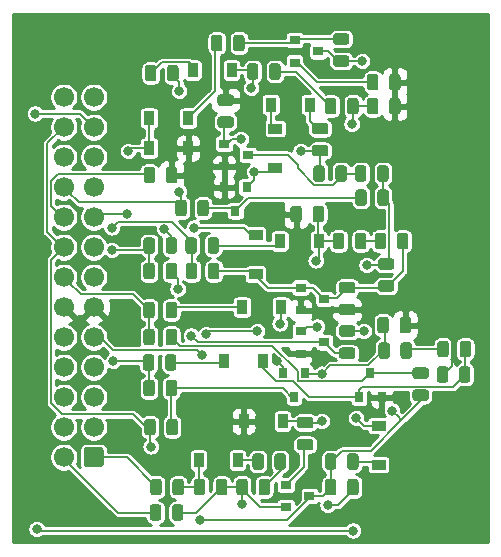
<source format=gbr>
%TF.GenerationSoftware,KiCad,Pcbnew,(5.1.6)-1*%
%TF.CreationDate,2021-03-15T21:03:39-07:00*%
%TF.ProjectId,ECUOutputs,4543554f-7574-4707-9574-732e6b696361,rev?*%
%TF.SameCoordinates,Original*%
%TF.FileFunction,Copper,L1,Top*%
%TF.FilePolarity,Positive*%
%FSLAX46Y46*%
G04 Gerber Fmt 4.6, Leading zero omitted, Abs format (unit mm)*
G04 Created by KiCad (PCBNEW (5.1.6)-1) date 2021-03-15 21:03:39*
%MOMM*%
%LPD*%
G01*
G04 APERTURE LIST*
%TA.AperFunction,ComponentPad*%
%ADD10C,1.700000*%
%TD*%
%TA.AperFunction,SMDPad,CuDef*%
%ADD11R,0.900000X0.800000*%
%TD*%
%TA.AperFunction,SMDPad,CuDef*%
%ADD12R,0.800000X0.900000*%
%TD*%
%TA.AperFunction,SMDPad,CuDef*%
%ADD13R,0.900000X1.200000*%
%TD*%
%TA.AperFunction,SMDPad,CuDef*%
%ADD14R,1.200000X0.900000*%
%TD*%
%TA.AperFunction,ViaPad*%
%ADD15C,0.800000*%
%TD*%
%TA.AperFunction,Conductor*%
%ADD16C,0.152400*%
%TD*%
%TA.AperFunction,Conductor*%
%ADD17C,0.254000*%
%TD*%
G04 APERTURE END LIST*
D10*
%TO.P,J4,26*%
%TO.N,Net-(J4-Pad26)*%
X105156000Y-73406000D03*
%TO.P,J4,24*%
%TO.N,+12V*%
X105156000Y-75946000D03*
%TO.P,J4,22*%
%TO.N,/ECU_TRIGGERGROUP3*%
X105156000Y-78486000D03*
%TO.P,J4,20*%
%TO.N,/ECU_TPSACCEL2*%
X105156000Y-81026000D03*
%TO.P,J4,18*%
%TO.N,/ECU_COLDSTARTRELAY*%
X105156000Y-83566000D03*
%TO.P,J4,16*%
%TO.N,+12V*%
X105156000Y-86106000D03*
%TO.P,J4,14*%
%TO.N,/ECU_TRIGGERGROUP4*%
X105156000Y-88646000D03*
%TO.P,J4,12*%
%TO.N,GND*%
X105156000Y-91186000D03*
%TO.P,J4,10*%
%TO.N,Net-(J4-Pad10)*%
X105156000Y-93726000D03*
%TO.P,J4,8*%
%TO.N,Net-(J4-Pad8)*%
X105156000Y-96266000D03*
%TO.P,J4,6*%
%TO.N,Net-(J4-Pad6)*%
X105156000Y-98806000D03*
%TO.P,J4,4*%
%TO.N,Net-(J4-Pad4)*%
X105156000Y-101346000D03*
%TO.P,J4,2*%
%TO.N,/ECU_TPSWOT*%
X105156000Y-103886000D03*
%TO.P,J4,25*%
%TO.N,Net-(J4-Pad25)*%
X107696000Y-73406000D03*
%TO.P,J4,23*%
%TO.N,/ECU_COOLANTTEMP*%
X107696000Y-75946000D03*
%TO.P,J4,21*%
%TO.N,/ECU_TRIGGERGROUP1*%
X107696000Y-78486000D03*
%TO.P,J4,19*%
%TO.N,Net-(J4-Pad19)*%
X107696000Y-81026000D03*
%TO.P,J4,17*%
%TO.N,/ECU_TPSIDLE*%
X107696000Y-83566000D03*
%TO.P,J4,15*%
%TO.N,Net-(J4-Pad15)*%
X107696000Y-86106000D03*
%TO.P,J4,13*%
%TO.N,/ECU_TRIGGERGROUP2*%
X107696000Y-88646000D03*
%TO.P,J4,11*%
%TO.N,GND*%
X107696000Y-91186000D03*
%TO.P,J4,9*%
%TO.N,/ECU_TPSACCEL1*%
X107696000Y-93726000D03*
%TO.P,J4,7*%
%TO.N,Net-(J4-Pad7)*%
X107696000Y-96266000D03*
%TO.P,J4,5*%
%TO.N,Net-(J4-Pad5)*%
X107696000Y-98806000D03*
%TO.P,J4,3*%
%TO.N,Net-(J4-Pad3)*%
X107696000Y-101346000D03*
%TO.P,J4,1*%
%TO.N,/ECU_AIRTEMP*%
%TA.AperFunction,ComponentPad*%
G36*
G01*
X108546000Y-103286000D02*
X108546000Y-104486000D01*
G75*
G02*
X108296000Y-104736000I-250000J0D01*
G01*
X107096000Y-104736000D01*
G75*
G02*
X106846000Y-104486000I0J250000D01*
G01*
X106846000Y-103286000D01*
G75*
G02*
X107096000Y-103036000I250000J0D01*
G01*
X108296000Y-103036000D01*
G75*
G02*
X108546000Y-103286000I0J-250000D01*
G01*
G37*
%TD.AperFunction*%
%TD*%
%TO.P,R39,2*%
%TO.N,GND*%
%TA.AperFunction,SMDPad,CuDef*%
G36*
G01*
X113812500Y-80466250D02*
X113812500Y-79553750D01*
G75*
G02*
X114056250Y-79310000I243750J0D01*
G01*
X114543750Y-79310000D01*
G75*
G02*
X114787500Y-79553750I0J-243750D01*
G01*
X114787500Y-80466250D01*
G75*
G02*
X114543750Y-80710000I-243750J0D01*
G01*
X114056250Y-80710000D01*
G75*
G02*
X113812500Y-80466250I0J243750D01*
G01*
G37*
%TD.AperFunction*%
%TO.P,R39,1*%
%TO.N,/ECU_COLDSTARTRELAY*%
%TA.AperFunction,SMDPad,CuDef*%
G36*
G01*
X111937500Y-80466250D02*
X111937500Y-79553750D01*
G75*
G02*
X112181250Y-79310000I243750J0D01*
G01*
X112668750Y-79310000D01*
G75*
G02*
X112912500Y-79553750I0J-243750D01*
G01*
X112912500Y-80466250D01*
G75*
G02*
X112668750Y-80710000I-243750J0D01*
G01*
X112181250Y-80710000D01*
G75*
G02*
X111937500Y-80466250I0J243750D01*
G01*
G37*
%TD.AperFunction*%
%TD*%
%TO.P,R38,2*%
%TO.N,GND*%
%TA.AperFunction,SMDPad,CuDef*%
G36*
G01*
X132705500Y-72592250D02*
X132705500Y-71679750D01*
G75*
G02*
X132949250Y-71436000I243750J0D01*
G01*
X133436750Y-71436000D01*
G75*
G02*
X133680500Y-71679750I0J-243750D01*
G01*
X133680500Y-72592250D01*
G75*
G02*
X133436750Y-72836000I-243750J0D01*
G01*
X132949250Y-72836000D01*
G75*
G02*
X132705500Y-72592250I0J243750D01*
G01*
G37*
%TD.AperFunction*%
%TO.P,R38,1*%
%TO.N,Net-(Q8-Pad2)*%
%TA.AperFunction,SMDPad,CuDef*%
G36*
G01*
X130830500Y-72592250D02*
X130830500Y-71679750D01*
G75*
G02*
X131074250Y-71436000I243750J0D01*
G01*
X131561750Y-71436000D01*
G75*
G02*
X131805500Y-71679750I0J-243750D01*
G01*
X131805500Y-72592250D01*
G75*
G02*
X131561750Y-72836000I-243750J0D01*
G01*
X131074250Y-72836000D01*
G75*
G02*
X130830500Y-72592250I0J243750D01*
G01*
G37*
%TD.AperFunction*%
%TD*%
%TO.P,R37,2*%
%TO.N,Net-(Q8-Pad1)*%
%TA.AperFunction,SMDPad,CuDef*%
G36*
G01*
X129107250Y-68970500D02*
X128194750Y-68970500D01*
G75*
G02*
X127951000Y-68726750I0J243750D01*
G01*
X127951000Y-68239250D01*
G75*
G02*
X128194750Y-67995500I243750J0D01*
G01*
X129107250Y-67995500D01*
G75*
G02*
X129351000Y-68239250I0J-243750D01*
G01*
X129351000Y-68726750D01*
G75*
G02*
X129107250Y-68970500I-243750J0D01*
G01*
G37*
%TD.AperFunction*%
%TO.P,R37,1*%
%TO.N,+10V*%
%TA.AperFunction,SMDPad,CuDef*%
G36*
G01*
X129107250Y-70845500D02*
X128194750Y-70845500D01*
G75*
G02*
X127951000Y-70601750I0J243750D01*
G01*
X127951000Y-70114250D01*
G75*
G02*
X128194750Y-69870500I243750J0D01*
G01*
X129107250Y-69870500D01*
G75*
G02*
X129351000Y-70114250I0J-243750D01*
G01*
X129351000Y-70601750D01*
G75*
G02*
X129107250Y-70845500I-243750J0D01*
G01*
G37*
%TD.AperFunction*%
%TD*%
%TO.P,R36,2*%
%TO.N,/ECU_TPSWOT*%
%TA.AperFunction,SMDPad,CuDef*%
G36*
G01*
X113420500Y-108128750D02*
X113420500Y-109041250D01*
G75*
G02*
X113176750Y-109285000I-243750J0D01*
G01*
X112689250Y-109285000D01*
G75*
G02*
X112445500Y-109041250I0J243750D01*
G01*
X112445500Y-108128750D01*
G75*
G02*
X112689250Y-107885000I243750J0D01*
G01*
X113176750Y-107885000D01*
G75*
G02*
X113420500Y-108128750I0J-243750D01*
G01*
G37*
%TD.AperFunction*%
%TO.P,R36,1*%
%TO.N,+10V*%
%TA.AperFunction,SMDPad,CuDef*%
G36*
G01*
X115295500Y-108128750D02*
X115295500Y-109041250D01*
G75*
G02*
X115051750Y-109285000I-243750J0D01*
G01*
X114564250Y-109285000D01*
G75*
G02*
X114320500Y-109041250I0J243750D01*
G01*
X114320500Y-108128750D01*
G75*
G02*
X114564250Y-107885000I243750J0D01*
G01*
X115051750Y-107885000D01*
G75*
G02*
X115295500Y-108128750I0J-243750D01*
G01*
G37*
%TD.AperFunction*%
%TD*%
%TO.P,R35,2*%
%TO.N,Net-(Q8-Pad1)*%
%TA.AperFunction,SMDPad,CuDef*%
G36*
G01*
X119497500Y-69290250D02*
X119497500Y-68377750D01*
G75*
G02*
X119741250Y-68134000I243750J0D01*
G01*
X120228750Y-68134000D01*
G75*
G02*
X120472500Y-68377750I0J-243750D01*
G01*
X120472500Y-69290250D01*
G75*
G02*
X120228750Y-69534000I-243750J0D01*
G01*
X119741250Y-69534000D01*
G75*
G02*
X119497500Y-69290250I0J243750D01*
G01*
G37*
%TD.AperFunction*%
%TO.P,R35,1*%
%TO.N,Net-(D12-Pad2)*%
%TA.AperFunction,SMDPad,CuDef*%
G36*
G01*
X117622500Y-69290250D02*
X117622500Y-68377750D01*
G75*
G02*
X117866250Y-68134000I243750J0D01*
G01*
X118353750Y-68134000D01*
G75*
G02*
X118597500Y-68377750I0J-243750D01*
G01*
X118597500Y-69290250D01*
G75*
G02*
X118353750Y-69534000I-243750J0D01*
G01*
X117866250Y-69534000D01*
G75*
G02*
X117622500Y-69290250I0J243750D01*
G01*
G37*
%TD.AperFunction*%
%TD*%
%TO.P,R34,2*%
%TO.N,Net-(Q7-Pad3)*%
%TA.AperFunction,SMDPad,CuDef*%
G36*
G01*
X130819500Y-81458750D02*
X130819500Y-82371250D01*
G75*
G02*
X130575750Y-82615000I-243750J0D01*
G01*
X130088250Y-82615000D01*
G75*
G02*
X129844500Y-82371250I0J243750D01*
G01*
X129844500Y-81458750D01*
G75*
G02*
X130088250Y-81215000I243750J0D01*
G01*
X130575750Y-81215000D01*
G75*
G02*
X130819500Y-81458750I0J-243750D01*
G01*
G37*
%TD.AperFunction*%
%TO.P,R34,1*%
%TO.N,+12V*%
%TA.AperFunction,SMDPad,CuDef*%
G36*
G01*
X132694500Y-81458750D02*
X132694500Y-82371250D01*
G75*
G02*
X132450750Y-82615000I-243750J0D01*
G01*
X131963250Y-82615000D01*
G75*
G02*
X131719500Y-82371250I0J243750D01*
G01*
X131719500Y-81458750D01*
G75*
G02*
X131963250Y-81215000I243750J0D01*
G01*
X132450750Y-81215000D01*
G75*
G02*
X132694500Y-81458750I0J-243750D01*
G01*
G37*
%TD.AperFunction*%
%TD*%
%TO.P,R33,2*%
%TO.N,Net-(Q6-Pad3)*%
%TA.AperFunction,SMDPad,CuDef*%
G36*
G01*
X130789500Y-79426750D02*
X130789500Y-80339250D01*
G75*
G02*
X130545750Y-80583000I-243750J0D01*
G01*
X130058250Y-80583000D01*
G75*
G02*
X129814500Y-80339250I0J243750D01*
G01*
X129814500Y-79426750D01*
G75*
G02*
X130058250Y-79183000I243750J0D01*
G01*
X130545750Y-79183000D01*
G75*
G02*
X130789500Y-79426750I0J-243750D01*
G01*
G37*
%TD.AperFunction*%
%TO.P,R33,1*%
%TO.N,+12V*%
%TA.AperFunction,SMDPad,CuDef*%
G36*
G01*
X132664500Y-79426750D02*
X132664500Y-80339250D01*
G75*
G02*
X132420750Y-80583000I-243750J0D01*
G01*
X131933250Y-80583000D01*
G75*
G02*
X131689500Y-80339250I0J243750D01*
G01*
X131689500Y-79426750D01*
G75*
G02*
X131933250Y-79183000I243750J0D01*
G01*
X132420750Y-79183000D01*
G75*
G02*
X132664500Y-79426750I0J-243750D01*
G01*
G37*
%TD.AperFunction*%
%TD*%
%TO.P,R32,2*%
%TO.N,Net-(C3-Pad1)*%
%TA.AperFunction,SMDPad,CuDef*%
G36*
G01*
X122545500Y-71703250D02*
X122545500Y-70790750D01*
G75*
G02*
X122789250Y-70547000I243750J0D01*
G01*
X123276750Y-70547000D01*
G75*
G02*
X123520500Y-70790750I0J-243750D01*
G01*
X123520500Y-71703250D01*
G75*
G02*
X123276750Y-71947000I-243750J0D01*
G01*
X122789250Y-71947000D01*
G75*
G02*
X122545500Y-71703250I0J243750D01*
G01*
G37*
%TD.AperFunction*%
%TO.P,R32,1*%
%TO.N,Net-(D8-Pad1)*%
%TA.AperFunction,SMDPad,CuDef*%
G36*
G01*
X120670500Y-71703250D02*
X120670500Y-70790750D01*
G75*
G02*
X120914250Y-70547000I243750J0D01*
G01*
X121401750Y-70547000D01*
G75*
G02*
X121645500Y-70790750I0J-243750D01*
G01*
X121645500Y-71703250D01*
G75*
G02*
X121401750Y-71947000I-243750J0D01*
G01*
X120914250Y-71947000D01*
G75*
G02*
X120670500Y-71703250I0J243750D01*
G01*
G37*
%TD.AperFunction*%
%TD*%
%TO.P,R31,2*%
%TO.N,GND*%
%TA.AperFunction,SMDPad,CuDef*%
G36*
G01*
X132705500Y-74624250D02*
X132705500Y-73711750D01*
G75*
G02*
X132949250Y-73468000I243750J0D01*
G01*
X133436750Y-73468000D01*
G75*
G02*
X133680500Y-73711750I0J-243750D01*
G01*
X133680500Y-74624250D01*
G75*
G02*
X133436750Y-74868000I-243750J0D01*
G01*
X132949250Y-74868000D01*
G75*
G02*
X132705500Y-74624250I0J243750D01*
G01*
G37*
%TD.AperFunction*%
%TO.P,R31,1*%
%TO.N,Net-(C3-Pad2)*%
%TA.AperFunction,SMDPad,CuDef*%
G36*
G01*
X130830500Y-74624250D02*
X130830500Y-73711750D01*
G75*
G02*
X131074250Y-73468000I243750J0D01*
G01*
X131561750Y-73468000D01*
G75*
G02*
X131805500Y-73711750I0J-243750D01*
G01*
X131805500Y-74624250D01*
G75*
G02*
X131561750Y-74868000I-243750J0D01*
G01*
X131074250Y-74868000D01*
G75*
G02*
X130830500Y-74624250I0J243750D01*
G01*
G37*
%TD.AperFunction*%
%TD*%
%TO.P,R30,2*%
%TO.N,GND*%
%TA.AperFunction,SMDPad,CuDef*%
G36*
G01*
X119328250Y-74147500D02*
X118415750Y-74147500D01*
G75*
G02*
X118172000Y-73903750I0J243750D01*
G01*
X118172000Y-73416250D01*
G75*
G02*
X118415750Y-73172500I243750J0D01*
G01*
X119328250Y-73172500D01*
G75*
G02*
X119572000Y-73416250I0J-243750D01*
G01*
X119572000Y-73903750D01*
G75*
G02*
X119328250Y-74147500I-243750J0D01*
G01*
G37*
%TD.AperFunction*%
%TO.P,R30,1*%
%TO.N,Net-(D8-Pad1)*%
%TA.AperFunction,SMDPad,CuDef*%
G36*
G01*
X119328250Y-76022500D02*
X118415750Y-76022500D01*
G75*
G02*
X118172000Y-75778750I0J243750D01*
G01*
X118172000Y-75291250D01*
G75*
G02*
X118415750Y-75047500I243750J0D01*
G01*
X119328250Y-75047500D01*
G75*
G02*
X119572000Y-75291250I0J-243750D01*
G01*
X119572000Y-75778750D01*
G75*
G02*
X119328250Y-76022500I-243750J0D01*
G01*
G37*
%TD.AperFunction*%
%TD*%
%TO.P,R29,2*%
%TO.N,/ECU_TPSACCEL1*%
%TA.AperFunction,SMDPad,CuDef*%
G36*
G01*
X126416750Y-77460500D02*
X127329250Y-77460500D01*
G75*
G02*
X127573000Y-77704250I0J-243750D01*
G01*
X127573000Y-78191750D01*
G75*
G02*
X127329250Y-78435500I-243750J0D01*
G01*
X126416750Y-78435500D01*
G75*
G02*
X126173000Y-78191750I0J243750D01*
G01*
X126173000Y-77704250D01*
G75*
G02*
X126416750Y-77460500I243750J0D01*
G01*
G37*
%TD.AperFunction*%
%TO.P,R29,1*%
%TO.N,Net-(D9-Pad2)*%
%TA.AperFunction,SMDPad,CuDef*%
G36*
G01*
X126416750Y-75585500D02*
X127329250Y-75585500D01*
G75*
G02*
X127573000Y-75829250I0J-243750D01*
G01*
X127573000Y-76316750D01*
G75*
G02*
X127329250Y-76560500I-243750J0D01*
G01*
X126416750Y-76560500D01*
G75*
G02*
X126173000Y-76316750I0J243750D01*
G01*
X126173000Y-75829250D01*
G75*
G02*
X126416750Y-75585500I243750J0D01*
G01*
G37*
%TD.AperFunction*%
%TD*%
%TO.P,R28,2*%
%TO.N,/ECU_TPSACCEL1*%
%TA.AperFunction,SMDPad,CuDef*%
G36*
G01*
X127263500Y-79426750D02*
X127263500Y-80339250D01*
G75*
G02*
X127019750Y-80583000I-243750J0D01*
G01*
X126532250Y-80583000D01*
G75*
G02*
X126288500Y-80339250I0J243750D01*
G01*
X126288500Y-79426750D01*
G75*
G02*
X126532250Y-79183000I243750J0D01*
G01*
X127019750Y-79183000D01*
G75*
G02*
X127263500Y-79426750I0J-243750D01*
G01*
G37*
%TD.AperFunction*%
%TO.P,R28,1*%
%TO.N,Net-(Q6-Pad3)*%
%TA.AperFunction,SMDPad,CuDef*%
G36*
G01*
X129138500Y-79426750D02*
X129138500Y-80339250D01*
G75*
G02*
X128894750Y-80583000I-243750J0D01*
G01*
X128407250Y-80583000D01*
G75*
G02*
X128163500Y-80339250I0J243750D01*
G01*
X128163500Y-79426750D01*
G75*
G02*
X128407250Y-79183000I243750J0D01*
G01*
X128894750Y-79183000D01*
G75*
G02*
X129138500Y-79426750I0J-243750D01*
G01*
G37*
%TD.AperFunction*%
%TD*%
%TO.P,R27,2*%
%TO.N,/ECU_TPSACCEL2*%
%TA.AperFunction,SMDPad,CuDef*%
G36*
G01*
X115579500Y-82347750D02*
X115579500Y-83260250D01*
G75*
G02*
X115335750Y-83504000I-243750J0D01*
G01*
X114848250Y-83504000D01*
G75*
G02*
X114604500Y-83260250I0J243750D01*
G01*
X114604500Y-82347750D01*
G75*
G02*
X114848250Y-82104000I243750J0D01*
G01*
X115335750Y-82104000D01*
G75*
G02*
X115579500Y-82347750I0J-243750D01*
G01*
G37*
%TD.AperFunction*%
%TO.P,R27,1*%
%TO.N,Net-(Q7-Pad3)*%
%TA.AperFunction,SMDPad,CuDef*%
G36*
G01*
X117454500Y-82347750D02*
X117454500Y-83260250D01*
G75*
G02*
X117210750Y-83504000I-243750J0D01*
G01*
X116723250Y-83504000D01*
G75*
G02*
X116479500Y-83260250I0J243750D01*
G01*
X116479500Y-82347750D01*
G75*
G02*
X116723250Y-82104000I243750J0D01*
G01*
X117210750Y-82104000D01*
G75*
G02*
X117454500Y-82347750I0J-243750D01*
G01*
G37*
%TD.AperFunction*%
%TD*%
%TO.P,R26,2*%
%TO.N,/ECU_TPSACCEL2*%
%TA.AperFunction,SMDPad,CuDef*%
G36*
G01*
X113909500Y-71830250D02*
X113909500Y-70917750D01*
G75*
G02*
X114153250Y-70674000I243750J0D01*
G01*
X114640750Y-70674000D01*
G75*
G02*
X114884500Y-70917750I0J-243750D01*
G01*
X114884500Y-71830250D01*
G75*
G02*
X114640750Y-72074000I-243750J0D01*
G01*
X114153250Y-72074000D01*
G75*
G02*
X113909500Y-71830250I0J243750D01*
G01*
G37*
%TD.AperFunction*%
%TO.P,R26,1*%
%TO.N,Net-(D8-Pad2)*%
%TA.AperFunction,SMDPad,CuDef*%
G36*
G01*
X112034500Y-71830250D02*
X112034500Y-70917750D01*
G75*
G02*
X112278250Y-70674000I243750J0D01*
G01*
X112765750Y-70674000D01*
G75*
G02*
X113009500Y-70917750I0J-243750D01*
G01*
X113009500Y-71830250D01*
G75*
G02*
X112765750Y-72074000I-243750J0D01*
G01*
X112278250Y-72074000D01*
G75*
G02*
X112034500Y-71830250I0J243750D01*
G01*
G37*
%TD.AperFunction*%
%TD*%
%TO.P,R25,2*%
%TO.N,Net-(Q5-Pad3)*%
%TA.AperFunction,SMDPad,CuDef*%
G36*
G01*
X135838250Y-97261500D02*
X134925750Y-97261500D01*
G75*
G02*
X134682000Y-97017750I0J243750D01*
G01*
X134682000Y-96530250D01*
G75*
G02*
X134925750Y-96286500I243750J0D01*
G01*
X135838250Y-96286500D01*
G75*
G02*
X136082000Y-96530250I0J-243750D01*
G01*
X136082000Y-97017750D01*
G75*
G02*
X135838250Y-97261500I-243750J0D01*
G01*
G37*
%TD.AperFunction*%
%TO.P,R25,1*%
%TO.N,+12V*%
%TA.AperFunction,SMDPad,CuDef*%
G36*
G01*
X135838250Y-99136500D02*
X134925750Y-99136500D01*
G75*
G02*
X134682000Y-98892750I0J243750D01*
G01*
X134682000Y-98405250D01*
G75*
G02*
X134925750Y-98161500I243750J0D01*
G01*
X135838250Y-98161500D01*
G75*
G02*
X136082000Y-98405250I0J-243750D01*
G01*
X136082000Y-98892750D01*
G75*
G02*
X135838250Y-99136500I-243750J0D01*
G01*
G37*
%TD.AperFunction*%
%TD*%
%TO.P,R24,2*%
%TO.N,Net-(Q4-Pad3)*%
%TA.AperFunction,SMDPad,CuDef*%
G36*
G01*
X113861000Y-101802250D02*
X113861000Y-100889750D01*
G75*
G02*
X114104750Y-100646000I243750J0D01*
G01*
X114592250Y-100646000D01*
G75*
G02*
X114836000Y-100889750I0J-243750D01*
G01*
X114836000Y-101802250D01*
G75*
G02*
X114592250Y-102046000I-243750J0D01*
G01*
X114104750Y-102046000D01*
G75*
G02*
X113861000Y-101802250I0J243750D01*
G01*
G37*
%TD.AperFunction*%
%TO.P,R24,1*%
%TO.N,+12V*%
%TA.AperFunction,SMDPad,CuDef*%
G36*
G01*
X111986000Y-101802250D02*
X111986000Y-100889750D01*
G75*
G02*
X112229750Y-100646000I243750J0D01*
G01*
X112717250Y-100646000D01*
G75*
G02*
X112961000Y-100889750I0J-243750D01*
G01*
X112961000Y-101802250D01*
G75*
G02*
X112717250Y-102046000I-243750J0D01*
G01*
X112229750Y-102046000D01*
G75*
G02*
X111986000Y-101802250I0J243750D01*
G01*
G37*
%TD.AperFunction*%
%TD*%
%TO.P,R23,2*%
%TO.N,GND*%
%TA.AperFunction,SMDPad,CuDef*%
G36*
G01*
X137726000Y-96444750D02*
X137726000Y-97357250D01*
G75*
G02*
X137482250Y-97601000I-243750J0D01*
G01*
X136994750Y-97601000D01*
G75*
G02*
X136751000Y-97357250I0J243750D01*
G01*
X136751000Y-96444750D01*
G75*
G02*
X136994750Y-96201000I243750J0D01*
G01*
X137482250Y-96201000D01*
G75*
G02*
X137726000Y-96444750I0J-243750D01*
G01*
G37*
%TD.AperFunction*%
%TO.P,R23,1*%
%TO.N,Net-(C2-Pad2)*%
%TA.AperFunction,SMDPad,CuDef*%
G36*
G01*
X139601000Y-96444750D02*
X139601000Y-97357250D01*
G75*
G02*
X139357250Y-97601000I-243750J0D01*
G01*
X138869750Y-97601000D01*
G75*
G02*
X138626000Y-97357250I0J243750D01*
G01*
X138626000Y-96444750D01*
G75*
G02*
X138869750Y-96201000I243750J0D01*
G01*
X139357250Y-96201000D01*
G75*
G02*
X139601000Y-96444750I0J-243750D01*
G01*
G37*
%TD.AperFunction*%
%TD*%
%TO.P,R22,2*%
%TO.N,GND*%
%TA.AperFunction,SMDPad,CuDef*%
G36*
G01*
X133594500Y-93166250D02*
X133594500Y-92253750D01*
G75*
G02*
X133838250Y-92010000I243750J0D01*
G01*
X134325750Y-92010000D01*
G75*
G02*
X134569500Y-92253750I0J-243750D01*
G01*
X134569500Y-93166250D01*
G75*
G02*
X134325750Y-93410000I-243750J0D01*
G01*
X133838250Y-93410000D01*
G75*
G02*
X133594500Y-93166250I0J243750D01*
G01*
G37*
%TD.AperFunction*%
%TO.P,R22,1*%
%TO.N,Net-(D6-Pad1)*%
%TA.AperFunction,SMDPad,CuDef*%
G36*
G01*
X131719500Y-93166250D02*
X131719500Y-92253750D01*
G75*
G02*
X131963250Y-92010000I243750J0D01*
G01*
X132450750Y-92010000D01*
G75*
G02*
X132694500Y-92253750I0J-243750D01*
G01*
X132694500Y-93166250D01*
G75*
G02*
X132450750Y-93410000I-243750J0D01*
G01*
X131963250Y-93410000D01*
G75*
G02*
X131719500Y-93166250I0J243750D01*
G01*
G37*
%TD.AperFunction*%
%TD*%
%TO.P,R21,2*%
%TO.N,Net-(C2-Pad1)*%
%TA.AperFunction,SMDPad,CuDef*%
G36*
G01*
X133673000Y-95325250D02*
X133673000Y-94412750D01*
G75*
G02*
X133916750Y-94169000I243750J0D01*
G01*
X134404250Y-94169000D01*
G75*
G02*
X134648000Y-94412750I0J-243750D01*
G01*
X134648000Y-95325250D01*
G75*
G02*
X134404250Y-95569000I-243750J0D01*
G01*
X133916750Y-95569000D01*
G75*
G02*
X133673000Y-95325250I0J243750D01*
G01*
G37*
%TD.AperFunction*%
%TO.P,R21,1*%
%TO.N,Net-(D6-Pad1)*%
%TA.AperFunction,SMDPad,CuDef*%
G36*
G01*
X131798000Y-95325250D02*
X131798000Y-94412750D01*
G75*
G02*
X132041750Y-94169000I243750J0D01*
G01*
X132529250Y-94169000D01*
G75*
G02*
X132773000Y-94412750I0J-243750D01*
G01*
X132773000Y-95325250D01*
G75*
G02*
X132529250Y-95569000I-243750J0D01*
G01*
X132041750Y-95569000D01*
G75*
G02*
X131798000Y-95325250I0J243750D01*
G01*
G37*
%TD.AperFunction*%
%TD*%
%TO.P,R20,2*%
%TO.N,/ECU_TRIGGERGROUP2*%
%TA.AperFunction,SMDPad,CuDef*%
G36*
G01*
X112834000Y-95428750D02*
X112834000Y-96341250D01*
G75*
G02*
X112590250Y-96585000I-243750J0D01*
G01*
X112102750Y-96585000D01*
G75*
G02*
X111859000Y-96341250I0J243750D01*
G01*
X111859000Y-95428750D01*
G75*
G02*
X112102750Y-95185000I243750J0D01*
G01*
X112590250Y-95185000D01*
G75*
G02*
X112834000Y-95428750I0J-243750D01*
G01*
G37*
%TD.AperFunction*%
%TO.P,R20,1*%
%TO.N,Net-(D7-Pad2)*%
%TA.AperFunction,SMDPad,CuDef*%
G36*
G01*
X114709000Y-95428750D02*
X114709000Y-96341250D01*
G75*
G02*
X114465250Y-96585000I-243750J0D01*
G01*
X113977750Y-96585000D01*
G75*
G02*
X113734000Y-96341250I0J243750D01*
G01*
X113734000Y-95428750D01*
G75*
G02*
X113977750Y-95185000I243750J0D01*
G01*
X114465250Y-95185000D01*
G75*
G02*
X114709000Y-95428750I0J-243750D01*
G01*
G37*
%TD.AperFunction*%
%TD*%
%TO.P,R19,2*%
%TO.N,/ECU_TRIGGERGROUP2*%
%TA.AperFunction,SMDPad,CuDef*%
G36*
G01*
X112882500Y-97587750D02*
X112882500Y-98500250D01*
G75*
G02*
X112638750Y-98744000I-243750J0D01*
G01*
X112151250Y-98744000D01*
G75*
G02*
X111907500Y-98500250I0J243750D01*
G01*
X111907500Y-97587750D01*
G75*
G02*
X112151250Y-97344000I243750J0D01*
G01*
X112638750Y-97344000D01*
G75*
G02*
X112882500Y-97587750I0J-243750D01*
G01*
G37*
%TD.AperFunction*%
%TO.P,R19,1*%
%TO.N,Net-(Q4-Pad3)*%
%TA.AperFunction,SMDPad,CuDef*%
G36*
G01*
X114757500Y-97587750D02*
X114757500Y-98500250D01*
G75*
G02*
X114513750Y-98744000I-243750J0D01*
G01*
X114026250Y-98744000D01*
G75*
G02*
X113782500Y-98500250I0J243750D01*
G01*
X113782500Y-97587750D01*
G75*
G02*
X114026250Y-97344000I243750J0D01*
G01*
X114513750Y-97344000D01*
G75*
G02*
X114757500Y-97587750I0J-243750D01*
G01*
G37*
%TD.AperFunction*%
%TD*%
%TO.P,R18,2*%
%TO.N,/ECU_TRIGGERGROUP4*%
%TA.AperFunction,SMDPad,CuDef*%
G36*
G01*
X112882500Y-93269750D02*
X112882500Y-94182250D01*
G75*
G02*
X112638750Y-94426000I-243750J0D01*
G01*
X112151250Y-94426000D01*
G75*
G02*
X111907500Y-94182250I0J243750D01*
G01*
X111907500Y-93269750D01*
G75*
G02*
X112151250Y-93026000I243750J0D01*
G01*
X112638750Y-93026000D01*
G75*
G02*
X112882500Y-93269750I0J-243750D01*
G01*
G37*
%TD.AperFunction*%
%TO.P,R18,1*%
%TO.N,Net-(Q5-Pad3)*%
%TA.AperFunction,SMDPad,CuDef*%
G36*
G01*
X114757500Y-93269750D02*
X114757500Y-94182250D01*
G75*
G02*
X114513750Y-94426000I-243750J0D01*
G01*
X114026250Y-94426000D01*
G75*
G02*
X113782500Y-94182250I0J243750D01*
G01*
X113782500Y-93269750D01*
G75*
G02*
X114026250Y-93026000I243750J0D01*
G01*
X114513750Y-93026000D01*
G75*
G02*
X114757500Y-93269750I0J-243750D01*
G01*
G37*
%TD.AperFunction*%
%TD*%
%TO.P,R17,2*%
%TO.N,/ECU_TRIGGERGROUP4*%
%TA.AperFunction,SMDPad,CuDef*%
G36*
G01*
X112882500Y-90983750D02*
X112882500Y-91896250D01*
G75*
G02*
X112638750Y-92140000I-243750J0D01*
G01*
X112151250Y-92140000D01*
G75*
G02*
X111907500Y-91896250I0J243750D01*
G01*
X111907500Y-90983750D01*
G75*
G02*
X112151250Y-90740000I243750J0D01*
G01*
X112638750Y-90740000D01*
G75*
G02*
X112882500Y-90983750I0J-243750D01*
G01*
G37*
%TD.AperFunction*%
%TO.P,R17,1*%
%TO.N,Net-(D6-Pad2)*%
%TA.AperFunction,SMDPad,CuDef*%
G36*
G01*
X114757500Y-90983750D02*
X114757500Y-91896250D01*
G75*
G02*
X114513750Y-92140000I-243750J0D01*
G01*
X114026250Y-92140000D01*
G75*
G02*
X113782500Y-91896250I0J243750D01*
G01*
X113782500Y-90983750D01*
G75*
G02*
X114026250Y-90740000I243750J0D01*
G01*
X114513750Y-90740000D01*
G75*
G02*
X114757500Y-90983750I0J-243750D01*
G01*
G37*
%TD.AperFunction*%
%TD*%
%TO.P,R16,2*%
%TO.N,Net-(Q3-Pad3)*%
%TA.AperFunction,SMDPad,CuDef*%
G36*
G01*
X128702750Y-94605500D02*
X129615250Y-94605500D01*
G75*
G02*
X129859000Y-94849250I0J-243750D01*
G01*
X129859000Y-95336750D01*
G75*
G02*
X129615250Y-95580500I-243750J0D01*
G01*
X128702750Y-95580500D01*
G75*
G02*
X128459000Y-95336750I0J243750D01*
G01*
X128459000Y-94849250D01*
G75*
G02*
X128702750Y-94605500I243750J0D01*
G01*
G37*
%TD.AperFunction*%
%TO.P,R16,1*%
%TO.N,+12V*%
%TA.AperFunction,SMDPad,CuDef*%
G36*
G01*
X128702750Y-92730500D02*
X129615250Y-92730500D01*
G75*
G02*
X129859000Y-92974250I0J-243750D01*
G01*
X129859000Y-93461750D01*
G75*
G02*
X129615250Y-93705500I-243750J0D01*
G01*
X128702750Y-93705500D01*
G75*
G02*
X128459000Y-93461750I0J243750D01*
G01*
X128459000Y-92974250D01*
G75*
G02*
X128702750Y-92730500I243750J0D01*
G01*
G37*
%TD.AperFunction*%
%TD*%
%TO.P,R15,2*%
%TO.N,Net-(D4-Pad1)*%
%TA.AperFunction,SMDPad,CuDef*%
G36*
G01*
X132004750Y-88920500D02*
X132917250Y-88920500D01*
G75*
G02*
X133161000Y-89164250I0J-243750D01*
G01*
X133161000Y-89651750D01*
G75*
G02*
X132917250Y-89895500I-243750J0D01*
G01*
X132004750Y-89895500D01*
G75*
G02*
X131761000Y-89651750I0J243750D01*
G01*
X131761000Y-89164250D01*
G75*
G02*
X132004750Y-88920500I243750J0D01*
G01*
G37*
%TD.AperFunction*%
%TO.P,R15,1*%
%TO.N,+12V*%
%TA.AperFunction,SMDPad,CuDef*%
G36*
G01*
X132004750Y-87045500D02*
X132917250Y-87045500D01*
G75*
G02*
X133161000Y-87289250I0J-243750D01*
G01*
X133161000Y-87776750D01*
G75*
G02*
X132917250Y-88020500I-243750J0D01*
G01*
X132004750Y-88020500D01*
G75*
G02*
X131761000Y-87776750I0J243750D01*
G01*
X131761000Y-87289250D01*
G75*
G02*
X132004750Y-87045500I243750J0D01*
G01*
G37*
%TD.AperFunction*%
%TD*%
%TO.P,R14,2*%
%TO.N,GND*%
%TA.AperFunction,SMDPad,CuDef*%
G36*
G01*
X125328500Y-82855750D02*
X125328500Y-83768250D01*
G75*
G02*
X125084750Y-84012000I-243750J0D01*
G01*
X124597250Y-84012000D01*
G75*
G02*
X124353500Y-83768250I0J243750D01*
G01*
X124353500Y-82855750D01*
G75*
G02*
X124597250Y-82612000I243750J0D01*
G01*
X125084750Y-82612000D01*
G75*
G02*
X125328500Y-82855750I0J-243750D01*
G01*
G37*
%TD.AperFunction*%
%TO.P,R14,1*%
%TO.N,Net-(C1-Pad2)*%
%TA.AperFunction,SMDPad,CuDef*%
G36*
G01*
X127203500Y-82855750D02*
X127203500Y-83768250D01*
G75*
G02*
X126959750Y-84012000I-243750J0D01*
G01*
X126472250Y-84012000D01*
G75*
G02*
X126228500Y-83768250I0J243750D01*
G01*
X126228500Y-82855750D01*
G75*
G02*
X126472250Y-82612000I243750J0D01*
G01*
X126959750Y-82612000D01*
G75*
G02*
X127203500Y-82855750I0J-243750D01*
G01*
G37*
%TD.AperFunction*%
%TD*%
%TO.P,R13,2*%
%TO.N,GND*%
%TA.AperFunction,SMDPad,CuDef*%
G36*
G01*
X128702750Y-90922500D02*
X129615250Y-90922500D01*
G75*
G02*
X129859000Y-91166250I0J-243750D01*
G01*
X129859000Y-91653750D01*
G75*
G02*
X129615250Y-91897500I-243750J0D01*
G01*
X128702750Y-91897500D01*
G75*
G02*
X128459000Y-91653750I0J243750D01*
G01*
X128459000Y-91166250D01*
G75*
G02*
X128702750Y-90922500I243750J0D01*
G01*
G37*
%TD.AperFunction*%
%TO.P,R13,1*%
%TO.N,Net-(D4-Pad1)*%
%TA.AperFunction,SMDPad,CuDef*%
G36*
G01*
X128702750Y-89047500D02*
X129615250Y-89047500D01*
G75*
G02*
X129859000Y-89291250I0J-243750D01*
G01*
X129859000Y-89778750D01*
G75*
G02*
X129615250Y-90022500I-243750J0D01*
G01*
X128702750Y-90022500D01*
G75*
G02*
X128459000Y-89778750I0J243750D01*
G01*
X128459000Y-89291250D01*
G75*
G02*
X128702750Y-89047500I243750J0D01*
G01*
G37*
%TD.AperFunction*%
%TD*%
%TO.P,R12,2*%
%TO.N,Net-(C1-Pad1)*%
%TA.AperFunction,SMDPad,CuDef*%
G36*
G01*
X132470500Y-85141750D02*
X132470500Y-86054250D01*
G75*
G02*
X132226750Y-86298000I-243750J0D01*
G01*
X131739250Y-86298000D01*
G75*
G02*
X131495500Y-86054250I0J243750D01*
G01*
X131495500Y-85141750D01*
G75*
G02*
X131739250Y-84898000I243750J0D01*
G01*
X132226750Y-84898000D01*
G75*
G02*
X132470500Y-85141750I0J-243750D01*
G01*
G37*
%TD.AperFunction*%
%TO.P,R12,1*%
%TO.N,Net-(D4-Pad1)*%
%TA.AperFunction,SMDPad,CuDef*%
G36*
G01*
X134345500Y-85141750D02*
X134345500Y-86054250D01*
G75*
G02*
X134101750Y-86298000I-243750J0D01*
G01*
X133614250Y-86298000D01*
G75*
G02*
X133370500Y-86054250I0J243750D01*
G01*
X133370500Y-85141750D01*
G75*
G02*
X133614250Y-84898000I243750J0D01*
G01*
X134101750Y-84898000D01*
G75*
G02*
X134345500Y-85141750I0J-243750D01*
G01*
G37*
%TD.AperFunction*%
%TD*%
%TO.P,R11,2*%
%TO.N,/ECU_TRIGGERGROUP1*%
%TA.AperFunction,SMDPad,CuDef*%
G36*
G01*
X116438500Y-85522750D02*
X116438500Y-86435250D01*
G75*
G02*
X116194750Y-86679000I-243750J0D01*
G01*
X115707250Y-86679000D01*
G75*
G02*
X115463500Y-86435250I0J243750D01*
G01*
X115463500Y-85522750D01*
G75*
G02*
X115707250Y-85279000I243750J0D01*
G01*
X116194750Y-85279000D01*
G75*
G02*
X116438500Y-85522750I0J-243750D01*
G01*
G37*
%TD.AperFunction*%
%TO.P,R11,1*%
%TO.N,Net-(D5-Pad2)*%
%TA.AperFunction,SMDPad,CuDef*%
G36*
G01*
X118313500Y-85522750D02*
X118313500Y-86435250D01*
G75*
G02*
X118069750Y-86679000I-243750J0D01*
G01*
X117582250Y-86679000D01*
G75*
G02*
X117338500Y-86435250I0J243750D01*
G01*
X117338500Y-85522750D01*
G75*
G02*
X117582250Y-85279000I243750J0D01*
G01*
X118069750Y-85279000D01*
G75*
G02*
X118313500Y-85522750I0J-243750D01*
G01*
G37*
%TD.AperFunction*%
%TD*%
%TO.P,R10,2*%
%TO.N,/ECU_TRIGGERGROUP1*%
%TA.AperFunction,SMDPad,CuDef*%
G36*
G01*
X116468500Y-87681750D02*
X116468500Y-88594250D01*
G75*
G02*
X116224750Y-88838000I-243750J0D01*
G01*
X115737250Y-88838000D01*
G75*
G02*
X115493500Y-88594250I0J243750D01*
G01*
X115493500Y-87681750D01*
G75*
G02*
X115737250Y-87438000I243750J0D01*
G01*
X116224750Y-87438000D01*
G75*
G02*
X116468500Y-87681750I0J-243750D01*
G01*
G37*
%TD.AperFunction*%
%TO.P,R10,1*%
%TO.N,Net-(D4-Pad1)*%
%TA.AperFunction,SMDPad,CuDef*%
G36*
G01*
X118343500Y-87681750D02*
X118343500Y-88594250D01*
G75*
G02*
X118099750Y-88838000I-243750J0D01*
G01*
X117612250Y-88838000D01*
G75*
G02*
X117368500Y-88594250I0J243750D01*
G01*
X117368500Y-87681750D01*
G75*
G02*
X117612250Y-87438000I243750J0D01*
G01*
X118099750Y-87438000D01*
G75*
G02*
X118343500Y-87681750I0J-243750D01*
G01*
G37*
%TD.AperFunction*%
%TD*%
%TO.P,R9,2*%
%TO.N,/ECU_TRIGGERGROUP3*%
%TA.AperFunction,SMDPad,CuDef*%
G36*
G01*
X112882500Y-87681750D02*
X112882500Y-88594250D01*
G75*
G02*
X112638750Y-88838000I-243750J0D01*
G01*
X112151250Y-88838000D01*
G75*
G02*
X111907500Y-88594250I0J243750D01*
G01*
X111907500Y-87681750D01*
G75*
G02*
X112151250Y-87438000I243750J0D01*
G01*
X112638750Y-87438000D01*
G75*
G02*
X112882500Y-87681750I0J-243750D01*
G01*
G37*
%TD.AperFunction*%
%TO.P,R9,1*%
%TO.N,Net-(Q3-Pad3)*%
%TA.AperFunction,SMDPad,CuDef*%
G36*
G01*
X114757500Y-87681750D02*
X114757500Y-88594250D01*
G75*
G02*
X114513750Y-88838000I-243750J0D01*
G01*
X114026250Y-88838000D01*
G75*
G02*
X113782500Y-88594250I0J243750D01*
G01*
X113782500Y-87681750D01*
G75*
G02*
X114026250Y-87438000I243750J0D01*
G01*
X114513750Y-87438000D01*
G75*
G02*
X114757500Y-87681750I0J-243750D01*
G01*
G37*
%TD.AperFunction*%
%TD*%
%TO.P,R8,2*%
%TO.N,/ECU_TRIGGERGROUP3*%
%TA.AperFunction,SMDPad,CuDef*%
G36*
G01*
X112882500Y-85522750D02*
X112882500Y-86435250D01*
G75*
G02*
X112638750Y-86679000I-243750J0D01*
G01*
X112151250Y-86679000D01*
G75*
G02*
X111907500Y-86435250I0J243750D01*
G01*
X111907500Y-85522750D01*
G75*
G02*
X112151250Y-85279000I243750J0D01*
G01*
X112638750Y-85279000D01*
G75*
G02*
X112882500Y-85522750I0J-243750D01*
G01*
G37*
%TD.AperFunction*%
%TO.P,R8,1*%
%TO.N,Net-(D4-Pad2)*%
%TA.AperFunction,SMDPad,CuDef*%
G36*
G01*
X114757500Y-85522750D02*
X114757500Y-86435250D01*
G75*
G02*
X114513750Y-86679000I-243750J0D01*
G01*
X114026250Y-86679000D01*
G75*
G02*
X113782500Y-86435250I0J243750D01*
G01*
X113782500Y-85522750D01*
G75*
G02*
X114026250Y-85279000I243750J0D01*
G01*
X114513750Y-85279000D01*
G75*
G02*
X114757500Y-85522750I0J-243750D01*
G01*
G37*
%TD.AperFunction*%
%TD*%
%TO.P,R7,2*%
%TO.N,Net-(D3-Pad2)*%
%TA.AperFunction,SMDPad,CuDef*%
G36*
G01*
X129149500Y-104723250D02*
X129149500Y-103810750D01*
G75*
G02*
X129393250Y-103567000I243750J0D01*
G01*
X129880750Y-103567000D01*
G75*
G02*
X130124500Y-103810750I0J-243750D01*
G01*
X130124500Y-104723250D01*
G75*
G02*
X129880750Y-104967000I-243750J0D01*
G01*
X129393250Y-104967000D01*
G75*
G02*
X129149500Y-104723250I0J243750D01*
G01*
G37*
%TD.AperFunction*%
%TO.P,R7,1*%
%TO.N,+12V*%
%TA.AperFunction,SMDPad,CuDef*%
G36*
G01*
X127274500Y-104723250D02*
X127274500Y-103810750D01*
G75*
G02*
X127518250Y-103567000I243750J0D01*
G01*
X128005750Y-103567000D01*
G75*
G02*
X128249500Y-103810750I0J-243750D01*
G01*
X128249500Y-104723250D01*
G75*
G02*
X128005750Y-104967000I-243750J0D01*
G01*
X127518250Y-104967000D01*
G75*
G02*
X127274500Y-104723250I0J243750D01*
G01*
G37*
%TD.AperFunction*%
%TD*%
%TO.P,R6,2*%
%TO.N,Net-(Q1-Pad1)*%
%TA.AperFunction,SMDPad,CuDef*%
G36*
G01*
X125146750Y-102352500D02*
X126059250Y-102352500D01*
G75*
G02*
X126303000Y-102596250I0J-243750D01*
G01*
X126303000Y-103083750D01*
G75*
G02*
X126059250Y-103327500I-243750J0D01*
G01*
X125146750Y-103327500D01*
G75*
G02*
X124903000Y-103083750I0J243750D01*
G01*
X124903000Y-102596250D01*
G75*
G02*
X125146750Y-102352500I243750J0D01*
G01*
G37*
%TD.AperFunction*%
%TO.P,R6,1*%
%TO.N,Net-(D2-Pad1)*%
%TA.AperFunction,SMDPad,CuDef*%
G36*
G01*
X125146750Y-100477500D02*
X126059250Y-100477500D01*
G75*
G02*
X126303000Y-100721250I0J-243750D01*
G01*
X126303000Y-101208750D01*
G75*
G02*
X126059250Y-101452500I-243750J0D01*
G01*
X125146750Y-101452500D01*
G75*
G02*
X124903000Y-101208750I0J243750D01*
G01*
X124903000Y-100721250D01*
G75*
G02*
X125146750Y-100477500I243750J0D01*
G01*
G37*
%TD.AperFunction*%
%TD*%
%TO.P,R5,2*%
%TO.N,Net-(D2-Pad1)*%
%TA.AperFunction,SMDPad,CuDef*%
G36*
G01*
X129149500Y-106882250D02*
X129149500Y-105969750D01*
G75*
G02*
X129393250Y-105726000I243750J0D01*
G01*
X129880750Y-105726000D01*
G75*
G02*
X130124500Y-105969750I0J-243750D01*
G01*
X130124500Y-106882250D01*
G75*
G02*
X129880750Y-107126000I-243750J0D01*
G01*
X129393250Y-107126000D01*
G75*
G02*
X129149500Y-106882250I0J243750D01*
G01*
G37*
%TD.AperFunction*%
%TO.P,R5,1*%
%TO.N,+12V*%
%TA.AperFunction,SMDPad,CuDef*%
G36*
G01*
X127274500Y-106882250D02*
X127274500Y-105969750D01*
G75*
G02*
X127518250Y-105726000I243750J0D01*
G01*
X128005750Y-105726000D01*
G75*
G02*
X128249500Y-105969750I0J-243750D01*
G01*
X128249500Y-106882250D01*
G75*
G02*
X128005750Y-107126000I-243750J0D01*
G01*
X127518250Y-107126000D01*
G75*
G02*
X127274500Y-106882250I0J243750D01*
G01*
G37*
%TD.AperFunction*%
%TD*%
%TO.P,R4,2*%
%TO.N,Net-(D1-Pad2)*%
%TA.AperFunction,SMDPad,CuDef*%
G36*
G01*
X114369000Y-106882250D02*
X114369000Y-105969750D01*
G75*
G02*
X114612750Y-105726000I243750J0D01*
G01*
X115100250Y-105726000D01*
G75*
G02*
X115344000Y-105969750I0J-243750D01*
G01*
X115344000Y-106882250D01*
G75*
G02*
X115100250Y-107126000I-243750J0D01*
G01*
X114612750Y-107126000D01*
G75*
G02*
X114369000Y-106882250I0J243750D01*
G01*
G37*
%TD.AperFunction*%
%TO.P,R4,1*%
%TO.N,/ECU_AIRTEMP*%
%TA.AperFunction,SMDPad,CuDef*%
G36*
G01*
X112494000Y-106882250D02*
X112494000Y-105969750D01*
G75*
G02*
X112737750Y-105726000I243750J0D01*
G01*
X113225250Y-105726000D01*
G75*
G02*
X113469000Y-105969750I0J-243750D01*
G01*
X113469000Y-106882250D01*
G75*
G02*
X113225250Y-107126000I-243750J0D01*
G01*
X112737750Y-107126000D01*
G75*
G02*
X112494000Y-106882250I0J243750D01*
G01*
G37*
%TD.AperFunction*%
%TD*%
%TO.P,R3,2*%
%TO.N,Net-(D1-Pad2)*%
%TA.AperFunction,SMDPad,CuDef*%
G36*
G01*
X117152000Y-105969750D02*
X117152000Y-106882250D01*
G75*
G02*
X116908250Y-107126000I-243750J0D01*
G01*
X116420750Y-107126000D01*
G75*
G02*
X116177000Y-106882250I0J243750D01*
G01*
X116177000Y-105969750D01*
G75*
G02*
X116420750Y-105726000I243750J0D01*
G01*
X116908250Y-105726000D01*
G75*
G02*
X117152000Y-105969750I0J-243750D01*
G01*
G37*
%TD.AperFunction*%
%TO.P,R3,1*%
%TO.N,+10V*%
%TA.AperFunction,SMDPad,CuDef*%
G36*
G01*
X119027000Y-105969750D02*
X119027000Y-106882250D01*
G75*
G02*
X118783250Y-107126000I-243750J0D01*
G01*
X118295750Y-107126000D01*
G75*
G02*
X118052000Y-106882250I0J243750D01*
G01*
X118052000Y-105969750D01*
G75*
G02*
X118295750Y-105726000I243750J0D01*
G01*
X118783250Y-105726000D01*
G75*
G02*
X119027000Y-105969750I0J-243750D01*
G01*
G37*
%TD.AperFunction*%
%TD*%
%TO.P,R2,2*%
%TO.N,Net-(R1-Pad2)*%
%TA.AperFunction,SMDPad,CuDef*%
G36*
G01*
X123005000Y-104723250D02*
X123005000Y-103810750D01*
G75*
G02*
X123248750Y-103567000I243750J0D01*
G01*
X123736250Y-103567000D01*
G75*
G02*
X123980000Y-103810750I0J-243750D01*
G01*
X123980000Y-104723250D01*
G75*
G02*
X123736250Y-104967000I-243750J0D01*
G01*
X123248750Y-104967000D01*
G75*
G02*
X123005000Y-104723250I0J243750D01*
G01*
G37*
%TD.AperFunction*%
%TO.P,R2,1*%
%TO.N,Net-(D1-Pad1)*%
%TA.AperFunction,SMDPad,CuDef*%
G36*
G01*
X121130000Y-104723250D02*
X121130000Y-103810750D01*
G75*
G02*
X121373750Y-103567000I243750J0D01*
G01*
X121861250Y-103567000D01*
G75*
G02*
X122105000Y-103810750I0J-243750D01*
G01*
X122105000Y-104723250D01*
G75*
G02*
X121861250Y-104967000I-243750J0D01*
G01*
X121373750Y-104967000D01*
G75*
G02*
X121130000Y-104723250I0J243750D01*
G01*
G37*
%TD.AperFunction*%
%TD*%
%TO.P,R1,2*%
%TO.N,Net-(R1-Pad2)*%
%TA.AperFunction,SMDPad,CuDef*%
G36*
G01*
X121656500Y-106882250D02*
X121656500Y-105969750D01*
G75*
G02*
X121900250Y-105726000I243750J0D01*
G01*
X122387750Y-105726000D01*
G75*
G02*
X122631500Y-105969750I0J-243750D01*
G01*
X122631500Y-106882250D01*
G75*
G02*
X122387750Y-107126000I-243750J0D01*
G01*
X121900250Y-107126000D01*
G75*
G02*
X121656500Y-106882250I0J243750D01*
G01*
G37*
%TD.AperFunction*%
%TO.P,R1,1*%
%TO.N,+10V*%
%TA.AperFunction,SMDPad,CuDef*%
G36*
G01*
X119781500Y-106882250D02*
X119781500Y-105969750D01*
G75*
G02*
X120025250Y-105726000I243750J0D01*
G01*
X120512750Y-105726000D01*
G75*
G02*
X120756500Y-105969750I0J-243750D01*
G01*
X120756500Y-106882250D01*
G75*
G02*
X120512750Y-107126000I-243750J0D01*
G01*
X120025250Y-107126000D01*
G75*
G02*
X119781500Y-106882250I0J243750D01*
G01*
G37*
%TD.AperFunction*%
%TD*%
D11*
%TO.P,Q8,3*%
%TO.N,+10V*%
X126714000Y-69535000D03*
%TO.P,Q8,2*%
%TO.N,Net-(Q8-Pad2)*%
X124714000Y-70485000D03*
%TO.P,Q8,1*%
%TO.N,Net-(Q8-Pad1)*%
X124714000Y-68585000D03*
%TD*%
D12*
%TO.P,Q7,3*%
%TO.N,Net-(Q7-Pad3)*%
X119695000Y-83026000D03*
%TO.P,Q7,2*%
%TO.N,GND*%
X118745000Y-81026000D03*
%TO.P,Q7,1*%
%TO.N,Net-(C3-Pad2)*%
X120645000Y-81026000D03*
%TD*%
D11*
%TO.P,Q6,3*%
%TO.N,Net-(Q6-Pad3)*%
X120745000Y-78298000D03*
%TO.P,Q6,2*%
%TO.N,GND*%
X118745000Y-79248000D03*
%TO.P,Q6,1*%
%TO.N,Net-(D8-Pad1)*%
X118745000Y-77348000D03*
%TD*%
D12*
%TO.P,Q5,3*%
%TO.N,Net-(Q5-Pad3)*%
X131130000Y-96806000D03*
%TO.P,Q5,2*%
%TO.N,GND*%
X132080000Y-98806000D03*
%TO.P,Q5,1*%
%TO.N,Net-(C2-Pad2)*%
X130180000Y-98806000D03*
%TD*%
%TO.P,Q4,3*%
%TO.N,Net-(Q4-Pad3)*%
X124653000Y-98774000D03*
%TO.P,Q4,2*%
%TO.N,GND*%
X123703000Y-96774000D03*
%TO.P,Q4,1*%
%TO.N,Net-(D6-Pad1)*%
X125603000Y-96774000D03*
%TD*%
D11*
%TO.P,Q3,3*%
%TO.N,Net-(Q3-Pad3)*%
X127222000Y-94168000D03*
%TO.P,Q3,2*%
%TO.N,GND*%
X125222000Y-95118000D03*
%TO.P,Q3,1*%
%TO.N,Net-(C1-Pad2)*%
X125222000Y-93218000D03*
%TD*%
%TO.P,Q2,3*%
%TO.N,Net-(D4-Pad1)*%
X127222000Y-90485000D03*
%TO.P,Q2,2*%
%TO.N,GND*%
X125222000Y-91435000D03*
%TO.P,Q2,1*%
%TO.N,Net-(D4-Pad1)*%
X125222000Y-89535000D03*
%TD*%
%TO.P,Q1,3*%
%TO.N,+12V*%
X125968000Y-107188000D03*
%TO.P,Q1,2*%
%TO.N,+10V*%
X123968000Y-108138000D03*
%TO.P,Q1,1*%
%TO.N,Net-(Q1-Pad1)*%
X123968000Y-106238000D03*
%TD*%
D13*
%TO.P,D12,2*%
%TO.N,Net-(D12-Pad2)*%
X115695000Y-75184000D03*
%TO.P,D12,1*%
%TO.N,/ECU_TPSIDLE*%
X112395000Y-75184000D03*
%TD*%
%TO.P,D11,2*%
%TO.N,GND*%
X115695000Y-77724000D03*
%TO.P,D11,1*%
%TO.N,/ECU_TPSIDLE*%
X112395000Y-77724000D03*
%TD*%
D14*
%TO.P,D10,2*%
%TO.N,Net-(D10-Pad2)*%
X123063000Y-76074000D03*
%TO.P,D10,1*%
%TO.N,Net-(C3-Pad2)*%
X123063000Y-79374000D03*
%TD*%
D13*
%TO.P,D9,2*%
%TO.N,Net-(D9-Pad2)*%
X125984000Y-74041000D03*
%TO.P,D9,1*%
%TO.N,Net-(D10-Pad2)*%
X122684000Y-74041000D03*
%TD*%
%TO.P,D8,2*%
%TO.N,Net-(D8-Pad2)*%
X116080000Y-71120000D03*
%TO.P,D8,1*%
%TO.N,Net-(D8-Pad1)*%
X119380000Y-71120000D03*
%TD*%
%TO.P,D7,2*%
%TO.N,Net-(D7-Pad2)*%
X118747000Y-95758000D03*
%TO.P,D7,1*%
%TO.N,Net-(C2-Pad2)*%
X122047000Y-95758000D03*
%TD*%
%TO.P,D6,2*%
%TO.N,Net-(D6-Pad2)*%
X120270000Y-91186000D03*
%TO.P,D6,1*%
%TO.N,Net-(D6-Pad1)*%
X123570000Y-91186000D03*
%TD*%
%TO.P,D5,2*%
%TO.N,Net-(D5-Pad2)*%
X123446000Y-85598000D03*
%TO.P,D5,1*%
%TO.N,Net-(C1-Pad2)*%
X126746000Y-85598000D03*
%TD*%
D14*
%TO.P,D4,2*%
%TO.N,Net-(D4-Pad2)*%
X121412000Y-85090000D03*
%TO.P,D4,1*%
%TO.N,Net-(D4-Pad1)*%
X121412000Y-88390000D03*
%TD*%
%TO.P,D3,2*%
%TO.N,Net-(D3-Pad2)*%
X131826000Y-104521000D03*
%TO.P,D3,1*%
%TO.N,/ECU_COOLANTTEMP*%
X131826000Y-101221000D03*
%TD*%
D13*
%TO.P,D2,2*%
%TO.N,GND*%
X120398000Y-100838000D03*
%TO.P,D2,1*%
%TO.N,Net-(D2-Pad1)*%
X123698000Y-100838000D03*
%TD*%
%TO.P,D1,2*%
%TO.N,Net-(D1-Pad2)*%
X116587000Y-104140000D03*
%TO.P,D1,1*%
%TO.N,Net-(D1-Pad1)*%
X119887000Y-104140000D03*
%TD*%
%TO.P,C3,2*%
%TO.N,Net-(C3-Pad2)*%
%TA.AperFunction,SMDPad,CuDef*%
G36*
G01*
X129149500Y-74624250D02*
X129149500Y-73711750D01*
G75*
G02*
X129393250Y-73468000I243750J0D01*
G01*
X129880750Y-73468000D01*
G75*
G02*
X130124500Y-73711750I0J-243750D01*
G01*
X130124500Y-74624250D01*
G75*
G02*
X129880750Y-74868000I-243750J0D01*
G01*
X129393250Y-74868000D01*
G75*
G02*
X129149500Y-74624250I0J243750D01*
G01*
G37*
%TD.AperFunction*%
%TO.P,C3,1*%
%TO.N,Net-(C3-Pad1)*%
%TA.AperFunction,SMDPad,CuDef*%
G36*
G01*
X127274500Y-74624250D02*
X127274500Y-73711750D01*
G75*
G02*
X127518250Y-73468000I243750J0D01*
G01*
X128005750Y-73468000D01*
G75*
G02*
X128249500Y-73711750I0J-243750D01*
G01*
X128249500Y-74624250D01*
G75*
G02*
X128005750Y-74868000I-243750J0D01*
G01*
X127518250Y-74868000D01*
G75*
G02*
X127274500Y-74624250I0J243750D01*
G01*
G37*
%TD.AperFunction*%
%TD*%
%TO.P,C2,2*%
%TO.N,Net-(C2-Pad2)*%
%TA.AperFunction,SMDPad,CuDef*%
G36*
G01*
X138674500Y-95198250D02*
X138674500Y-94285750D01*
G75*
G02*
X138918250Y-94042000I243750J0D01*
G01*
X139405750Y-94042000D01*
G75*
G02*
X139649500Y-94285750I0J-243750D01*
G01*
X139649500Y-95198250D01*
G75*
G02*
X139405750Y-95442000I-243750J0D01*
G01*
X138918250Y-95442000D01*
G75*
G02*
X138674500Y-95198250I0J243750D01*
G01*
G37*
%TD.AperFunction*%
%TO.P,C2,1*%
%TO.N,Net-(C2-Pad1)*%
%TA.AperFunction,SMDPad,CuDef*%
G36*
G01*
X136799500Y-95198250D02*
X136799500Y-94285750D01*
G75*
G02*
X137043250Y-94042000I243750J0D01*
G01*
X137530750Y-94042000D01*
G75*
G02*
X137774500Y-94285750I0J-243750D01*
G01*
X137774500Y-95198250D01*
G75*
G02*
X137530750Y-95442000I-243750J0D01*
G01*
X137043250Y-95442000D01*
G75*
G02*
X136799500Y-95198250I0J243750D01*
G01*
G37*
%TD.AperFunction*%
%TD*%
%TO.P,C1,2*%
%TO.N,Net-(C1-Pad2)*%
%TA.AperFunction,SMDPad,CuDef*%
G36*
G01*
X128914500Y-85141750D02*
X128914500Y-86054250D01*
G75*
G02*
X128670750Y-86298000I-243750J0D01*
G01*
X128183250Y-86298000D01*
G75*
G02*
X127939500Y-86054250I0J243750D01*
G01*
X127939500Y-85141750D01*
G75*
G02*
X128183250Y-84898000I243750J0D01*
G01*
X128670750Y-84898000D01*
G75*
G02*
X128914500Y-85141750I0J-243750D01*
G01*
G37*
%TD.AperFunction*%
%TO.P,C1,1*%
%TO.N,Net-(C1-Pad1)*%
%TA.AperFunction,SMDPad,CuDef*%
G36*
G01*
X130789500Y-85141750D02*
X130789500Y-86054250D01*
G75*
G02*
X130545750Y-86298000I-243750J0D01*
G01*
X130058250Y-86298000D01*
G75*
G02*
X129814500Y-86054250I0J243750D01*
G01*
X129814500Y-85141750D01*
G75*
G02*
X130058250Y-84898000I243750J0D01*
G01*
X130545750Y-84898000D01*
G75*
G02*
X130789500Y-85141750I0J-243750D01*
G01*
G37*
%TD.AperFunction*%
%TD*%
D15*
%TO.N,Net-(C1-Pad2)*%
X126619000Y-92837000D03*
X126492000Y-87249000D03*
%TO.N,Net-(C3-Pad2)*%
X129540000Y-75692000D03*
X121285000Y-79756000D03*
%TO.N,GND*%
X126365000Y-95123000D03*
X123190000Y-95758000D03*
X139000000Y-68000000D03*
X139000000Y-72000000D03*
X139000000Y-76000000D03*
X139000000Y-80000000D03*
X139000000Y-84000000D03*
X139000000Y-88000000D03*
X139000000Y-92000000D03*
X139000000Y-101000000D03*
X139000000Y-105000000D03*
X139000000Y-109000000D03*
X135000000Y-109000000D03*
X135000000Y-105000000D03*
X135000000Y-80000000D03*
X135000000Y-68000000D03*
X103000000Y-68000000D03*
X107000000Y-68000000D03*
X111000000Y-68000000D03*
X103000000Y-72000000D03*
X102000000Y-80000000D03*
X102000000Y-84000000D03*
X102000000Y-88000000D03*
X102000000Y-92000000D03*
X102000000Y-96000000D03*
X102000000Y-100000000D03*
X102000000Y-105000000D03*
%TO.N,Net-(D2-Pad1)*%
X127000000Y-100838000D03*
X127508000Y-107950000D03*
%TO.N,/ECU_COOLANTTEMP*%
X129921000Y-100584000D03*
X129667000Y-110109000D03*
X102870000Y-109982000D03*
X102743000Y-74803000D03*
%TO.N,Net-(D4-Pad2)*%
X113665000Y-84582000D03*
X116205000Y-84455000D03*
%TO.N,Net-(D6-Pad1)*%
X123444000Y-92583000D03*
X127000000Y-96823991D03*
%TO.N,Net-(D8-Pad1)*%
X121031000Y-72644000D03*
X120142000Y-76962000D03*
%TO.N,/ECU_TPSIDLE*%
X110617000Y-77978000D03*
X110490000Y-83312000D03*
%TO.N,+12V*%
X112522000Y-102997000D03*
X116713000Y-109220000D03*
X130556000Y-93218000D03*
X132969000Y-99949000D03*
X130810000Y-87630000D03*
%TO.N,/ECU_TRIGGERGROUP3*%
X109220000Y-86360000D03*
%TO.N,/ECU_TRIGGERGROUP1*%
X109220000Y-84455000D03*
%TO.N,/ECU_TPSACCEL2*%
X114935000Y-81407000D03*
X114935000Y-72898000D03*
%TO.N,/ECU_TRIGGERGROUP2*%
X109347000Y-95758000D03*
%TO.N,/ECU_TPSACCEL1*%
X125222000Y-77978000D03*
X121539000Y-93218000D03*
X117221000Y-93472000D03*
X116840000Y-95250000D03*
%TO.N,+10V*%
X120269000Y-107823000D03*
X130429000Y-70358000D03*
%TO.N,Net-(Q3-Pad3)*%
X115951000Y-93599000D03*
X114808000Y-89662000D03*
%TD*%
D16*
%TO.N,Net-(C1-Pad2)*%
X126716000Y-83312000D02*
X126716000Y-85695000D01*
X126716000Y-85695000D02*
X126813000Y-85598000D01*
X126813000Y-85598000D02*
X128397000Y-85598000D01*
X126619000Y-92837000D02*
X125730000Y-92837000D01*
X126746000Y-86995000D02*
X126492000Y-87249000D01*
X125730000Y-92837000D02*
X125349000Y-93218000D01*
X126746000Y-85598000D02*
X126746000Y-86995000D01*
%TO.N,Net-(C1-Pad1)*%
X130302000Y-85598000D02*
X131699000Y-85598000D01*
X131699000Y-85598000D02*
X131826000Y-85725000D01*
%TO.N,Net-(C2-Pad2)*%
X139162000Y-94742000D02*
X139162000Y-96617000D01*
X139162000Y-96617000D02*
X139192000Y-96647000D01*
X130180000Y-98806000D02*
X130180000Y-98203600D01*
X130450710Y-97932890D02*
X138160110Y-97932890D01*
X130180000Y-98203600D02*
X130450710Y-97932890D01*
X138160110Y-97932890D02*
X139319000Y-96774000D01*
X125942451Y-98806000D02*
X124589052Y-97452601D01*
X124589052Y-97452601D02*
X123120119Y-97452601D01*
X130180000Y-98806000D02*
X125942451Y-98806000D01*
X123120119Y-97452601D02*
X122047000Y-96379482D01*
X122047000Y-96379482D02*
X122047000Y-96139000D01*
%TO.N,Net-(C2-Pad1)*%
X137287000Y-94742000D02*
X134493000Y-94742000D01*
X134493000Y-94742000D02*
X134239000Y-94996000D01*
%TO.N,Net-(C3-Pad2)*%
X129637000Y-74168000D02*
X131064000Y-74168000D01*
X131064000Y-74168000D02*
X131191000Y-74295000D01*
X129637000Y-74168000D02*
X129637000Y-75595000D01*
X129637000Y-75595000D02*
X129540000Y-75692000D01*
X121285000Y-79756000D02*
X122555000Y-79756000D01*
X122555000Y-79756000D02*
X122936000Y-79375000D01*
X121285000Y-79756000D02*
X121285000Y-80391000D01*
X121285000Y-80391000D02*
X120523000Y-81153000D01*
%TO.N,Net-(C3-Pad1)*%
X123033000Y-71247000D02*
X124841000Y-71247000D01*
X124841000Y-71247000D02*
X127635000Y-74041000D01*
%TO.N,Net-(D1-Pad2)*%
X114856500Y-106426000D02*
X116205000Y-106426000D01*
X116205000Y-106426000D02*
X116586000Y-106045000D01*
X116586000Y-106045000D02*
X116586000Y-104267000D01*
%TO.N,Net-(D1-Pad1)*%
X119887000Y-104140000D02*
X121539000Y-104140000D01*
%TO.N,GND*%
X125476000Y-95123000D02*
X125349000Y-95250000D01*
X126365000Y-95123000D02*
X125476000Y-95123000D01*
X123703000Y-96774000D02*
X123703000Y-96271000D01*
X123703000Y-96271000D02*
X123190000Y-95758000D01*
X138003110Y-94090092D02*
X136750018Y-92837000D01*
X137238500Y-96901000D02*
X138003110Y-96136390D01*
X138003110Y-96136390D02*
X138003110Y-94090092D01*
X136750018Y-92837000D02*
X134112000Y-92837000D01*
%TO.N,Net-(D2-Pad1)*%
X123698000Y-100838000D02*
X125476000Y-100838000D01*
X125476000Y-100838000D02*
X125603000Y-100965000D01*
X125603000Y-100965000D02*
X126873000Y-100965000D01*
X126873000Y-100965000D02*
X127000000Y-100838000D01*
X127508000Y-107950000D02*
X128397000Y-107950000D01*
X128397000Y-107950000D02*
X129667000Y-106680000D01*
%TO.N,Net-(D3-Pad2)*%
X129637000Y-104267000D02*
X131318000Y-104267000D01*
X131318000Y-104267000D02*
X131572000Y-104521000D01*
%TO.N,/ECU_COOLANTTEMP*%
X131826000Y-101221000D02*
X130558000Y-101221000D01*
X130558000Y-101221000D02*
X129921000Y-100584000D01*
X129667000Y-110109000D02*
X102997000Y-110109000D01*
X102997000Y-110109000D02*
X102870000Y-109982000D01*
X102743000Y-74803000D02*
X106553000Y-74803000D01*
X106553000Y-74803000D02*
X107569000Y-75819000D01*
%TO.N,Net-(D4-Pad2)*%
X114270000Y-85979000D02*
X114270000Y-85187000D01*
X114270000Y-85187000D02*
X113665000Y-84582000D01*
X116205000Y-84455000D02*
X120396000Y-84455000D01*
X120396000Y-84455000D02*
X121158000Y-85217000D01*
%TO.N,Net-(D4-Pad1)*%
X117856000Y-88138000D02*
X121031000Y-88138000D01*
X121031000Y-88138000D02*
X122428000Y-89535000D01*
X122428000Y-89535000D02*
X126238000Y-89535000D01*
X126238000Y-89535000D02*
X127127000Y-90424000D01*
X127127000Y-90424000D02*
X128270000Y-90424000D01*
X128270000Y-90424000D02*
X129159000Y-89535000D01*
X133858000Y-85598000D02*
X133858000Y-88138000D01*
X133858000Y-88138000D02*
X132461000Y-89535000D01*
X132461000Y-89535000D02*
X129413000Y-89535000D01*
%TO.N,Net-(D5-Pad2)*%
X117826000Y-85979000D02*
X123190000Y-85979000D01*
X123190000Y-85979000D02*
X123571000Y-85598000D01*
%TO.N,Net-(D6-Pad2)*%
X120270000Y-91186000D02*
X114681000Y-91186000D01*
X114681000Y-91186000D02*
X114427000Y-91440000D01*
%TO.N,Net-(D6-Pad1)*%
X123570000Y-91186000D02*
X123570000Y-92457000D01*
X123570000Y-92457000D02*
X123444000Y-92583000D01*
X127696592Y-96127399D02*
X127000000Y-96823991D01*
X130948601Y-96127399D02*
X127696592Y-96127399D01*
X132334000Y-94742000D02*
X130948601Y-96127399D01*
X132334000Y-92837000D02*
X132334000Y-94742000D01*
X125779991Y-96823991D02*
X127000000Y-96823991D01*
X125730000Y-96774000D02*
X125779991Y-96823991D01*
%TO.N,Net-(D7-Pad2)*%
X114221500Y-95885000D02*
X118618000Y-95885000D01*
X118618000Y-95885000D02*
X118745000Y-95758000D01*
%TO.N,Net-(D8-Pad2)*%
X113450610Y-70445390D02*
X115784390Y-70445390D01*
X112522000Y-71374000D02*
X113450610Y-70445390D01*
X115784390Y-70445390D02*
X116205000Y-70866000D01*
%TO.N,Net-(D8-Pad1)*%
X118745000Y-77348000D02*
X118745000Y-75946000D01*
X118745000Y-75946000D02*
X118618000Y-75819000D01*
X119380000Y-71120000D02*
X121158000Y-71120000D01*
X121158000Y-71120000D02*
X121285000Y-71247000D01*
X121158000Y-71247000D02*
X121158000Y-72517000D01*
X121158000Y-72517000D02*
X121031000Y-72644000D01*
X120142000Y-76962000D02*
X119380000Y-76962000D01*
X119380000Y-76962000D02*
X118999000Y-77343000D01*
%TO.N,Net-(D9-Pad2)*%
X125984000Y-74041000D02*
X125984000Y-75438000D01*
X125984000Y-75438000D02*
X126746000Y-76200000D01*
%TO.N,Net-(D10-Pad2)*%
X122684000Y-74041000D02*
X122684000Y-75694000D01*
X122684000Y-75694000D02*
X122936000Y-75946000D01*
%TO.N,/ECU_TPSIDLE*%
X112395000Y-75184000D02*
X112395000Y-77851000D01*
X112395000Y-77724000D02*
X110871000Y-77724000D01*
X110871000Y-77724000D02*
X110617000Y-77978000D01*
X110490000Y-83312000D02*
X108077000Y-83312000D01*
X108077000Y-83312000D02*
X107950000Y-83439000D01*
%TO.N,Net-(D12-Pad2)*%
X115695000Y-75184000D02*
X117983000Y-72896000D01*
X117983000Y-72896000D02*
X117983000Y-69215000D01*
%TO.N,+12V*%
X132177000Y-79883000D02*
X132177000Y-81504000D01*
X132177000Y-81504000D02*
X132461000Y-81788000D01*
X127762000Y-106426000D02*
X127762000Y-104394000D01*
X127762000Y-104267000D02*
X127762000Y-104394000D01*
X112473500Y-101346000D02*
X112473500Y-102948500D01*
X112473500Y-102948500D02*
X112522000Y-102997000D01*
X116713000Y-109220000D02*
X124079000Y-109220000D01*
X124079000Y-109220000D02*
X126111000Y-107188000D01*
X125968000Y-107188000D02*
X127127000Y-107188000D01*
X127127000Y-107188000D02*
X127762000Y-106553000D01*
X127762000Y-104267000D02*
X128690610Y-103338390D01*
X128690610Y-103338390D02*
X131170092Y-103338390D01*
X135509000Y-98999482D02*
X135509000Y-98679000D01*
X129159000Y-93218000D02*
X130556000Y-93218000D01*
X133637241Y-100617241D02*
X133637241Y-100871241D01*
X132969000Y-99949000D02*
X133637241Y-100617241D01*
X131170092Y-103338390D02*
X133637241Y-100871241D01*
X133637241Y-100871241D02*
X135509000Y-98999482D01*
X130810000Y-87630000D02*
X132334000Y-87630000D01*
X132334000Y-87630000D02*
X132461000Y-87503000D01*
X132207000Y-81915000D02*
X132715000Y-82423000D01*
X132715000Y-82423000D02*
X132715000Y-87503000D01*
X103772588Y-77329412D02*
X103772588Y-84849588D01*
X105156000Y-75946000D02*
X103772588Y-77329412D01*
X103772588Y-84849588D02*
X105156000Y-86233000D01*
X105021069Y-100267399D02*
X111062399Y-100267399D01*
X104077399Y-99323729D02*
X105021069Y-100267399D01*
X105156000Y-86106000D02*
X104077399Y-87184601D01*
X104077399Y-87184601D02*
X104077399Y-99323729D01*
X111062399Y-100267399D02*
X112268000Y-101473000D01*
%TO.N,/ECU_TRIGGERGROUP3*%
X112395000Y-88138000D02*
X112395000Y-86360000D01*
X112395000Y-86360000D02*
X112522000Y-86233000D01*
X109220000Y-86360000D02*
X112395000Y-86360000D01*
%TO.N,/ECU_TRIGGERGROUP1*%
X115981000Y-88138000D02*
X115981000Y-86203000D01*
X115981000Y-86203000D02*
X116205000Y-85979000D01*
X109721602Y-83953398D02*
X114306398Y-83953398D01*
X114306398Y-83953398D02*
X116078000Y-85725000D01*
X109220000Y-84455000D02*
X109721602Y-83953398D01*
%TO.N,/ECU_TPSACCEL2*%
X114606473Y-82318473D02*
X106448473Y-82318473D01*
X115092000Y-82804000D02*
X114606473Y-82318473D01*
X106448473Y-82318473D02*
X105537000Y-81407000D01*
X115092000Y-82804000D02*
X115092000Y-81564000D01*
X115092000Y-81564000D02*
X114935000Y-81407000D01*
X114935000Y-72898000D02*
X114935000Y-72136000D01*
X114935000Y-72136000D02*
X114427000Y-71628000D01*
%TO.N,/ECU_COLDSTARTRELAY*%
X104077399Y-80508271D02*
X104077399Y-82614399D01*
X104638271Y-79947399D02*
X104077399Y-80508271D01*
X112425000Y-80010000D02*
X112362399Y-79947399D01*
X112362399Y-79947399D02*
X104638271Y-79947399D01*
X104077399Y-82614399D02*
X104902000Y-83439000D01*
%TO.N,/ECU_TRIGGERGROUP4*%
X111062399Y-90107399D02*
X106617399Y-90107399D01*
X112395000Y-91440000D02*
X111062399Y-90107399D01*
X106617399Y-90107399D02*
X105537000Y-89027000D01*
X112395000Y-91440000D02*
X112395000Y-93218000D01*
X112395000Y-93218000D02*
X112268000Y-93345000D01*
%TO.N,/ECU_TRIGGERGROUP2*%
X112395000Y-98044000D02*
X112395000Y-96139000D01*
X112395000Y-96139000D02*
X112522000Y-96012000D01*
X109347000Y-95758000D02*
X112268000Y-95758000D01*
X112346500Y-95836500D02*
X112268000Y-95758000D01*
X112346500Y-95885000D02*
X112346500Y-95836500D01*
%TO.N,/ECU_TPSACCEL1*%
X126873000Y-77948000D02*
X126873000Y-79756000D01*
X126873000Y-79756000D02*
X126746000Y-79883000D01*
X126873000Y-77948000D02*
X125252000Y-77948000D01*
X125252000Y-77948000D02*
X125222000Y-77978000D01*
X121539000Y-93218000D02*
X117475000Y-93218000D01*
X117475000Y-93218000D02*
X117221000Y-93472000D01*
X116440001Y-94850001D02*
X109328001Y-94850001D01*
X116840000Y-95250000D02*
X116440001Y-94850001D01*
X109328001Y-94850001D02*
X108204000Y-93726000D01*
%TO.N,/ECU_TPSWOT*%
X112933000Y-108585000D02*
X109728000Y-108585000D01*
X109728000Y-108585000D02*
X105537000Y-104394000D01*
%TO.N,/ECU_AIRTEMP*%
X107696000Y-103886000D02*
X110490000Y-103886000D01*
X110490000Y-103886000D02*
X112903000Y-106299000D01*
%TO.N,+10V*%
X126714000Y-69535000D02*
X127574000Y-69535000D01*
X127574000Y-69535000D02*
X128524000Y-70485000D01*
X118539500Y-106426000D02*
X120142000Y-106426000D01*
X120142000Y-106426000D02*
X120269000Y-106553000D01*
X120269000Y-106553000D02*
X121793000Y-108077000D01*
X121793000Y-108077000D02*
X123952000Y-108077000D01*
X118539500Y-106426000D02*
X116380500Y-108585000D01*
X116380500Y-108585000D02*
X114681000Y-108585000D01*
X120269000Y-106426000D02*
X120269000Y-107823000D01*
X130429000Y-70358000D02*
X128905000Y-70358000D01*
X128905000Y-70358000D02*
X128778000Y-70485000D01*
%TO.N,Net-(Q1-Pad1)*%
X123968000Y-106238000D02*
X125476000Y-104730000D01*
X125476000Y-104730000D02*
X125476000Y-102870000D01*
%TO.N,Net-(Q3-Pad3)*%
X129159000Y-95093000D02*
X128113000Y-95093000D01*
X128113000Y-95093000D02*
X127254000Y-94234000D01*
X127222000Y-94168000D02*
X116520000Y-94168000D01*
X116520000Y-94168000D02*
X115951000Y-93599000D01*
X114808000Y-89662000D02*
X114808000Y-88773000D01*
X114808000Y-88773000D02*
X114427000Y-88392000D01*
%TO.N,Net-(Q4-Pad3)*%
X114270000Y-98044000D02*
X114270000Y-101062000D01*
X114270000Y-101062000D02*
X114300000Y-101092000D01*
X114270000Y-98044000D02*
X123698000Y-98044000D01*
X123698000Y-98044000D02*
X124587000Y-98933000D01*
%TO.N,Net-(Q5-Pad3)*%
X135382000Y-96774000D02*
X131191000Y-96774000D01*
X131191000Y-96774000D02*
X131064000Y-96901000D01*
X124974399Y-97406881D02*
X125020119Y-97452601D01*
X124974399Y-96612067D02*
X124974399Y-97406881D01*
X122835143Y-94472811D02*
X124974399Y-96612067D01*
X114270000Y-93726000D02*
X115016811Y-94472811D01*
X115016811Y-94472811D02*
X122835143Y-94472811D01*
X125020119Y-97452601D02*
X130385399Y-97452601D01*
X130385399Y-97452601D02*
X131064000Y-96774000D01*
%TO.N,Net-(Q6-Pad3)*%
X130302000Y-79883000D02*
X128778000Y-79883000D01*
X124968000Y-79443018D02*
X126336592Y-80811610D01*
X120745000Y-78298000D02*
X124145000Y-78298000D01*
X126336592Y-80811610D02*
X127976390Y-80811610D01*
X124145000Y-78298000D02*
X124968000Y-79121000D01*
X124968000Y-79121000D02*
X124968000Y-79443018D01*
X127976390Y-80811610D02*
X128778000Y-80010000D01*
%TO.N,Net-(Q7-Pad3)*%
X116967000Y-82804000D02*
X119634000Y-82804000D01*
X119634000Y-82804000D02*
X119761000Y-82931000D01*
X120806000Y-81915000D02*
X130175000Y-81915000D01*
X119695000Y-83026000D02*
X120806000Y-81915000D01*
%TO.N,Net-(Q8-Pad2)*%
X131318000Y-72136000D02*
X126619000Y-72136000D01*
X126619000Y-72136000D02*
X124968000Y-70485000D01*
%TO.N,Net-(Q8-Pad1)*%
X119985000Y-68834000D02*
X124460000Y-68834000D01*
X124460000Y-68834000D02*
X124714000Y-68580000D01*
X124714000Y-68580000D02*
X124841000Y-68453000D01*
X124841000Y-68453000D02*
X128143000Y-68453000D01*
%TO.N,Net-(R1-Pad2)*%
X122144000Y-106426000D02*
X123571000Y-104999000D01*
X123571000Y-104999000D02*
X123571000Y-104394000D01*
%TD*%
D17*
%TO.N,GND*%
G36*
X141094001Y-111094000D02*
G01*
X100906000Y-111094000D01*
X100906000Y-74726078D01*
X101962000Y-74726078D01*
X101962000Y-74879922D01*
X101992013Y-75030809D01*
X102050887Y-75172942D01*
X102136358Y-75300859D01*
X102245141Y-75409642D01*
X102373058Y-75495113D01*
X102515191Y-75553987D01*
X102666078Y-75584000D01*
X102819922Y-75584000D01*
X102970809Y-75553987D01*
X103112942Y-75495113D01*
X103240859Y-75409642D01*
X103349642Y-75300859D01*
X103376809Y-75260200D01*
X104133726Y-75260200D01*
X104065102Y-75362903D01*
X103972307Y-75586931D01*
X103925000Y-75824757D01*
X103925000Y-76067243D01*
X103972307Y-76305069D01*
X104024455Y-76430967D01*
X103465185Y-76990238D01*
X103447735Y-77004559D01*
X103390601Y-77074177D01*
X103348147Y-77153604D01*
X103322003Y-77239786D01*
X103315388Y-77306953D01*
X103315388Y-77306962D01*
X103313177Y-77329412D01*
X103315388Y-77351862D01*
X103315389Y-84827128D01*
X103313177Y-84849588D01*
X103315389Y-84872048D01*
X103322004Y-84939215D01*
X103345025Y-85015102D01*
X103348148Y-85025397D01*
X103390601Y-85104823D01*
X103418313Y-85138589D01*
X103447736Y-85174441D01*
X103465181Y-85188758D01*
X103987258Y-85710836D01*
X103972307Y-85746931D01*
X103925000Y-85984757D01*
X103925000Y-86227243D01*
X103972307Y-86465069D01*
X104024456Y-86590967D01*
X103769996Y-86845427D01*
X103752546Y-86859748D01*
X103695412Y-86929366D01*
X103652958Y-87008793D01*
X103626814Y-87094975D01*
X103620199Y-87162142D01*
X103620199Y-87162151D01*
X103617988Y-87184601D01*
X103620199Y-87207051D01*
X103620200Y-99301269D01*
X103617988Y-99323729D01*
X103620200Y-99346189D01*
X103626815Y-99413356D01*
X103640629Y-99458894D01*
X103652959Y-99499538D01*
X103695412Y-99578964D01*
X103721289Y-99610494D01*
X103752547Y-99648582D01*
X103769992Y-99662899D01*
X104446592Y-100339500D01*
X104371283Y-100389820D01*
X104199820Y-100561283D01*
X104065102Y-100762903D01*
X103972307Y-100986931D01*
X103925000Y-101224757D01*
X103925000Y-101467243D01*
X103972307Y-101705069D01*
X104065102Y-101929097D01*
X104199820Y-102130717D01*
X104371283Y-102302180D01*
X104572903Y-102436898D01*
X104796931Y-102529693D01*
X105034757Y-102577000D01*
X105277243Y-102577000D01*
X105515069Y-102529693D01*
X105739097Y-102436898D01*
X105940717Y-102302180D01*
X106112180Y-102130717D01*
X106246898Y-101929097D01*
X106339693Y-101705069D01*
X106387000Y-101467243D01*
X106387000Y-101224757D01*
X106339693Y-100986931D01*
X106246898Y-100762903D01*
X106221304Y-100724599D01*
X106630696Y-100724599D01*
X106605102Y-100762903D01*
X106512307Y-100986931D01*
X106465000Y-101224757D01*
X106465000Y-101467243D01*
X106512307Y-101705069D01*
X106605102Y-101929097D01*
X106739820Y-102130717D01*
X106911283Y-102302180D01*
X107112903Y-102436898D01*
X107336931Y-102529693D01*
X107574757Y-102577000D01*
X107817243Y-102577000D01*
X108055069Y-102529693D01*
X108279097Y-102436898D01*
X108480717Y-102302180D01*
X108652180Y-102130717D01*
X108786898Y-101929097D01*
X108879693Y-101705069D01*
X108927000Y-101467243D01*
X108927000Y-101224757D01*
X108879693Y-100986931D01*
X108786898Y-100762903D01*
X108761304Y-100724599D01*
X110873022Y-100724599D01*
X111603157Y-101454735D01*
X111603157Y-101802250D01*
X111615197Y-101924492D01*
X111650854Y-102042037D01*
X111708757Y-102150366D01*
X111786682Y-102245318D01*
X111881634Y-102323243D01*
X111989963Y-102381146D01*
X112016301Y-102389135D01*
X112016301Y-102398198D01*
X111915358Y-102499141D01*
X111829887Y-102627058D01*
X111771013Y-102769191D01*
X111741000Y-102920078D01*
X111741000Y-103073922D01*
X111771013Y-103224809D01*
X111829887Y-103366942D01*
X111915358Y-103494859D01*
X112024141Y-103603642D01*
X112152058Y-103689113D01*
X112294191Y-103747987D01*
X112445078Y-103778000D01*
X112598922Y-103778000D01*
X112749809Y-103747987D01*
X112891942Y-103689113D01*
X113019859Y-103603642D01*
X113128642Y-103494859D01*
X113214113Y-103366942D01*
X113272987Y-103224809D01*
X113303000Y-103073922D01*
X113303000Y-102920078D01*
X113272987Y-102769191D01*
X113214113Y-102627058D01*
X113128642Y-102499141D01*
X113019859Y-102390358D01*
X112984279Y-102366585D01*
X113065366Y-102323243D01*
X113160318Y-102245318D01*
X113238243Y-102150366D01*
X113296146Y-102042037D01*
X113331803Y-101924492D01*
X113343843Y-101802250D01*
X113343843Y-100889750D01*
X113331803Y-100767508D01*
X113296146Y-100649963D01*
X113238243Y-100541634D01*
X113160318Y-100446682D01*
X113065366Y-100368757D01*
X112957037Y-100310854D01*
X112839492Y-100275197D01*
X112717250Y-100263157D01*
X112229750Y-100263157D01*
X112107508Y-100275197D01*
X111989963Y-100310854D01*
X111881634Y-100368757D01*
X111842473Y-100400896D01*
X111401573Y-99959996D01*
X111387252Y-99942546D01*
X111317635Y-99885412D01*
X111238208Y-99842958D01*
X111152026Y-99816814D01*
X111084859Y-99810199D01*
X111084849Y-99810199D01*
X111062399Y-99807988D01*
X111039949Y-99810199D01*
X108408851Y-99810199D01*
X108480717Y-99762180D01*
X108652180Y-99590717D01*
X108786898Y-99389097D01*
X108879693Y-99165069D01*
X108927000Y-98927243D01*
X108927000Y-98684757D01*
X108879693Y-98446931D01*
X108786898Y-98222903D01*
X108652180Y-98021283D01*
X108480717Y-97849820D01*
X108279097Y-97715102D01*
X108055069Y-97622307D01*
X107817243Y-97575000D01*
X107574757Y-97575000D01*
X107336931Y-97622307D01*
X107112903Y-97715102D01*
X106911283Y-97849820D01*
X106739820Y-98021283D01*
X106605102Y-98222903D01*
X106512307Y-98446931D01*
X106465000Y-98684757D01*
X106465000Y-98927243D01*
X106512307Y-99165069D01*
X106605102Y-99389097D01*
X106739820Y-99590717D01*
X106911283Y-99762180D01*
X106983149Y-99810199D01*
X105868851Y-99810199D01*
X105940717Y-99762180D01*
X106112180Y-99590717D01*
X106246898Y-99389097D01*
X106339693Y-99165069D01*
X106387000Y-98927243D01*
X106387000Y-98684757D01*
X106339693Y-98446931D01*
X106246898Y-98222903D01*
X106112180Y-98021283D01*
X105940717Y-97849820D01*
X105739097Y-97715102D01*
X105515069Y-97622307D01*
X105277243Y-97575000D01*
X105034757Y-97575000D01*
X104796931Y-97622307D01*
X104572903Y-97715102D01*
X104534599Y-97740696D01*
X104534599Y-97331304D01*
X104572903Y-97356898D01*
X104796931Y-97449693D01*
X105034757Y-97497000D01*
X105277243Y-97497000D01*
X105515069Y-97449693D01*
X105739097Y-97356898D01*
X105940717Y-97222180D01*
X106112180Y-97050717D01*
X106246898Y-96849097D01*
X106339693Y-96625069D01*
X106387000Y-96387243D01*
X106387000Y-96144757D01*
X106339693Y-95906931D01*
X106246898Y-95682903D01*
X106112180Y-95481283D01*
X105940717Y-95309820D01*
X105739097Y-95175102D01*
X105515069Y-95082307D01*
X105277243Y-95035000D01*
X105034757Y-95035000D01*
X104796931Y-95082307D01*
X104572903Y-95175102D01*
X104534599Y-95200696D01*
X104534599Y-94791304D01*
X104572903Y-94816898D01*
X104796931Y-94909693D01*
X105034757Y-94957000D01*
X105277243Y-94957000D01*
X105515069Y-94909693D01*
X105739097Y-94816898D01*
X105940717Y-94682180D01*
X106112180Y-94510717D01*
X106246898Y-94309097D01*
X106339693Y-94085069D01*
X106387000Y-93847243D01*
X106387000Y-93604757D01*
X106339693Y-93366931D01*
X106246898Y-93142903D01*
X106112180Y-92941283D01*
X105940717Y-92769820D01*
X105739097Y-92635102D01*
X105634683Y-92591852D01*
X105789747Y-92536919D01*
X105927157Y-92463472D01*
X106004792Y-92214397D01*
X105156000Y-91365605D01*
X105141858Y-91379748D01*
X104962253Y-91200143D01*
X104976395Y-91186000D01*
X104962253Y-91171858D01*
X105141858Y-90992253D01*
X105156000Y-91006395D01*
X105170143Y-90992253D01*
X105349748Y-91171858D01*
X105335605Y-91186000D01*
X106184397Y-92034792D01*
X106426000Y-91959486D01*
X106667603Y-92034792D01*
X107516395Y-91186000D01*
X107502253Y-91171858D01*
X107681858Y-90992253D01*
X107696000Y-91006395D01*
X107710143Y-90992253D01*
X107889748Y-91171858D01*
X107875605Y-91186000D01*
X108724397Y-92034792D01*
X108973472Y-91957157D01*
X109099371Y-91693117D01*
X109171339Y-91409589D01*
X109186611Y-91117469D01*
X109144599Y-90827981D01*
X109051293Y-90564599D01*
X110873022Y-90564599D01*
X111524657Y-91216235D01*
X111524657Y-91896250D01*
X111536697Y-92018492D01*
X111572354Y-92136037D01*
X111630257Y-92244366D01*
X111708182Y-92339318D01*
X111803134Y-92417243D01*
X111911463Y-92475146D01*
X111937801Y-92483135D01*
X111937801Y-92682865D01*
X111911463Y-92690854D01*
X111803134Y-92748757D01*
X111708182Y-92826682D01*
X111630257Y-92921634D01*
X111572354Y-93029963D01*
X111536697Y-93147508D01*
X111524657Y-93269750D01*
X111524657Y-94182250D01*
X111536697Y-94304492D01*
X111563485Y-94392801D01*
X109517379Y-94392801D01*
X108927000Y-93802423D01*
X108927000Y-93604757D01*
X108879693Y-93366931D01*
X108786898Y-93142903D01*
X108652180Y-92941283D01*
X108480717Y-92769820D01*
X108279097Y-92635102D01*
X108174683Y-92591852D01*
X108329747Y-92536919D01*
X108467157Y-92463472D01*
X108544792Y-92214397D01*
X107696000Y-91365605D01*
X106847208Y-92214397D01*
X106924843Y-92463472D01*
X107188883Y-92589371D01*
X107210228Y-92594789D01*
X107112903Y-92635102D01*
X106911283Y-92769820D01*
X106739820Y-92941283D01*
X106605102Y-93142903D01*
X106512307Y-93366931D01*
X106465000Y-93604757D01*
X106465000Y-93847243D01*
X106512307Y-94085069D01*
X106605102Y-94309097D01*
X106739820Y-94510717D01*
X106911283Y-94682180D01*
X107112903Y-94816898D01*
X107336931Y-94909693D01*
X107574757Y-94957000D01*
X107817243Y-94957000D01*
X108055069Y-94909693D01*
X108279097Y-94816898D01*
X108480717Y-94682180D01*
X108497160Y-94665737D01*
X108929252Y-95097830D01*
X108849141Y-95151358D01*
X108740358Y-95260141D01*
X108654887Y-95388058D01*
X108626789Y-95455892D01*
X108480717Y-95309820D01*
X108279097Y-95175102D01*
X108055069Y-95082307D01*
X107817243Y-95035000D01*
X107574757Y-95035000D01*
X107336931Y-95082307D01*
X107112903Y-95175102D01*
X106911283Y-95309820D01*
X106739820Y-95481283D01*
X106605102Y-95682903D01*
X106512307Y-95906931D01*
X106465000Y-96144757D01*
X106465000Y-96387243D01*
X106512307Y-96625069D01*
X106605102Y-96849097D01*
X106739820Y-97050717D01*
X106911283Y-97222180D01*
X107112903Y-97356898D01*
X107336931Y-97449693D01*
X107574757Y-97497000D01*
X107817243Y-97497000D01*
X108055069Y-97449693D01*
X108279097Y-97356898D01*
X108480717Y-97222180D01*
X108652180Y-97050717D01*
X108786898Y-96849097D01*
X108879693Y-96625069D01*
X108921834Y-96413214D01*
X108977058Y-96450113D01*
X109119191Y-96508987D01*
X109270078Y-96539000D01*
X109423922Y-96539000D01*
X109574809Y-96508987D01*
X109716942Y-96450113D01*
X109844859Y-96364642D01*
X109953642Y-96255859D01*
X109980809Y-96215200D01*
X111476157Y-96215200D01*
X111476157Y-96341250D01*
X111488197Y-96463492D01*
X111523854Y-96581037D01*
X111581757Y-96689366D01*
X111659682Y-96784318D01*
X111754634Y-96862243D01*
X111862963Y-96920146D01*
X111937801Y-96942848D01*
X111937801Y-97000865D01*
X111911463Y-97008854D01*
X111803134Y-97066757D01*
X111708182Y-97144682D01*
X111630257Y-97239634D01*
X111572354Y-97347963D01*
X111536697Y-97465508D01*
X111524657Y-97587750D01*
X111524657Y-98500250D01*
X111536697Y-98622492D01*
X111572354Y-98740037D01*
X111630257Y-98848366D01*
X111708182Y-98943318D01*
X111803134Y-99021243D01*
X111911463Y-99079146D01*
X112029008Y-99114803D01*
X112151250Y-99126843D01*
X112638750Y-99126843D01*
X112760992Y-99114803D01*
X112878537Y-99079146D01*
X112986866Y-99021243D01*
X113081818Y-98943318D01*
X113159743Y-98848366D01*
X113217646Y-98740037D01*
X113253303Y-98622492D01*
X113265343Y-98500250D01*
X113265343Y-97587750D01*
X113253303Y-97465508D01*
X113217646Y-97347963D01*
X113159743Y-97239634D01*
X113081818Y-97144682D01*
X112986866Y-97066757D01*
X112878537Y-97008854D01*
X112852200Y-97000865D01*
X112852200Y-96908300D01*
X112938366Y-96862243D01*
X113033318Y-96784318D01*
X113111243Y-96689366D01*
X113169146Y-96581037D01*
X113204803Y-96463492D01*
X113216843Y-96341250D01*
X113216843Y-95428750D01*
X113204871Y-95307201D01*
X113363129Y-95307201D01*
X113351157Y-95428750D01*
X113351157Y-96341250D01*
X113363197Y-96463492D01*
X113398854Y-96581037D01*
X113456757Y-96689366D01*
X113534682Y-96784318D01*
X113629634Y-96862243D01*
X113737963Y-96920146D01*
X113855508Y-96955803D01*
X113968059Y-96966888D01*
X113904008Y-96973197D01*
X113786463Y-97008854D01*
X113678134Y-97066757D01*
X113583182Y-97144682D01*
X113505257Y-97239634D01*
X113447354Y-97347963D01*
X113411697Y-97465508D01*
X113399657Y-97587750D01*
X113399657Y-98500250D01*
X113411697Y-98622492D01*
X113447354Y-98740037D01*
X113505257Y-98848366D01*
X113583182Y-98943318D01*
X113678134Y-99021243D01*
X113786463Y-99079146D01*
X113812800Y-99087135D01*
X113812801Y-100338735D01*
X113756634Y-100368757D01*
X113661682Y-100446682D01*
X113583757Y-100541634D01*
X113525854Y-100649963D01*
X113490197Y-100767508D01*
X113478157Y-100889750D01*
X113478157Y-101802250D01*
X113490197Y-101924492D01*
X113525854Y-102042037D01*
X113583757Y-102150366D01*
X113661682Y-102245318D01*
X113756634Y-102323243D01*
X113864963Y-102381146D01*
X113982508Y-102416803D01*
X114104750Y-102428843D01*
X114592250Y-102428843D01*
X114714492Y-102416803D01*
X114832037Y-102381146D01*
X114940366Y-102323243D01*
X115035318Y-102245318D01*
X115113243Y-102150366D01*
X115171146Y-102042037D01*
X115206803Y-101924492D01*
X115218843Y-101802250D01*
X115218843Y-101438000D01*
X119309928Y-101438000D01*
X119322188Y-101562482D01*
X119358498Y-101682180D01*
X119417463Y-101792494D01*
X119496815Y-101889185D01*
X119593506Y-101968537D01*
X119703820Y-102027502D01*
X119823518Y-102063812D01*
X119948000Y-102076072D01*
X120112250Y-102073000D01*
X120271000Y-101914250D01*
X120271000Y-100965000D01*
X120525000Y-100965000D01*
X120525000Y-101914250D01*
X120683750Y-102073000D01*
X120848000Y-102076072D01*
X120972482Y-102063812D01*
X121092180Y-102027502D01*
X121202494Y-101968537D01*
X121299185Y-101889185D01*
X121378537Y-101792494D01*
X121437502Y-101682180D01*
X121473812Y-101562482D01*
X121486072Y-101438000D01*
X121483000Y-101123750D01*
X121324250Y-100965000D01*
X120525000Y-100965000D01*
X120271000Y-100965000D01*
X119471750Y-100965000D01*
X119313000Y-101123750D01*
X119309928Y-101438000D01*
X115218843Y-101438000D01*
X115218843Y-100889750D01*
X115206803Y-100767508D01*
X115171146Y-100649963D01*
X115113243Y-100541634D01*
X115035318Y-100446682D01*
X114940366Y-100368757D01*
X114832037Y-100310854D01*
X114727200Y-100279052D01*
X114727200Y-100238000D01*
X119309928Y-100238000D01*
X119313000Y-100552250D01*
X119471750Y-100711000D01*
X120271000Y-100711000D01*
X120271000Y-99761750D01*
X120525000Y-99761750D01*
X120525000Y-100711000D01*
X121324250Y-100711000D01*
X121483000Y-100552250D01*
X121486072Y-100238000D01*
X122865157Y-100238000D01*
X122865157Y-101438000D01*
X122872513Y-101512689D01*
X122894299Y-101584508D01*
X122929678Y-101650696D01*
X122977289Y-101708711D01*
X123035304Y-101756322D01*
X123101492Y-101791701D01*
X123173311Y-101813487D01*
X123248000Y-101820843D01*
X124148000Y-101820843D01*
X124222689Y-101813487D01*
X124294508Y-101791701D01*
X124360696Y-101756322D01*
X124418711Y-101708711D01*
X124466322Y-101650696D01*
X124501701Y-101584508D01*
X124523487Y-101512689D01*
X124530843Y-101438000D01*
X124530843Y-101317245D01*
X124532197Y-101330992D01*
X124567854Y-101448537D01*
X124625757Y-101556866D01*
X124703682Y-101651818D01*
X124798634Y-101729743D01*
X124906963Y-101787646D01*
X125024508Y-101823303D01*
X125146750Y-101835343D01*
X126059250Y-101835343D01*
X126181492Y-101823303D01*
X126299037Y-101787646D01*
X126407366Y-101729743D01*
X126502318Y-101651818D01*
X126580243Y-101556866D01*
X126603889Y-101512627D01*
X126630058Y-101530113D01*
X126772191Y-101588987D01*
X126923078Y-101619000D01*
X127076922Y-101619000D01*
X127227809Y-101588987D01*
X127369942Y-101530113D01*
X127497859Y-101444642D01*
X127606642Y-101335859D01*
X127692113Y-101207942D01*
X127750987Y-101065809D01*
X127781000Y-100914922D01*
X127781000Y-100761078D01*
X127750987Y-100610191D01*
X127692113Y-100468058D01*
X127606642Y-100340141D01*
X127497859Y-100231358D01*
X127369942Y-100145887D01*
X127227809Y-100087013D01*
X127076922Y-100057000D01*
X126923078Y-100057000D01*
X126772191Y-100087013D01*
X126630058Y-100145887D01*
X126502141Y-100231358D01*
X126476503Y-100256996D01*
X126407366Y-100200257D01*
X126299037Y-100142354D01*
X126181492Y-100106697D01*
X126059250Y-100094657D01*
X125146750Y-100094657D01*
X125024508Y-100106697D01*
X124906963Y-100142354D01*
X124798634Y-100200257D01*
X124703682Y-100278182D01*
X124625757Y-100373134D01*
X124621659Y-100380800D01*
X124530843Y-100380800D01*
X124530843Y-100238000D01*
X124523487Y-100163311D01*
X124501701Y-100091492D01*
X124466322Y-100025304D01*
X124418711Y-99967289D01*
X124360696Y-99919678D01*
X124294508Y-99884299D01*
X124222689Y-99862513D01*
X124148000Y-99855157D01*
X123248000Y-99855157D01*
X123173311Y-99862513D01*
X123101492Y-99884299D01*
X123035304Y-99919678D01*
X122977289Y-99967289D01*
X122929678Y-100025304D01*
X122894299Y-100091492D01*
X122872513Y-100163311D01*
X122865157Y-100238000D01*
X121486072Y-100238000D01*
X121473812Y-100113518D01*
X121437502Y-99993820D01*
X121378537Y-99883506D01*
X121299185Y-99786815D01*
X121202494Y-99707463D01*
X121092180Y-99648498D01*
X120972482Y-99612188D01*
X120848000Y-99599928D01*
X120683750Y-99603000D01*
X120525000Y-99761750D01*
X120271000Y-99761750D01*
X120112250Y-99603000D01*
X119948000Y-99599928D01*
X119823518Y-99612188D01*
X119703820Y-99648498D01*
X119593506Y-99707463D01*
X119496815Y-99786815D01*
X119417463Y-99883506D01*
X119358498Y-99993820D01*
X119322188Y-100113518D01*
X119309928Y-100238000D01*
X114727200Y-100238000D01*
X114727200Y-99087135D01*
X114753537Y-99079146D01*
X114861866Y-99021243D01*
X114956818Y-98943318D01*
X115034743Y-98848366D01*
X115092646Y-98740037D01*
X115128303Y-98622492D01*
X115140249Y-98501200D01*
X123508623Y-98501200D01*
X123870157Y-98862735D01*
X123870157Y-99224000D01*
X123877513Y-99298689D01*
X123899299Y-99370508D01*
X123934678Y-99436696D01*
X123982289Y-99494711D01*
X124040304Y-99542322D01*
X124106492Y-99577701D01*
X124178311Y-99599487D01*
X124253000Y-99606843D01*
X125053000Y-99606843D01*
X125127689Y-99599487D01*
X125199508Y-99577701D01*
X125265696Y-99542322D01*
X125323711Y-99494711D01*
X125371322Y-99436696D01*
X125406701Y-99370508D01*
X125428487Y-99298689D01*
X125435843Y-99224000D01*
X125435843Y-98945970D01*
X125603281Y-99113408D01*
X125617598Y-99130853D01*
X125635043Y-99145170D01*
X125687214Y-99187987D01*
X125729668Y-99210678D01*
X125766642Y-99230441D01*
X125852824Y-99256585D01*
X125919991Y-99263200D01*
X125920000Y-99263200D01*
X125942450Y-99265411D01*
X125964900Y-99263200D01*
X129397866Y-99263200D01*
X129404513Y-99330689D01*
X129426299Y-99402508D01*
X129461678Y-99468696D01*
X129509289Y-99526711D01*
X129567304Y-99574322D01*
X129633492Y-99609701D01*
X129705311Y-99631487D01*
X129780000Y-99638843D01*
X130580000Y-99638843D01*
X130654689Y-99631487D01*
X130726508Y-99609701D01*
X130792696Y-99574322D01*
X130850711Y-99526711D01*
X130898322Y-99468696D01*
X130933701Y-99402508D01*
X130955487Y-99330689D01*
X130962843Y-99256000D01*
X131041928Y-99256000D01*
X131054188Y-99380482D01*
X131090498Y-99500180D01*
X131149463Y-99610494D01*
X131228815Y-99707185D01*
X131325506Y-99786537D01*
X131435820Y-99845502D01*
X131555518Y-99881812D01*
X131680000Y-99894072D01*
X131794250Y-99891000D01*
X131953000Y-99732250D01*
X131953000Y-98933000D01*
X131203750Y-98933000D01*
X131045000Y-99091750D01*
X131041928Y-99256000D01*
X130962843Y-99256000D01*
X130962843Y-98390090D01*
X131042566Y-98390090D01*
X131045000Y-98520250D01*
X131203750Y-98679000D01*
X131953000Y-98679000D01*
X131953000Y-98659000D01*
X132207000Y-98659000D01*
X132207000Y-98679000D01*
X132956250Y-98679000D01*
X133115000Y-98520250D01*
X133117434Y-98390090D01*
X134300650Y-98390090D01*
X134299157Y-98405250D01*
X134299157Y-98892750D01*
X134311197Y-99014992D01*
X134346854Y-99132537D01*
X134404757Y-99240866D01*
X134482682Y-99335818D01*
X134506522Y-99355383D01*
X133764241Y-100097664D01*
X133740460Y-100073882D01*
X133750000Y-100025922D01*
X133750000Y-99872078D01*
X133719987Y-99721191D01*
X133661113Y-99579058D01*
X133575642Y-99451141D01*
X133466859Y-99342358D01*
X133338942Y-99256887D01*
X133196809Y-99198013D01*
X133116689Y-99182076D01*
X133115000Y-99091750D01*
X132956250Y-98933000D01*
X132207000Y-98933000D01*
X132207000Y-99732250D01*
X132214351Y-99739601D01*
X132188000Y-99872078D01*
X132188000Y-100025922D01*
X132218013Y-100176809D01*
X132276887Y-100318942D01*
X132323135Y-100388157D01*
X131226000Y-100388157D01*
X131151311Y-100395513D01*
X131079492Y-100417299D01*
X131013304Y-100452678D01*
X130955289Y-100500289D01*
X130907678Y-100558304D01*
X130872299Y-100624492D01*
X130850513Y-100696311D01*
X130843866Y-100763800D01*
X130747378Y-100763800D01*
X130692460Y-100708882D01*
X130702000Y-100660922D01*
X130702000Y-100507078D01*
X130671987Y-100356191D01*
X130613113Y-100214058D01*
X130527642Y-100086141D01*
X130418859Y-99977358D01*
X130290942Y-99891887D01*
X130148809Y-99833013D01*
X129997922Y-99803000D01*
X129844078Y-99803000D01*
X129693191Y-99833013D01*
X129551058Y-99891887D01*
X129423141Y-99977358D01*
X129314358Y-100086141D01*
X129228887Y-100214058D01*
X129170013Y-100356191D01*
X129140000Y-100507078D01*
X129140000Y-100660922D01*
X129170013Y-100811809D01*
X129228887Y-100953942D01*
X129314358Y-101081859D01*
X129423141Y-101190642D01*
X129551058Y-101276113D01*
X129693191Y-101334987D01*
X129844078Y-101365000D01*
X129997922Y-101365000D01*
X130045882Y-101355460D01*
X130218830Y-101528408D01*
X130233147Y-101545853D01*
X130302764Y-101602987D01*
X130382191Y-101645441D01*
X130468373Y-101671585D01*
X130535540Y-101678200D01*
X130535549Y-101678200D01*
X130557999Y-101680411D01*
X130580449Y-101678200D01*
X130843866Y-101678200D01*
X130850513Y-101745689D01*
X130872299Y-101817508D01*
X130907678Y-101883696D01*
X130955289Y-101941711D01*
X131013304Y-101989322D01*
X131079492Y-102024701D01*
X131151311Y-102046487D01*
X131226000Y-102053843D01*
X131808061Y-102053843D01*
X130980715Y-102881190D01*
X128713060Y-102881190D01*
X128690610Y-102878979D01*
X128668160Y-102881190D01*
X128668150Y-102881190D01*
X128600983Y-102887805D01*
X128514801Y-102913949D01*
X128435374Y-102956403D01*
X128365757Y-103013537D01*
X128351440Y-103030982D01*
X128172672Y-103209750D01*
X128127992Y-103196197D01*
X128005750Y-103184157D01*
X127518250Y-103184157D01*
X127396008Y-103196197D01*
X127278463Y-103231854D01*
X127170134Y-103289757D01*
X127075182Y-103367682D01*
X126997257Y-103462634D01*
X126939354Y-103570963D01*
X126903697Y-103688508D01*
X126891657Y-103810750D01*
X126891657Y-104723250D01*
X126903697Y-104845492D01*
X126939354Y-104963037D01*
X126997257Y-105071366D01*
X127075182Y-105166318D01*
X127170134Y-105244243D01*
X127278463Y-105302146D01*
X127304801Y-105310135D01*
X127304801Y-105382865D01*
X127278463Y-105390854D01*
X127170134Y-105448757D01*
X127075182Y-105526682D01*
X126997257Y-105621634D01*
X126939354Y-105729963D01*
X126903697Y-105847508D01*
X126891657Y-105969750D01*
X126891657Y-106730800D01*
X126795209Y-106730800D01*
X126793487Y-106713311D01*
X126771701Y-106641492D01*
X126736322Y-106575304D01*
X126688711Y-106517289D01*
X126630696Y-106469678D01*
X126564508Y-106434299D01*
X126492689Y-106412513D01*
X126418000Y-106405157D01*
X125518000Y-106405157D01*
X125443311Y-106412513D01*
X125371492Y-106434299D01*
X125305304Y-106469678D01*
X125247289Y-106517289D01*
X125199678Y-106575304D01*
X125164299Y-106641492D01*
X125142513Y-106713311D01*
X125135157Y-106788000D01*
X125135157Y-107517265D01*
X124800843Y-107851579D01*
X124800843Y-107738000D01*
X124793487Y-107663311D01*
X124771701Y-107591492D01*
X124736322Y-107525304D01*
X124688711Y-107467289D01*
X124630696Y-107419678D01*
X124564508Y-107384299D01*
X124492689Y-107362513D01*
X124418000Y-107355157D01*
X123518000Y-107355157D01*
X123443311Y-107362513D01*
X123371492Y-107384299D01*
X123305304Y-107419678D01*
X123247289Y-107467289D01*
X123199678Y-107525304D01*
X123164299Y-107591492D01*
X123155712Y-107619800D01*
X121982378Y-107619800D01*
X121868271Y-107505693D01*
X121900250Y-107508843D01*
X122387750Y-107508843D01*
X122509992Y-107496803D01*
X122627537Y-107461146D01*
X122735866Y-107403243D01*
X122830818Y-107325318D01*
X122908743Y-107230366D01*
X122966646Y-107122037D01*
X123002303Y-107004492D01*
X123014343Y-106882250D01*
X123014343Y-106202235D01*
X123135157Y-106081421D01*
X123135157Y-106638000D01*
X123142513Y-106712689D01*
X123164299Y-106784508D01*
X123199678Y-106850696D01*
X123247289Y-106908711D01*
X123305304Y-106956322D01*
X123371492Y-106991701D01*
X123443311Y-107013487D01*
X123518000Y-107020843D01*
X124418000Y-107020843D01*
X124492689Y-107013487D01*
X124564508Y-106991701D01*
X124630696Y-106956322D01*
X124688711Y-106908711D01*
X124736322Y-106850696D01*
X124771701Y-106784508D01*
X124793487Y-106712689D01*
X124800843Y-106638000D01*
X124800843Y-106051734D01*
X125783409Y-105069169D01*
X125800853Y-105054853D01*
X125857987Y-104985236D01*
X125900441Y-104905809D01*
X125926585Y-104819627D01*
X125933200Y-104752460D01*
X125933200Y-104752451D01*
X125935411Y-104730001D01*
X125933200Y-104707551D01*
X125933200Y-103710343D01*
X126059250Y-103710343D01*
X126181492Y-103698303D01*
X126299037Y-103662646D01*
X126407366Y-103604743D01*
X126502318Y-103526818D01*
X126580243Y-103431866D01*
X126638146Y-103323537D01*
X126673803Y-103205992D01*
X126685843Y-103083750D01*
X126685843Y-102596250D01*
X126673803Y-102474008D01*
X126638146Y-102356463D01*
X126580243Y-102248134D01*
X126502318Y-102153182D01*
X126407366Y-102075257D01*
X126299037Y-102017354D01*
X126181492Y-101981697D01*
X126059250Y-101969657D01*
X125146750Y-101969657D01*
X125024508Y-101981697D01*
X124906963Y-102017354D01*
X124798634Y-102075257D01*
X124703682Y-102153182D01*
X124625757Y-102248134D01*
X124567854Y-102356463D01*
X124532197Y-102474008D01*
X124520157Y-102596250D01*
X124520157Y-103083750D01*
X124532197Y-103205992D01*
X124567854Y-103323537D01*
X124625757Y-103431866D01*
X124703682Y-103526818D01*
X124798634Y-103604743D01*
X124906963Y-103662646D01*
X125018801Y-103696572D01*
X125018800Y-104540622D01*
X124104266Y-105455157D01*
X123761422Y-105455157D01*
X123878415Y-105338164D01*
X123890795Y-105328004D01*
X123976037Y-105302146D01*
X124084366Y-105244243D01*
X124179318Y-105166318D01*
X124257243Y-105071366D01*
X124315146Y-104963037D01*
X124350803Y-104845492D01*
X124362843Y-104723250D01*
X124362843Y-103810750D01*
X124350803Y-103688508D01*
X124315146Y-103570963D01*
X124257243Y-103462634D01*
X124179318Y-103367682D01*
X124084366Y-103289757D01*
X123976037Y-103231854D01*
X123858492Y-103196197D01*
X123736250Y-103184157D01*
X123248750Y-103184157D01*
X123126508Y-103196197D01*
X123008963Y-103231854D01*
X122900634Y-103289757D01*
X122805682Y-103367682D01*
X122727757Y-103462634D01*
X122669854Y-103570963D01*
X122634197Y-103688508D01*
X122622157Y-103810750D01*
X122622157Y-104723250D01*
X122634197Y-104845492D01*
X122669854Y-104963037D01*
X122727757Y-105071366D01*
X122783785Y-105139637D01*
X122554672Y-105368750D01*
X122509992Y-105355197D01*
X122387750Y-105343157D01*
X121929133Y-105343157D01*
X121983492Y-105337803D01*
X122101037Y-105302146D01*
X122209366Y-105244243D01*
X122304318Y-105166318D01*
X122382243Y-105071366D01*
X122440146Y-104963037D01*
X122475803Y-104845492D01*
X122487843Y-104723250D01*
X122487843Y-103810750D01*
X122475803Y-103688508D01*
X122440146Y-103570963D01*
X122382243Y-103462634D01*
X122304318Y-103367682D01*
X122209366Y-103289757D01*
X122101037Y-103231854D01*
X121983492Y-103196197D01*
X121861250Y-103184157D01*
X121373750Y-103184157D01*
X121251508Y-103196197D01*
X121133963Y-103231854D01*
X121025634Y-103289757D01*
X120930682Y-103367682D01*
X120852757Y-103462634D01*
X120794854Y-103570963D01*
X120760929Y-103682800D01*
X120719843Y-103682800D01*
X120719843Y-103540000D01*
X120712487Y-103465311D01*
X120690701Y-103393492D01*
X120655322Y-103327304D01*
X120607711Y-103269289D01*
X120549696Y-103221678D01*
X120483508Y-103186299D01*
X120411689Y-103164513D01*
X120337000Y-103157157D01*
X119437000Y-103157157D01*
X119362311Y-103164513D01*
X119290492Y-103186299D01*
X119224304Y-103221678D01*
X119166289Y-103269289D01*
X119118678Y-103327304D01*
X119083299Y-103393492D01*
X119061513Y-103465311D01*
X119054157Y-103540000D01*
X119054157Y-104740000D01*
X119061513Y-104814689D01*
X119083299Y-104886508D01*
X119118678Y-104952696D01*
X119166289Y-105010711D01*
X119224304Y-105058322D01*
X119290492Y-105093701D01*
X119362311Y-105115487D01*
X119437000Y-105122843D01*
X120337000Y-105122843D01*
X120411689Y-105115487D01*
X120483508Y-105093701D01*
X120549696Y-105058322D01*
X120607711Y-105010711D01*
X120655322Y-104952696D01*
X120690701Y-104886508D01*
X120712487Y-104814689D01*
X120719843Y-104740000D01*
X120719843Y-104597200D01*
X120747157Y-104597200D01*
X120747157Y-104723250D01*
X120759197Y-104845492D01*
X120794854Y-104963037D01*
X120852757Y-105071366D01*
X120930682Y-105166318D01*
X121025634Y-105244243D01*
X121133963Y-105302146D01*
X121251508Y-105337803D01*
X121373750Y-105349843D01*
X121832367Y-105349843D01*
X121778008Y-105355197D01*
X121660463Y-105390854D01*
X121552134Y-105448757D01*
X121457182Y-105526682D01*
X121379257Y-105621634D01*
X121321354Y-105729963D01*
X121285697Y-105847508D01*
X121273657Y-105969750D01*
X121273657Y-106882250D01*
X121276807Y-106914229D01*
X121139343Y-106776766D01*
X121139343Y-105969750D01*
X121127303Y-105847508D01*
X121091646Y-105729963D01*
X121033743Y-105621634D01*
X120955818Y-105526682D01*
X120860866Y-105448757D01*
X120752537Y-105390854D01*
X120634992Y-105355197D01*
X120512750Y-105343157D01*
X120025250Y-105343157D01*
X119903008Y-105355197D01*
X119785463Y-105390854D01*
X119677134Y-105448757D01*
X119582182Y-105526682D01*
X119504257Y-105621634D01*
X119446354Y-105729963D01*
X119410697Y-105847508D01*
X119404250Y-105912964D01*
X119397803Y-105847508D01*
X119362146Y-105729963D01*
X119304243Y-105621634D01*
X119226318Y-105526682D01*
X119131366Y-105448757D01*
X119023037Y-105390854D01*
X118905492Y-105355197D01*
X118783250Y-105343157D01*
X118295750Y-105343157D01*
X118173508Y-105355197D01*
X118055963Y-105390854D01*
X117947634Y-105448757D01*
X117852682Y-105526682D01*
X117774757Y-105621634D01*
X117716854Y-105729963D01*
X117681197Y-105847508D01*
X117669157Y-105969750D01*
X117669157Y-106649765D01*
X117534843Y-106784079D01*
X117534843Y-105969750D01*
X117522803Y-105847508D01*
X117487146Y-105729963D01*
X117429243Y-105621634D01*
X117351318Y-105526682D01*
X117256366Y-105448757D01*
X117148037Y-105390854D01*
X117043200Y-105359052D01*
X117043200Y-105122232D01*
X117111689Y-105115487D01*
X117183508Y-105093701D01*
X117249696Y-105058322D01*
X117307711Y-105010711D01*
X117355322Y-104952696D01*
X117390701Y-104886508D01*
X117412487Y-104814689D01*
X117419843Y-104740000D01*
X117419843Y-103540000D01*
X117412487Y-103465311D01*
X117390701Y-103393492D01*
X117355322Y-103327304D01*
X117307711Y-103269289D01*
X117249696Y-103221678D01*
X117183508Y-103186299D01*
X117111689Y-103164513D01*
X117037000Y-103157157D01*
X116137000Y-103157157D01*
X116062311Y-103164513D01*
X115990492Y-103186299D01*
X115924304Y-103221678D01*
X115866289Y-103269289D01*
X115818678Y-103327304D01*
X115783299Y-103393492D01*
X115761513Y-103465311D01*
X115754157Y-103540000D01*
X115754157Y-104740000D01*
X115761513Y-104814689D01*
X115783299Y-104886508D01*
X115818678Y-104952696D01*
X115866289Y-105010711D01*
X115924304Y-105058322D01*
X115990492Y-105093701D01*
X116062311Y-105115487D01*
X116128801Y-105122035D01*
X116128800Y-105418735D01*
X116072634Y-105448757D01*
X115977682Y-105526682D01*
X115899757Y-105621634D01*
X115841854Y-105729963D01*
X115806197Y-105847508D01*
X115794251Y-105968800D01*
X115726749Y-105968800D01*
X115714803Y-105847508D01*
X115679146Y-105729963D01*
X115621243Y-105621634D01*
X115543318Y-105526682D01*
X115448366Y-105448757D01*
X115340037Y-105390854D01*
X115222492Y-105355197D01*
X115100250Y-105343157D01*
X114612750Y-105343157D01*
X114490508Y-105355197D01*
X114372963Y-105390854D01*
X114264634Y-105448757D01*
X114169682Y-105526682D01*
X114091757Y-105621634D01*
X114033854Y-105729963D01*
X113998197Y-105847508D01*
X113986157Y-105969750D01*
X113986157Y-106882250D01*
X113998197Y-107004492D01*
X114033854Y-107122037D01*
X114091757Y-107230366D01*
X114169682Y-107325318D01*
X114264634Y-107403243D01*
X114372963Y-107461146D01*
X114490508Y-107496803D01*
X114554559Y-107503112D01*
X114442008Y-107514197D01*
X114324463Y-107549854D01*
X114216134Y-107607757D01*
X114121182Y-107685682D01*
X114043257Y-107780634D01*
X113985354Y-107888963D01*
X113949697Y-108006508D01*
X113937657Y-108128750D01*
X113937657Y-109041250D01*
X113949697Y-109163492D01*
X113985354Y-109281037D01*
X114043257Y-109389366D01*
X114121182Y-109484318D01*
X114216134Y-109562243D01*
X114324463Y-109620146D01*
X114428812Y-109651800D01*
X113312188Y-109651800D01*
X113416537Y-109620146D01*
X113524866Y-109562243D01*
X113619818Y-109484318D01*
X113697743Y-109389366D01*
X113755646Y-109281037D01*
X113791303Y-109163492D01*
X113803343Y-109041250D01*
X113803343Y-108128750D01*
X113791303Y-108006508D01*
X113755646Y-107888963D01*
X113697743Y-107780634D01*
X113619818Y-107685682D01*
X113524866Y-107607757D01*
X113416537Y-107549854D01*
X113298992Y-107514197D01*
X113234941Y-107507888D01*
X113347492Y-107496803D01*
X113465037Y-107461146D01*
X113573366Y-107403243D01*
X113668318Y-107325318D01*
X113746243Y-107230366D01*
X113804146Y-107122037D01*
X113839803Y-107004492D01*
X113851843Y-106882250D01*
X113851843Y-105969750D01*
X113839803Y-105847508D01*
X113804146Y-105729963D01*
X113746243Y-105621634D01*
X113668318Y-105526682D01*
X113573366Y-105448757D01*
X113465037Y-105390854D01*
X113347492Y-105355197D01*
X113225250Y-105343157D01*
X112737750Y-105343157D01*
X112615508Y-105355197D01*
X112608040Y-105357462D01*
X110829174Y-103578597D01*
X110814853Y-103561147D01*
X110745236Y-103504013D01*
X110665809Y-103461559D01*
X110579627Y-103435415D01*
X110512460Y-103428800D01*
X110512450Y-103428800D01*
X110490000Y-103426589D01*
X110467550Y-103428800D01*
X108928843Y-103428800D01*
X108928843Y-103286000D01*
X108916683Y-103162538D01*
X108880671Y-103043821D01*
X108822190Y-102934411D01*
X108743488Y-102838512D01*
X108647589Y-102759810D01*
X108538179Y-102701329D01*
X108419462Y-102665317D01*
X108296000Y-102653157D01*
X107096000Y-102653157D01*
X106972538Y-102665317D01*
X106853821Y-102701329D01*
X106744411Y-102759810D01*
X106648512Y-102838512D01*
X106569810Y-102934411D01*
X106511329Y-103043821D01*
X106475317Y-103162538D01*
X106463157Y-103286000D01*
X106463157Y-104486000D01*
X106475317Y-104609462D01*
X106508530Y-104718953D01*
X106250347Y-104460770D01*
X106339693Y-104245069D01*
X106387000Y-104007243D01*
X106387000Y-103764757D01*
X106339693Y-103526931D01*
X106246898Y-103302903D01*
X106112180Y-103101283D01*
X105940717Y-102929820D01*
X105739097Y-102795102D01*
X105515069Y-102702307D01*
X105277243Y-102655000D01*
X105034757Y-102655000D01*
X104796931Y-102702307D01*
X104572903Y-102795102D01*
X104371283Y-102929820D01*
X104199820Y-103101283D01*
X104065102Y-103302903D01*
X103972307Y-103526931D01*
X103925000Y-103764757D01*
X103925000Y-104007243D01*
X103972307Y-104245069D01*
X104065102Y-104469097D01*
X104199820Y-104670717D01*
X104371283Y-104842180D01*
X104572903Y-104976898D01*
X104796931Y-105069693D01*
X105034757Y-105117000D01*
X105277243Y-105117000D01*
X105515069Y-105069693D01*
X105551165Y-105054742D01*
X109388830Y-108892408D01*
X109403147Y-108909853D01*
X109472764Y-108966987D01*
X109552191Y-109009441D01*
X109638373Y-109035585D01*
X109705540Y-109042200D01*
X109705549Y-109042200D01*
X109727999Y-109044411D01*
X109750449Y-109042200D01*
X112062751Y-109042200D01*
X112074697Y-109163492D01*
X112110354Y-109281037D01*
X112168257Y-109389366D01*
X112246182Y-109484318D01*
X112341134Y-109562243D01*
X112449463Y-109620146D01*
X112553812Y-109651800D01*
X103578575Y-109651800D01*
X103562113Y-109612058D01*
X103476642Y-109484141D01*
X103367859Y-109375358D01*
X103239942Y-109289887D01*
X103097809Y-109231013D01*
X102946922Y-109201000D01*
X102793078Y-109201000D01*
X102642191Y-109231013D01*
X102500058Y-109289887D01*
X102372141Y-109375358D01*
X102263358Y-109484141D01*
X102177887Y-109612058D01*
X102119013Y-109754191D01*
X102089000Y-109905078D01*
X102089000Y-110058922D01*
X102119013Y-110209809D01*
X102177887Y-110351942D01*
X102263358Y-110479859D01*
X102372141Y-110588642D01*
X102500058Y-110674113D01*
X102642191Y-110732987D01*
X102793078Y-110763000D01*
X102946922Y-110763000D01*
X103097809Y-110732987D01*
X103239942Y-110674113D01*
X103367859Y-110588642D01*
X103390301Y-110566200D01*
X129033191Y-110566200D01*
X129060358Y-110606859D01*
X129169141Y-110715642D01*
X129297058Y-110801113D01*
X129439191Y-110859987D01*
X129590078Y-110890000D01*
X129743922Y-110890000D01*
X129894809Y-110859987D01*
X130036942Y-110801113D01*
X130164859Y-110715642D01*
X130273642Y-110606859D01*
X130359113Y-110478942D01*
X130417987Y-110336809D01*
X130448000Y-110185922D01*
X130448000Y-110032078D01*
X130417987Y-109881191D01*
X130359113Y-109739058D01*
X130273642Y-109611141D01*
X130164859Y-109502358D01*
X130036942Y-109416887D01*
X129894809Y-109358013D01*
X129743922Y-109328000D01*
X129590078Y-109328000D01*
X129439191Y-109358013D01*
X129297058Y-109416887D01*
X129169141Y-109502358D01*
X129060358Y-109611141D01*
X129033191Y-109651800D01*
X124230551Y-109651800D01*
X124254809Y-109644441D01*
X124334236Y-109601987D01*
X124403853Y-109544853D01*
X124418174Y-109527403D01*
X125974735Y-107970843D01*
X126418000Y-107970843D01*
X126492689Y-107963487D01*
X126564508Y-107941701D01*
X126630696Y-107906322D01*
X126688711Y-107858711D01*
X126736322Y-107800696D01*
X126744406Y-107785573D01*
X126727000Y-107873078D01*
X126727000Y-108026922D01*
X126757013Y-108177809D01*
X126815887Y-108319942D01*
X126901358Y-108447859D01*
X127010141Y-108556642D01*
X127138058Y-108642113D01*
X127280191Y-108700987D01*
X127431078Y-108731000D01*
X127584922Y-108731000D01*
X127735809Y-108700987D01*
X127877942Y-108642113D01*
X128005859Y-108556642D01*
X128114642Y-108447859D01*
X128141809Y-108407200D01*
X128374550Y-108407200D01*
X128397000Y-108409411D01*
X128419450Y-108407200D01*
X128419460Y-108407200D01*
X128486627Y-108400585D01*
X128572809Y-108374441D01*
X128652236Y-108331987D01*
X128721853Y-108274853D01*
X128736174Y-108257403D01*
X129484735Y-107508843D01*
X129880750Y-107508843D01*
X130002992Y-107496803D01*
X130120537Y-107461146D01*
X130228866Y-107403243D01*
X130323818Y-107325318D01*
X130401743Y-107230366D01*
X130459646Y-107122037D01*
X130495303Y-107004492D01*
X130507343Y-106882250D01*
X130507343Y-105969750D01*
X130495303Y-105847508D01*
X130459646Y-105729963D01*
X130401743Y-105621634D01*
X130323818Y-105526682D01*
X130228866Y-105448757D01*
X130120537Y-105390854D01*
X130002992Y-105355197D01*
X129914691Y-105346500D01*
X130002992Y-105337803D01*
X130120537Y-105302146D01*
X130228866Y-105244243D01*
X130323818Y-105166318D01*
X130401743Y-105071366D01*
X130459646Y-104963037D01*
X130495303Y-104845492D01*
X130507249Y-104724200D01*
X130843157Y-104724200D01*
X130843157Y-104971000D01*
X130850513Y-105045689D01*
X130872299Y-105117508D01*
X130907678Y-105183696D01*
X130955289Y-105241711D01*
X131013304Y-105289322D01*
X131079492Y-105324701D01*
X131151311Y-105346487D01*
X131226000Y-105353843D01*
X132426000Y-105353843D01*
X132500689Y-105346487D01*
X132572508Y-105324701D01*
X132638696Y-105289322D01*
X132696711Y-105241711D01*
X132744322Y-105183696D01*
X132779701Y-105117508D01*
X132801487Y-105045689D01*
X132808843Y-104971000D01*
X132808843Y-104071000D01*
X132801487Y-103996311D01*
X132779701Y-103924492D01*
X132744322Y-103858304D01*
X132696711Y-103800289D01*
X132638696Y-103752678D01*
X132572508Y-103717299D01*
X132500689Y-103695513D01*
X132426000Y-103688157D01*
X131464588Y-103688157D01*
X131494945Y-103663243D01*
X131509266Y-103645793D01*
X133944655Y-101210406D01*
X133962094Y-101196094D01*
X133976406Y-101178655D01*
X133976412Y-101178649D01*
X133976421Y-101178638D01*
X135635717Y-99519343D01*
X135838250Y-99519343D01*
X135960492Y-99507303D01*
X136078037Y-99471646D01*
X136186366Y-99413743D01*
X136281318Y-99335818D01*
X136359243Y-99240866D01*
X136417146Y-99132537D01*
X136452803Y-99014992D01*
X136464843Y-98892750D01*
X136464843Y-98405250D01*
X136463350Y-98390090D01*
X138137660Y-98390090D01*
X138160110Y-98392301D01*
X138182560Y-98390090D01*
X138182570Y-98390090D01*
X138249737Y-98383475D01*
X138335919Y-98357331D01*
X138415346Y-98314877D01*
X138484963Y-98257743D01*
X138499284Y-98240293D01*
X138765957Y-97973620D01*
X138869750Y-97983843D01*
X139357250Y-97983843D01*
X139479492Y-97971803D01*
X139597037Y-97936146D01*
X139705366Y-97878243D01*
X139800318Y-97800318D01*
X139878243Y-97705366D01*
X139936146Y-97597037D01*
X139971803Y-97479492D01*
X139983843Y-97357250D01*
X139983843Y-96444750D01*
X139971803Y-96322508D01*
X139936146Y-96204963D01*
X139878243Y-96096634D01*
X139800318Y-96001682D01*
X139705366Y-95923757D01*
X139619200Y-95877700D01*
X139619200Y-95785135D01*
X139645537Y-95777146D01*
X139753866Y-95719243D01*
X139848818Y-95641318D01*
X139926743Y-95546366D01*
X139984646Y-95438037D01*
X140020303Y-95320492D01*
X140032343Y-95198250D01*
X140032343Y-94285750D01*
X140020303Y-94163508D01*
X139984646Y-94045963D01*
X139926743Y-93937634D01*
X139848818Y-93842682D01*
X139753866Y-93764757D01*
X139645537Y-93706854D01*
X139527992Y-93671197D01*
X139405750Y-93659157D01*
X138918250Y-93659157D01*
X138796008Y-93671197D01*
X138678463Y-93706854D01*
X138570134Y-93764757D01*
X138475182Y-93842682D01*
X138397257Y-93937634D01*
X138339354Y-94045963D01*
X138303697Y-94163508D01*
X138291657Y-94285750D01*
X138291657Y-95198250D01*
X138303697Y-95320492D01*
X138339354Y-95438037D01*
X138397257Y-95546366D01*
X138475182Y-95641318D01*
X138570134Y-95719243D01*
X138678463Y-95777146D01*
X138704801Y-95785135D01*
X138704801Y-95843152D01*
X138629963Y-95865854D01*
X138521634Y-95923757D01*
X138426682Y-96001682D01*
X138353254Y-96091155D01*
X138351812Y-96076518D01*
X138315502Y-95956820D01*
X138256537Y-95846506D01*
X138177185Y-95749815D01*
X138080494Y-95670463D01*
X137989719Y-95621942D01*
X138051743Y-95546366D01*
X138109646Y-95438037D01*
X138145303Y-95320492D01*
X138157343Y-95198250D01*
X138157343Y-94285750D01*
X138145303Y-94163508D01*
X138109646Y-94045963D01*
X138051743Y-93937634D01*
X137973818Y-93842682D01*
X137878866Y-93764757D01*
X137770537Y-93706854D01*
X137652992Y-93671197D01*
X137530750Y-93659157D01*
X137043250Y-93659157D01*
X136921008Y-93671197D01*
X136803463Y-93706854D01*
X136695134Y-93764757D01*
X136600182Y-93842682D01*
X136522257Y-93937634D01*
X136464354Y-94045963D01*
X136428697Y-94163508D01*
X136416751Y-94284800D01*
X135017071Y-94284800D01*
X134983146Y-94172963D01*
X134925243Y-94064634D01*
X134854072Y-93977912D01*
X134923994Y-93940537D01*
X135020685Y-93861185D01*
X135100037Y-93764494D01*
X135159002Y-93654180D01*
X135195312Y-93534482D01*
X135207572Y-93410000D01*
X135204500Y-92995750D01*
X135045750Y-92837000D01*
X134209000Y-92837000D01*
X134209000Y-92857000D01*
X133955000Y-92857000D01*
X133955000Y-92837000D01*
X133935000Y-92837000D01*
X133935000Y-92583000D01*
X133955000Y-92583000D01*
X133955000Y-91533750D01*
X134209000Y-91533750D01*
X134209000Y-92583000D01*
X135045750Y-92583000D01*
X135204500Y-92424250D01*
X135207572Y-92010000D01*
X135195312Y-91885518D01*
X135159002Y-91765820D01*
X135100037Y-91655506D01*
X135020685Y-91558815D01*
X134923994Y-91479463D01*
X134813680Y-91420498D01*
X134693982Y-91384188D01*
X134569500Y-91371928D01*
X134367750Y-91375000D01*
X134209000Y-91533750D01*
X133955000Y-91533750D01*
X133796250Y-91375000D01*
X133594500Y-91371928D01*
X133470018Y-91384188D01*
X133350320Y-91420498D01*
X133240006Y-91479463D01*
X133143315Y-91558815D01*
X133063963Y-91655506D01*
X133004998Y-91765820D01*
X132968688Y-91885518D01*
X132967246Y-91900155D01*
X132893818Y-91810682D01*
X132798866Y-91732757D01*
X132690537Y-91674854D01*
X132572992Y-91639197D01*
X132450750Y-91627157D01*
X131963250Y-91627157D01*
X131841008Y-91639197D01*
X131723463Y-91674854D01*
X131615134Y-91732757D01*
X131520182Y-91810682D01*
X131442257Y-91905634D01*
X131384354Y-92013963D01*
X131348697Y-92131508D01*
X131336657Y-92253750D01*
X131336657Y-93139354D01*
X131306987Y-92990191D01*
X131248113Y-92848058D01*
X131162642Y-92720141D01*
X131053859Y-92611358D01*
X130925942Y-92525887D01*
X130783809Y-92467013D01*
X130632922Y-92437000D01*
X130479078Y-92437000D01*
X130328191Y-92467013D01*
X130186058Y-92525887D01*
X130100751Y-92582887D01*
X130058318Y-92531182D01*
X130031120Y-92508861D01*
X130103180Y-92487002D01*
X130213494Y-92428037D01*
X130310185Y-92348685D01*
X130389537Y-92251994D01*
X130448502Y-92141680D01*
X130484812Y-92021982D01*
X130497072Y-91897500D01*
X130494000Y-91695750D01*
X130335250Y-91537000D01*
X129286000Y-91537000D01*
X129286000Y-91557000D01*
X129032000Y-91557000D01*
X129032000Y-91537000D01*
X127982750Y-91537000D01*
X127824000Y-91695750D01*
X127820928Y-91897500D01*
X127833188Y-92021982D01*
X127869498Y-92141680D01*
X127928463Y-92251994D01*
X128007815Y-92348685D01*
X128104506Y-92428037D01*
X128214820Y-92487002D01*
X128286880Y-92508861D01*
X128259682Y-92531182D01*
X128181757Y-92626134D01*
X128123854Y-92734463D01*
X128088197Y-92852008D01*
X128076157Y-92974250D01*
X128076157Y-93461750D01*
X128088197Y-93583992D01*
X128123854Y-93701537D01*
X128181757Y-93809866D01*
X128259682Y-93904818D01*
X128354634Y-93982743D01*
X128462963Y-94040646D01*
X128580508Y-94076303D01*
X128702750Y-94088343D01*
X129615250Y-94088343D01*
X129737492Y-94076303D01*
X129855037Y-94040646D01*
X129963366Y-93982743D01*
X130058318Y-93904818D01*
X130100751Y-93853113D01*
X130186058Y-93910113D01*
X130328191Y-93968987D01*
X130479078Y-93999000D01*
X130632922Y-93999000D01*
X130783809Y-93968987D01*
X130925942Y-93910113D01*
X131053859Y-93824642D01*
X131162642Y-93715859D01*
X131248113Y-93587942D01*
X131306987Y-93445809D01*
X131337000Y-93294922D01*
X131337000Y-93169732D01*
X131348697Y-93288492D01*
X131384354Y-93406037D01*
X131442257Y-93514366D01*
X131520182Y-93609318D01*
X131615134Y-93687243D01*
X131723463Y-93745146D01*
X131841008Y-93780803D01*
X131876800Y-93784328D01*
X131876801Y-93811152D01*
X131801963Y-93833854D01*
X131693634Y-93891757D01*
X131598682Y-93969682D01*
X131520757Y-94064634D01*
X131462854Y-94172963D01*
X131427197Y-94290508D01*
X131415157Y-94412750D01*
X131415157Y-95014265D01*
X130759224Y-95670199D01*
X130144083Y-95670199D01*
X130194146Y-95576537D01*
X130229803Y-95458992D01*
X130241843Y-95336750D01*
X130241843Y-94849250D01*
X130229803Y-94727008D01*
X130194146Y-94609463D01*
X130136243Y-94501134D01*
X130058318Y-94406182D01*
X129963366Y-94328257D01*
X129855037Y-94270354D01*
X129737492Y-94234697D01*
X129615250Y-94222657D01*
X128702750Y-94222657D01*
X128580508Y-94234697D01*
X128462963Y-94270354D01*
X128354634Y-94328257D01*
X128259682Y-94406182D01*
X128181757Y-94501134D01*
X128176865Y-94510287D01*
X128054843Y-94388265D01*
X128054843Y-93768000D01*
X128047487Y-93693311D01*
X128025701Y-93621492D01*
X127990322Y-93555304D01*
X127942711Y-93497289D01*
X127884696Y-93449678D01*
X127818508Y-93414299D01*
X127746689Y-93392513D01*
X127672000Y-93385157D01*
X127175344Y-93385157D01*
X127225642Y-93334859D01*
X127311113Y-93206942D01*
X127369987Y-93064809D01*
X127400000Y-92913922D01*
X127400000Y-92760078D01*
X127369987Y-92609191D01*
X127311113Y-92467058D01*
X127225642Y-92339141D01*
X127116859Y-92230358D01*
X126988942Y-92144887D01*
X126846809Y-92086013D01*
X126695922Y-92056000D01*
X126542078Y-92056000D01*
X126391191Y-92086013D01*
X126249058Y-92144887D01*
X126213781Y-92168458D01*
X126261502Y-92079180D01*
X126297812Y-91959482D01*
X126310072Y-91835000D01*
X126307000Y-91720750D01*
X126148250Y-91562000D01*
X125349000Y-91562000D01*
X125349000Y-91582000D01*
X125095000Y-91582000D01*
X125095000Y-91562000D01*
X125075000Y-91562000D01*
X125075000Y-91308000D01*
X125095000Y-91308000D01*
X125095000Y-90558750D01*
X125349000Y-90558750D01*
X125349000Y-91308000D01*
X126148250Y-91308000D01*
X126307000Y-91149250D01*
X126310072Y-91035000D01*
X126297812Y-90910518D01*
X126261502Y-90790820D01*
X126202537Y-90680506D01*
X126123185Y-90583815D01*
X126026494Y-90504463D01*
X125916180Y-90445498D01*
X125796482Y-90409188D01*
X125672000Y-90396928D01*
X125507750Y-90400000D01*
X125349000Y-90558750D01*
X125095000Y-90558750D01*
X124936250Y-90400000D01*
X124772000Y-90396928D01*
X124647518Y-90409188D01*
X124527820Y-90445498D01*
X124417506Y-90504463D01*
X124396510Y-90521694D01*
X124395487Y-90511311D01*
X124373701Y-90439492D01*
X124338322Y-90373304D01*
X124290711Y-90315289D01*
X124232696Y-90267678D01*
X124166508Y-90232299D01*
X124094689Y-90210513D01*
X124020000Y-90203157D01*
X123120000Y-90203157D01*
X123045311Y-90210513D01*
X122973492Y-90232299D01*
X122907304Y-90267678D01*
X122849289Y-90315289D01*
X122801678Y-90373304D01*
X122766299Y-90439492D01*
X122744513Y-90511311D01*
X122737157Y-90586000D01*
X122737157Y-91786000D01*
X122744513Y-91860689D01*
X122766299Y-91932508D01*
X122801678Y-91998696D01*
X122849289Y-92056711D01*
X122858351Y-92064148D01*
X122837358Y-92085141D01*
X122751887Y-92213058D01*
X122693013Y-92355191D01*
X122663000Y-92506078D01*
X122663000Y-92659922D01*
X122693013Y-92810809D01*
X122751887Y-92952942D01*
X122837358Y-93080859D01*
X122946141Y-93189642D01*
X123074058Y-93275113D01*
X123216191Y-93333987D01*
X123367078Y-93364000D01*
X123520922Y-93364000D01*
X123671809Y-93333987D01*
X123813942Y-93275113D01*
X123941859Y-93189642D01*
X124050642Y-93080859D01*
X124136113Y-92952942D01*
X124194987Y-92810809D01*
X124225000Y-92659922D01*
X124225000Y-92506078D01*
X124194987Y-92355191D01*
X124136113Y-92213058D01*
X124100481Y-92159730D01*
X124166508Y-92139701D01*
X124204106Y-92119604D01*
X124241463Y-92189494D01*
X124320815Y-92286185D01*
X124417506Y-92365537D01*
X124527820Y-92424502D01*
X124642253Y-92459215D01*
X124625492Y-92464299D01*
X124559304Y-92499678D01*
X124501289Y-92547289D01*
X124453678Y-92605304D01*
X124418299Y-92671492D01*
X124396513Y-92743311D01*
X124389157Y-92818000D01*
X124389157Y-93618000D01*
X124396513Y-93692689D01*
X124402007Y-93710800D01*
X122149022Y-93710800D01*
X122231113Y-93587942D01*
X122289987Y-93445809D01*
X122320000Y-93294922D01*
X122320000Y-93141078D01*
X122289987Y-92990191D01*
X122231113Y-92848058D01*
X122145642Y-92720141D01*
X122036859Y-92611358D01*
X121908942Y-92525887D01*
X121766809Y-92467013D01*
X121615922Y-92437000D01*
X121462078Y-92437000D01*
X121311191Y-92467013D01*
X121169058Y-92525887D01*
X121041141Y-92611358D01*
X120932358Y-92720141D01*
X120905191Y-92760800D01*
X117544862Y-92760800D01*
X117448809Y-92721013D01*
X117297922Y-92691000D01*
X117144078Y-92691000D01*
X116993191Y-92721013D01*
X116851058Y-92779887D01*
X116723141Y-92865358D01*
X116614358Y-92974141D01*
X116540772Y-93084271D01*
X116448859Y-92992358D01*
X116320942Y-92906887D01*
X116178809Y-92848013D01*
X116027922Y-92818000D01*
X115874078Y-92818000D01*
X115723191Y-92848013D01*
X115581058Y-92906887D01*
X115453141Y-92992358D01*
X115344358Y-93101141D01*
X115258887Y-93229058D01*
X115200013Y-93371191D01*
X115170000Y-93522078D01*
X115170000Y-93675922D01*
X115200013Y-93826809D01*
X115258887Y-93968942D01*
X115290070Y-94015611D01*
X115206189Y-94015611D01*
X115140343Y-93949765D01*
X115140343Y-93269750D01*
X115128303Y-93147508D01*
X115092646Y-93029963D01*
X115034743Y-92921634D01*
X114956818Y-92826682D01*
X114861866Y-92748757D01*
X114753537Y-92690854D01*
X114635992Y-92655197D01*
X114513750Y-92643157D01*
X114026250Y-92643157D01*
X113904008Y-92655197D01*
X113786463Y-92690854D01*
X113678134Y-92748757D01*
X113583182Y-92826682D01*
X113505257Y-92921634D01*
X113447354Y-93029963D01*
X113411697Y-93147508D01*
X113399657Y-93269750D01*
X113399657Y-94182250D01*
X113411697Y-94304492D01*
X113438485Y-94392801D01*
X113226515Y-94392801D01*
X113253303Y-94304492D01*
X113265343Y-94182250D01*
X113265343Y-93269750D01*
X113253303Y-93147508D01*
X113217646Y-93029963D01*
X113159743Y-92921634D01*
X113081818Y-92826682D01*
X112986866Y-92748757D01*
X112878537Y-92690854D01*
X112852200Y-92682865D01*
X112852200Y-92483135D01*
X112878537Y-92475146D01*
X112986866Y-92417243D01*
X113081818Y-92339318D01*
X113159743Y-92244366D01*
X113217646Y-92136037D01*
X113253303Y-92018492D01*
X113265343Y-91896250D01*
X113265343Y-90983750D01*
X113253303Y-90861508D01*
X113217646Y-90743963D01*
X113159743Y-90635634D01*
X113081818Y-90540682D01*
X112986866Y-90462757D01*
X112878537Y-90404854D01*
X112760992Y-90369197D01*
X112638750Y-90357157D01*
X112151250Y-90357157D01*
X112029008Y-90369197D01*
X111984328Y-90382751D01*
X111401573Y-89799996D01*
X111387252Y-89782546D01*
X111317635Y-89725412D01*
X111238208Y-89682958D01*
X111152026Y-89656814D01*
X111084859Y-89650199D01*
X111084849Y-89650199D01*
X111062399Y-89647988D01*
X111039949Y-89650199D01*
X108408851Y-89650199D01*
X108480717Y-89602180D01*
X108652180Y-89430717D01*
X108786898Y-89229097D01*
X108879693Y-89005069D01*
X108927000Y-88767243D01*
X108927000Y-88524757D01*
X108879693Y-88286931D01*
X108786898Y-88062903D01*
X108652180Y-87861283D01*
X108480717Y-87689820D01*
X108279097Y-87555102D01*
X108055069Y-87462307D01*
X107817243Y-87415000D01*
X107574757Y-87415000D01*
X107336931Y-87462307D01*
X107112903Y-87555102D01*
X106911283Y-87689820D01*
X106739820Y-87861283D01*
X106605102Y-88062903D01*
X106512307Y-88286931D01*
X106465000Y-88524757D01*
X106465000Y-88767243D01*
X106512307Y-89005069D01*
X106605102Y-89229097D01*
X106739820Y-89430717D01*
X106911283Y-89602180D01*
X106983149Y-89650199D01*
X106806777Y-89650199D01*
X106287545Y-89130967D01*
X106339693Y-89005069D01*
X106387000Y-88767243D01*
X106387000Y-88524757D01*
X106339693Y-88286931D01*
X106246898Y-88062903D01*
X106112180Y-87861283D01*
X105940717Y-87689820D01*
X105739097Y-87555102D01*
X105515069Y-87462307D01*
X105277243Y-87415000D01*
X105034757Y-87415000D01*
X104796931Y-87462307D01*
X104572903Y-87555102D01*
X104534599Y-87580696D01*
X104534599Y-87373978D01*
X104671033Y-87237544D01*
X104796931Y-87289693D01*
X105034757Y-87337000D01*
X105277243Y-87337000D01*
X105515069Y-87289693D01*
X105739097Y-87196898D01*
X105940717Y-87062180D01*
X106112180Y-86890717D01*
X106246898Y-86689097D01*
X106339693Y-86465069D01*
X106387000Y-86227243D01*
X106387000Y-85984757D01*
X106339693Y-85746931D01*
X106246898Y-85522903D01*
X106112180Y-85321283D01*
X105940717Y-85149820D01*
X105739097Y-85015102D01*
X105515069Y-84922307D01*
X105277243Y-84875000D01*
X105034757Y-84875000D01*
X104796931Y-84922307D01*
X104581230Y-85011653D01*
X104229788Y-84660211D01*
X104229788Y-84380685D01*
X104371283Y-84522180D01*
X104572903Y-84656898D01*
X104796931Y-84749693D01*
X105034757Y-84797000D01*
X105277243Y-84797000D01*
X105515069Y-84749693D01*
X105739097Y-84656898D01*
X105940717Y-84522180D01*
X106112180Y-84350717D01*
X106246898Y-84149097D01*
X106339693Y-83925069D01*
X106387000Y-83687243D01*
X106387000Y-83444757D01*
X106339693Y-83206931D01*
X106246898Y-82982903D01*
X106112180Y-82781283D01*
X105940717Y-82609820D01*
X105739097Y-82475102D01*
X105515069Y-82382307D01*
X105277243Y-82335000D01*
X105034757Y-82335000D01*
X104796931Y-82382307D01*
X104581230Y-82471653D01*
X104534599Y-82425022D01*
X104534599Y-82091304D01*
X104572903Y-82116898D01*
X104796931Y-82209693D01*
X105034757Y-82257000D01*
X105277243Y-82257000D01*
X105515069Y-82209693D01*
X105640967Y-82157545D01*
X106109302Y-82625880D01*
X106123620Y-82643326D01*
X106141065Y-82657643D01*
X106193236Y-82700460D01*
X106227162Y-82718593D01*
X106272664Y-82742914D01*
X106358846Y-82769058D01*
X106426013Y-82775673D01*
X106426022Y-82775673D01*
X106448472Y-82777884D01*
X106470922Y-82775673D01*
X106745430Y-82775673D01*
X106739820Y-82781283D01*
X106605102Y-82982903D01*
X106512307Y-83206931D01*
X106465000Y-83444757D01*
X106465000Y-83687243D01*
X106512307Y-83925069D01*
X106605102Y-84149097D01*
X106739820Y-84350717D01*
X106911283Y-84522180D01*
X107112903Y-84656898D01*
X107336931Y-84749693D01*
X107574757Y-84797000D01*
X107817243Y-84797000D01*
X108055069Y-84749693D01*
X108279097Y-84656898D01*
X108442184Y-84547927D01*
X108469013Y-84682809D01*
X108527887Y-84824942D01*
X108613358Y-84952859D01*
X108722141Y-85061642D01*
X108850058Y-85147113D01*
X108992191Y-85205987D01*
X109143078Y-85236000D01*
X109296922Y-85236000D01*
X109447809Y-85205987D01*
X109589942Y-85147113D01*
X109717859Y-85061642D01*
X109826642Y-84952859D01*
X109912113Y-84824942D01*
X109970987Y-84682809D01*
X110001000Y-84531922D01*
X110001000Y-84410598D01*
X112902793Y-84410598D01*
X112884000Y-84505078D01*
X112884000Y-84658922D01*
X112914013Y-84809809D01*
X112972887Y-84951942D01*
X113029612Y-85036838D01*
X112986866Y-85001757D01*
X112878537Y-84943854D01*
X112760992Y-84908197D01*
X112638750Y-84896157D01*
X112151250Y-84896157D01*
X112029008Y-84908197D01*
X111911463Y-84943854D01*
X111803134Y-85001757D01*
X111708182Y-85079682D01*
X111630257Y-85174634D01*
X111572354Y-85282963D01*
X111536697Y-85400508D01*
X111524657Y-85522750D01*
X111524657Y-85902800D01*
X109853809Y-85902800D01*
X109826642Y-85862141D01*
X109717859Y-85753358D01*
X109589942Y-85667887D01*
X109447809Y-85609013D01*
X109296922Y-85579000D01*
X109143078Y-85579000D01*
X108992191Y-85609013D01*
X108850058Y-85667887D01*
X108847625Y-85669512D01*
X108786898Y-85522903D01*
X108652180Y-85321283D01*
X108480717Y-85149820D01*
X108279097Y-85015102D01*
X108055069Y-84922307D01*
X107817243Y-84875000D01*
X107574757Y-84875000D01*
X107336931Y-84922307D01*
X107112903Y-85015102D01*
X106911283Y-85149820D01*
X106739820Y-85321283D01*
X106605102Y-85522903D01*
X106512307Y-85746931D01*
X106465000Y-85984757D01*
X106465000Y-86227243D01*
X106512307Y-86465069D01*
X106605102Y-86689097D01*
X106739820Y-86890717D01*
X106911283Y-87062180D01*
X107112903Y-87196898D01*
X107336931Y-87289693D01*
X107574757Y-87337000D01*
X107817243Y-87337000D01*
X108055069Y-87289693D01*
X108279097Y-87196898D01*
X108480717Y-87062180D01*
X108649198Y-86893699D01*
X108722141Y-86966642D01*
X108850058Y-87052113D01*
X108992191Y-87110987D01*
X109143078Y-87141000D01*
X109296922Y-87141000D01*
X109447809Y-87110987D01*
X109589942Y-87052113D01*
X109717859Y-86966642D01*
X109826642Y-86857859D01*
X109853809Y-86817200D01*
X111658024Y-86817200D01*
X111708182Y-86878318D01*
X111803134Y-86956243D01*
X111911463Y-87014146D01*
X111937801Y-87022135D01*
X111937801Y-87094865D01*
X111911463Y-87102854D01*
X111803134Y-87160757D01*
X111708182Y-87238682D01*
X111630257Y-87333634D01*
X111572354Y-87441963D01*
X111536697Y-87559508D01*
X111524657Y-87681750D01*
X111524657Y-88594250D01*
X111536697Y-88716492D01*
X111572354Y-88834037D01*
X111630257Y-88942366D01*
X111708182Y-89037318D01*
X111803134Y-89115243D01*
X111911463Y-89173146D01*
X112029008Y-89208803D01*
X112151250Y-89220843D01*
X112638750Y-89220843D01*
X112760992Y-89208803D01*
X112878537Y-89173146D01*
X112986866Y-89115243D01*
X113081818Y-89037318D01*
X113159743Y-88942366D01*
X113217646Y-88834037D01*
X113253303Y-88716492D01*
X113265343Y-88594250D01*
X113265343Y-87681750D01*
X113253303Y-87559508D01*
X113217646Y-87441963D01*
X113159743Y-87333634D01*
X113081818Y-87238682D01*
X112986866Y-87160757D01*
X112878537Y-87102854D01*
X112852200Y-87094865D01*
X112852200Y-87022135D01*
X112878537Y-87014146D01*
X112986866Y-86956243D01*
X113081818Y-86878318D01*
X113159743Y-86783366D01*
X113217646Y-86675037D01*
X113253303Y-86557492D01*
X113265343Y-86435250D01*
X113265343Y-85522750D01*
X113253303Y-85400508D01*
X113217646Y-85282963D01*
X113167280Y-85188735D01*
X113295058Y-85274113D01*
X113432739Y-85331143D01*
X113411697Y-85400508D01*
X113399657Y-85522750D01*
X113399657Y-86435250D01*
X113411697Y-86557492D01*
X113447354Y-86675037D01*
X113505257Y-86783366D01*
X113583182Y-86878318D01*
X113678134Y-86956243D01*
X113786463Y-87014146D01*
X113904008Y-87049803D01*
X113992309Y-87058500D01*
X113904008Y-87067197D01*
X113786463Y-87102854D01*
X113678134Y-87160757D01*
X113583182Y-87238682D01*
X113505257Y-87333634D01*
X113447354Y-87441963D01*
X113411697Y-87559508D01*
X113399657Y-87681750D01*
X113399657Y-88594250D01*
X113411697Y-88716492D01*
X113447354Y-88834037D01*
X113505257Y-88942366D01*
X113583182Y-89037318D01*
X113678134Y-89115243D01*
X113786463Y-89173146D01*
X113904008Y-89208803D01*
X114026250Y-89220843D01*
X114163471Y-89220843D01*
X114115887Y-89292058D01*
X114057013Y-89434191D01*
X114027000Y-89585078D01*
X114027000Y-89738922D01*
X114057013Y-89889809D01*
X114115887Y-90031942D01*
X114201358Y-90159859D01*
X114310141Y-90268642D01*
X114438058Y-90354113D01*
X114445407Y-90357157D01*
X114026250Y-90357157D01*
X113904008Y-90369197D01*
X113786463Y-90404854D01*
X113678134Y-90462757D01*
X113583182Y-90540682D01*
X113505257Y-90635634D01*
X113447354Y-90743963D01*
X113411697Y-90861508D01*
X113399657Y-90983750D01*
X113399657Y-91896250D01*
X113411697Y-92018492D01*
X113447354Y-92136037D01*
X113505257Y-92244366D01*
X113583182Y-92339318D01*
X113678134Y-92417243D01*
X113786463Y-92475146D01*
X113904008Y-92510803D01*
X114026250Y-92522843D01*
X114513750Y-92522843D01*
X114635992Y-92510803D01*
X114753537Y-92475146D01*
X114861866Y-92417243D01*
X114956818Y-92339318D01*
X115034743Y-92244366D01*
X115092646Y-92136037D01*
X115128303Y-92018492D01*
X115140343Y-91896250D01*
X115140343Y-91643200D01*
X119437157Y-91643200D01*
X119437157Y-91786000D01*
X119444513Y-91860689D01*
X119466299Y-91932508D01*
X119501678Y-91998696D01*
X119549289Y-92056711D01*
X119607304Y-92104322D01*
X119673492Y-92139701D01*
X119745311Y-92161487D01*
X119820000Y-92168843D01*
X120720000Y-92168843D01*
X120794689Y-92161487D01*
X120866508Y-92139701D01*
X120932696Y-92104322D01*
X120990711Y-92056711D01*
X121038322Y-91998696D01*
X121073701Y-91932508D01*
X121095487Y-91860689D01*
X121102843Y-91786000D01*
X121102843Y-90586000D01*
X121095487Y-90511311D01*
X121073701Y-90439492D01*
X121038322Y-90373304D01*
X120990711Y-90315289D01*
X120932696Y-90267678D01*
X120866508Y-90232299D01*
X120794689Y-90210513D01*
X120720000Y-90203157D01*
X119820000Y-90203157D01*
X119745311Y-90210513D01*
X119673492Y-90232299D01*
X119607304Y-90267678D01*
X119549289Y-90315289D01*
X119501678Y-90373304D01*
X119466299Y-90439492D01*
X119444513Y-90511311D01*
X119437157Y-90586000D01*
X119437157Y-90728800D01*
X115084541Y-90728800D01*
X115034743Y-90635634D01*
X114956818Y-90540682D01*
X114861866Y-90462757D01*
X114824903Y-90443000D01*
X114884922Y-90443000D01*
X115035809Y-90412987D01*
X115177942Y-90354113D01*
X115305859Y-90268642D01*
X115414642Y-90159859D01*
X115500113Y-90031942D01*
X115558987Y-89889809D01*
X115589000Y-89738922D01*
X115589000Y-89585078D01*
X115558987Y-89434191D01*
X115500113Y-89292058D01*
X115414642Y-89164141D01*
X115305859Y-89055358D01*
X115265200Y-89028191D01*
X115265200Y-89002003D01*
X115294182Y-89037318D01*
X115389134Y-89115243D01*
X115497463Y-89173146D01*
X115615008Y-89208803D01*
X115737250Y-89220843D01*
X116224750Y-89220843D01*
X116346992Y-89208803D01*
X116464537Y-89173146D01*
X116572866Y-89115243D01*
X116667818Y-89037318D01*
X116745743Y-88942366D01*
X116803646Y-88834037D01*
X116839303Y-88716492D01*
X116851343Y-88594250D01*
X116851343Y-87681750D01*
X116839303Y-87559508D01*
X116803646Y-87441963D01*
X116745743Y-87333634D01*
X116667818Y-87238682D01*
X116572866Y-87160757D01*
X116464537Y-87102854D01*
X116438200Y-87094865D01*
X116438200Y-87012188D01*
X116542866Y-86956243D01*
X116637818Y-86878318D01*
X116715743Y-86783366D01*
X116773646Y-86675037D01*
X116809303Y-86557492D01*
X116821343Y-86435250D01*
X116821343Y-85522750D01*
X116809303Y-85400508D01*
X116773646Y-85282963D01*
X116715743Y-85174634D01*
X116651291Y-85096099D01*
X116702859Y-85061642D01*
X116811642Y-84952859D01*
X116838809Y-84912200D01*
X117446812Y-84912200D01*
X117342463Y-84943854D01*
X117234134Y-85001757D01*
X117139182Y-85079682D01*
X117061257Y-85174634D01*
X117003354Y-85282963D01*
X116967697Y-85400508D01*
X116955657Y-85522750D01*
X116955657Y-86435250D01*
X116967697Y-86557492D01*
X117003354Y-86675037D01*
X117061257Y-86783366D01*
X117139182Y-86878318D01*
X117234134Y-86956243D01*
X117342463Y-87014146D01*
X117460008Y-87049803D01*
X117563309Y-87059977D01*
X117490008Y-87067197D01*
X117372463Y-87102854D01*
X117264134Y-87160757D01*
X117169182Y-87238682D01*
X117091257Y-87333634D01*
X117033354Y-87441963D01*
X116997697Y-87559508D01*
X116985657Y-87681750D01*
X116985657Y-88594250D01*
X116997697Y-88716492D01*
X117033354Y-88834037D01*
X117091257Y-88942366D01*
X117169182Y-89037318D01*
X117264134Y-89115243D01*
X117372463Y-89173146D01*
X117490008Y-89208803D01*
X117612250Y-89220843D01*
X118099750Y-89220843D01*
X118221992Y-89208803D01*
X118339537Y-89173146D01*
X118447866Y-89115243D01*
X118542818Y-89037318D01*
X118620743Y-88942366D01*
X118678646Y-88834037D01*
X118714303Y-88716492D01*
X118726249Y-88595200D01*
X120429157Y-88595200D01*
X120429157Y-88840000D01*
X120436513Y-88914689D01*
X120458299Y-88986508D01*
X120493678Y-89052696D01*
X120541289Y-89110711D01*
X120599304Y-89158322D01*
X120665492Y-89193701D01*
X120737311Y-89215487D01*
X120812000Y-89222843D01*
X121469265Y-89222843D01*
X122088829Y-89842407D01*
X122103147Y-89859853D01*
X122120592Y-89874170D01*
X122172763Y-89916987D01*
X122206464Y-89935000D01*
X122252191Y-89959441D01*
X122338373Y-89985585D01*
X122405540Y-89992200D01*
X122405549Y-89992200D01*
X122427999Y-89994411D01*
X122450449Y-89992200D01*
X124394791Y-89992200D01*
X124396513Y-90009689D01*
X124418299Y-90081508D01*
X124453678Y-90147696D01*
X124501289Y-90205711D01*
X124559304Y-90253322D01*
X124625492Y-90288701D01*
X124697311Y-90310487D01*
X124772000Y-90317843D01*
X125672000Y-90317843D01*
X125746689Y-90310487D01*
X125818508Y-90288701D01*
X125884696Y-90253322D01*
X125942711Y-90205711D01*
X125990322Y-90147696D01*
X126025701Y-90081508D01*
X126047487Y-90009689D01*
X126049157Y-89992734D01*
X126389157Y-90332735D01*
X126389157Y-90885000D01*
X126396513Y-90959689D01*
X126418299Y-91031508D01*
X126453678Y-91097696D01*
X126501289Y-91155711D01*
X126559304Y-91203322D01*
X126625492Y-91238701D01*
X126697311Y-91260487D01*
X126772000Y-91267843D01*
X127672000Y-91267843D01*
X127746689Y-91260487D01*
X127818508Y-91238701D01*
X127884696Y-91203322D01*
X127894789Y-91195039D01*
X127982750Y-91283000D01*
X129032000Y-91283000D01*
X129032000Y-91263000D01*
X129286000Y-91263000D01*
X129286000Y-91283000D01*
X130335250Y-91283000D01*
X130494000Y-91124250D01*
X130497072Y-90922500D01*
X130484812Y-90798018D01*
X130448502Y-90678320D01*
X130389537Y-90568006D01*
X130310185Y-90471315D01*
X130213494Y-90391963D01*
X130103180Y-90332998D01*
X129983482Y-90296688D01*
X129968845Y-90295246D01*
X130058318Y-90221818D01*
X130136243Y-90126866D01*
X130194146Y-90018537D01*
X130202135Y-89992200D01*
X131479659Y-89992200D01*
X131483757Y-89999866D01*
X131561682Y-90094818D01*
X131656634Y-90172743D01*
X131764963Y-90230646D01*
X131882508Y-90266303D01*
X132004750Y-90278343D01*
X132917250Y-90278343D01*
X133039492Y-90266303D01*
X133157037Y-90230646D01*
X133265366Y-90172743D01*
X133360318Y-90094818D01*
X133438243Y-89999866D01*
X133496146Y-89891537D01*
X133531803Y-89773992D01*
X133543843Y-89651750D01*
X133543843Y-89164250D01*
X133537969Y-89104609D01*
X134165408Y-88477170D01*
X134182853Y-88462853D01*
X134197171Y-88445407D01*
X134239987Y-88393237D01*
X134282440Y-88313810D01*
X134282441Y-88313809D01*
X134308585Y-88227627D01*
X134315200Y-88160460D01*
X134315200Y-88160451D01*
X134317411Y-88138001D01*
X134315200Y-88115551D01*
X134315200Y-86641135D01*
X134341537Y-86633146D01*
X134449866Y-86575243D01*
X134544818Y-86497318D01*
X134622743Y-86402366D01*
X134680646Y-86294037D01*
X134716303Y-86176492D01*
X134728343Y-86054250D01*
X134728343Y-85141750D01*
X134716303Y-85019508D01*
X134680646Y-84901963D01*
X134622743Y-84793634D01*
X134544818Y-84698682D01*
X134449866Y-84620757D01*
X134341537Y-84562854D01*
X134223992Y-84527197D01*
X134101750Y-84515157D01*
X133614250Y-84515157D01*
X133492008Y-84527197D01*
X133374463Y-84562854D01*
X133266134Y-84620757D01*
X133172200Y-84697847D01*
X133172200Y-82445449D01*
X133174411Y-82422999D01*
X133172200Y-82400549D01*
X133172200Y-82400540D01*
X133165585Y-82333373D01*
X133139441Y-82247191D01*
X133119398Y-82209693D01*
X133096987Y-82167763D01*
X133077343Y-82143827D01*
X133077343Y-81458750D01*
X133065303Y-81336508D01*
X133029646Y-81218963D01*
X132971743Y-81110634D01*
X132893818Y-81015682D01*
X132798866Y-80937757D01*
X132711357Y-80890982D01*
X132768866Y-80860243D01*
X132863818Y-80782318D01*
X132941743Y-80687366D01*
X132999646Y-80579037D01*
X133035303Y-80461492D01*
X133047343Y-80339250D01*
X133047343Y-79426750D01*
X133035303Y-79304508D01*
X132999646Y-79186963D01*
X132941743Y-79078634D01*
X132863818Y-78983682D01*
X132768866Y-78905757D01*
X132660537Y-78847854D01*
X132542992Y-78812197D01*
X132420750Y-78800157D01*
X131933250Y-78800157D01*
X131811008Y-78812197D01*
X131693463Y-78847854D01*
X131585134Y-78905757D01*
X131490182Y-78983682D01*
X131412257Y-79078634D01*
X131354354Y-79186963D01*
X131318697Y-79304508D01*
X131306657Y-79426750D01*
X131306657Y-80339250D01*
X131318697Y-80461492D01*
X131354354Y-80579037D01*
X131412257Y-80687366D01*
X131490182Y-80782318D01*
X131585134Y-80860243D01*
X131672643Y-80907018D01*
X131615134Y-80937757D01*
X131520182Y-81015682D01*
X131442257Y-81110634D01*
X131384354Y-81218963D01*
X131348697Y-81336508D01*
X131336657Y-81458750D01*
X131336657Y-82371250D01*
X131348697Y-82493492D01*
X131384354Y-82611037D01*
X131442257Y-82719366D01*
X131520182Y-82814318D01*
X131615134Y-82892243D01*
X131723463Y-82950146D01*
X131841008Y-82985803D01*
X131963250Y-82997843D01*
X132257800Y-82997843D01*
X132257800Y-84518215D01*
X132226750Y-84515157D01*
X131739250Y-84515157D01*
X131617008Y-84527197D01*
X131499463Y-84562854D01*
X131391134Y-84620757D01*
X131296182Y-84698682D01*
X131218257Y-84793634D01*
X131160354Y-84901963D01*
X131142500Y-84960820D01*
X131124646Y-84901963D01*
X131066743Y-84793634D01*
X130988818Y-84698682D01*
X130893866Y-84620757D01*
X130785537Y-84562854D01*
X130667992Y-84527197D01*
X130545750Y-84515157D01*
X130058250Y-84515157D01*
X129936008Y-84527197D01*
X129818463Y-84562854D01*
X129710134Y-84620757D01*
X129615182Y-84698682D01*
X129537257Y-84793634D01*
X129479354Y-84901963D01*
X129443697Y-85019508D01*
X129431657Y-85141750D01*
X129431657Y-86054250D01*
X129443697Y-86176492D01*
X129479354Y-86294037D01*
X129537257Y-86402366D01*
X129615182Y-86497318D01*
X129710134Y-86575243D01*
X129818463Y-86633146D01*
X129936008Y-86668803D01*
X130058250Y-86680843D01*
X130545750Y-86680843D01*
X130667992Y-86668803D01*
X130785537Y-86633146D01*
X130893866Y-86575243D01*
X130988818Y-86497318D01*
X131066743Y-86402366D01*
X131124646Y-86294037D01*
X131142500Y-86235180D01*
X131160354Y-86294037D01*
X131218257Y-86402366D01*
X131296182Y-86497318D01*
X131391134Y-86575243D01*
X131499463Y-86633146D01*
X131617008Y-86668803D01*
X131739250Y-86680843D01*
X131862247Y-86680843D01*
X131764963Y-86710354D01*
X131656634Y-86768257D01*
X131561682Y-86846182D01*
X131483757Y-86941134D01*
X131425854Y-87049463D01*
X131404467Y-87119966D01*
X131307859Y-87023358D01*
X131179942Y-86937887D01*
X131037809Y-86879013D01*
X130886922Y-86849000D01*
X130733078Y-86849000D01*
X130582191Y-86879013D01*
X130440058Y-86937887D01*
X130312141Y-87023358D01*
X130203358Y-87132141D01*
X130117887Y-87260058D01*
X130059013Y-87402191D01*
X130029000Y-87553078D01*
X130029000Y-87706922D01*
X130059013Y-87857809D01*
X130117887Y-87999942D01*
X130203358Y-88127859D01*
X130312141Y-88236642D01*
X130440058Y-88322113D01*
X130582191Y-88380987D01*
X130733078Y-88411000D01*
X130886922Y-88411000D01*
X131037809Y-88380987D01*
X131179942Y-88322113D01*
X131307859Y-88236642D01*
X131416642Y-88127859D01*
X131443809Y-88087200D01*
X131463624Y-88087200D01*
X131483757Y-88124866D01*
X131561682Y-88219818D01*
X131656634Y-88297743D01*
X131764963Y-88355646D01*
X131882508Y-88391303D01*
X132004750Y-88403343D01*
X132917250Y-88403343D01*
X132949229Y-88400193D01*
X132811766Y-88537657D01*
X132004750Y-88537657D01*
X131882508Y-88549697D01*
X131764963Y-88585354D01*
X131656634Y-88643257D01*
X131561682Y-88721182D01*
X131483757Y-88816134D01*
X131425854Y-88924463D01*
X131390197Y-89042008D01*
X131386672Y-89077800D01*
X130202135Y-89077800D01*
X130194146Y-89051463D01*
X130136243Y-88943134D01*
X130058318Y-88848182D01*
X129963366Y-88770257D01*
X129855037Y-88712354D01*
X129737492Y-88676697D01*
X129615250Y-88664657D01*
X128702750Y-88664657D01*
X128580508Y-88676697D01*
X128462963Y-88712354D01*
X128354634Y-88770257D01*
X128259682Y-88848182D01*
X128181757Y-88943134D01*
X128123854Y-89051463D01*
X128088197Y-89169008D01*
X128076157Y-89291250D01*
X128076157Y-89778750D01*
X128088197Y-89900992D01*
X128101751Y-89945672D01*
X128080623Y-89966800D01*
X128034288Y-89966800D01*
X128025701Y-89938492D01*
X127990322Y-89872304D01*
X127942711Y-89814289D01*
X127884696Y-89766678D01*
X127818508Y-89731299D01*
X127746689Y-89709513D01*
X127672000Y-89702157D01*
X127051735Y-89702157D01*
X126577174Y-89227597D01*
X126562853Y-89210147D01*
X126493236Y-89153013D01*
X126413809Y-89110559D01*
X126327627Y-89084415D01*
X126260460Y-89077800D01*
X126260450Y-89077800D01*
X126238000Y-89075589D01*
X126215550Y-89077800D01*
X126049209Y-89077800D01*
X126047487Y-89060311D01*
X126025701Y-88988492D01*
X125990322Y-88922304D01*
X125942711Y-88864289D01*
X125884696Y-88816678D01*
X125818508Y-88781299D01*
X125746689Y-88759513D01*
X125672000Y-88752157D01*
X124772000Y-88752157D01*
X124697311Y-88759513D01*
X124625492Y-88781299D01*
X124559304Y-88816678D01*
X124501289Y-88864289D01*
X124453678Y-88922304D01*
X124418299Y-88988492D01*
X124396513Y-89060311D01*
X124394791Y-89077800D01*
X122617378Y-89077800D01*
X122393474Y-88853897D01*
X122394843Y-88840000D01*
X122394843Y-87940000D01*
X122387487Y-87865311D01*
X122365701Y-87793492D01*
X122330322Y-87727304D01*
X122282711Y-87669289D01*
X122224696Y-87621678D01*
X122158508Y-87586299D01*
X122086689Y-87564513D01*
X122012000Y-87557157D01*
X120812000Y-87557157D01*
X120737311Y-87564513D01*
X120665492Y-87586299D01*
X120599304Y-87621678D01*
X120541289Y-87669289D01*
X120531842Y-87680800D01*
X118726249Y-87680800D01*
X118714303Y-87559508D01*
X118678646Y-87441963D01*
X118620743Y-87333634D01*
X118542818Y-87238682D01*
X118447866Y-87160757D01*
X118339537Y-87102854D01*
X118221992Y-87067197D01*
X118118691Y-87057023D01*
X118191992Y-87049803D01*
X118309537Y-87014146D01*
X118417866Y-86956243D01*
X118512818Y-86878318D01*
X118590743Y-86783366D01*
X118648646Y-86675037D01*
X118684303Y-86557492D01*
X118696249Y-86436200D01*
X122698608Y-86436200D01*
X122725289Y-86468711D01*
X122783304Y-86516322D01*
X122849492Y-86551701D01*
X122921311Y-86573487D01*
X122996000Y-86580843D01*
X123896000Y-86580843D01*
X123970689Y-86573487D01*
X124042508Y-86551701D01*
X124108696Y-86516322D01*
X124166711Y-86468711D01*
X124214322Y-86410696D01*
X124249701Y-86344508D01*
X124271487Y-86272689D01*
X124278843Y-86198000D01*
X124278843Y-84998000D01*
X124271487Y-84923311D01*
X124249701Y-84851492D01*
X124214322Y-84785304D01*
X124166711Y-84727289D01*
X124108696Y-84679678D01*
X124042508Y-84644299D01*
X123970689Y-84622513D01*
X123896000Y-84615157D01*
X122996000Y-84615157D01*
X122921311Y-84622513D01*
X122849492Y-84644299D01*
X122783304Y-84679678D01*
X122725289Y-84727289D01*
X122677678Y-84785304D01*
X122642299Y-84851492D01*
X122620513Y-84923311D01*
X122613157Y-84998000D01*
X122613157Y-85521800D01*
X122394843Y-85521800D01*
X122394843Y-84640000D01*
X122387487Y-84565311D01*
X122365701Y-84493492D01*
X122330322Y-84427304D01*
X122282711Y-84369289D01*
X122224696Y-84321678D01*
X122158508Y-84286299D01*
X122086689Y-84264513D01*
X122012000Y-84257157D01*
X120844734Y-84257157D01*
X120735174Y-84147597D01*
X120720853Y-84130147D01*
X120651236Y-84073013D01*
X120571809Y-84030559D01*
X120510631Y-84012000D01*
X123715428Y-84012000D01*
X123727688Y-84136482D01*
X123763998Y-84256180D01*
X123822963Y-84366494D01*
X123902315Y-84463185D01*
X123999006Y-84542537D01*
X124109320Y-84601502D01*
X124229018Y-84637812D01*
X124353500Y-84650072D01*
X124555250Y-84647000D01*
X124714000Y-84488250D01*
X124714000Y-83439000D01*
X123877250Y-83439000D01*
X123718500Y-83597750D01*
X123715428Y-84012000D01*
X120510631Y-84012000D01*
X120485627Y-84004415D01*
X120418460Y-83997800D01*
X120418450Y-83997800D01*
X120396000Y-83995589D01*
X120373550Y-83997800D01*
X116838809Y-83997800D01*
X116811642Y-83957141D01*
X116741344Y-83886843D01*
X117210750Y-83886843D01*
X117332992Y-83874803D01*
X117450537Y-83839146D01*
X117558866Y-83781243D01*
X117653818Y-83703318D01*
X117731743Y-83608366D01*
X117789646Y-83500037D01*
X117825303Y-83382492D01*
X117837249Y-83261200D01*
X118912157Y-83261200D01*
X118912157Y-83476000D01*
X118919513Y-83550689D01*
X118941299Y-83622508D01*
X118976678Y-83688696D01*
X119024289Y-83746711D01*
X119082304Y-83794322D01*
X119148492Y-83829701D01*
X119220311Y-83851487D01*
X119295000Y-83858843D01*
X120095000Y-83858843D01*
X120169689Y-83851487D01*
X120241508Y-83829701D01*
X120307696Y-83794322D01*
X120365711Y-83746711D01*
X120413322Y-83688696D01*
X120448701Y-83622508D01*
X120470487Y-83550689D01*
X120477843Y-83476000D01*
X120477843Y-82889734D01*
X120995378Y-82372200D01*
X123762669Y-82372200D01*
X123727688Y-82487518D01*
X123715428Y-82612000D01*
X123718500Y-83026250D01*
X123877250Y-83185000D01*
X124714000Y-83185000D01*
X124714000Y-83165000D01*
X124968000Y-83165000D01*
X124968000Y-83185000D01*
X124988000Y-83185000D01*
X124988000Y-83439000D01*
X124968000Y-83439000D01*
X124968000Y-84488250D01*
X125126750Y-84647000D01*
X125328500Y-84650072D01*
X125452982Y-84637812D01*
X125572680Y-84601502D01*
X125682994Y-84542537D01*
X125779685Y-84463185D01*
X125859037Y-84366494D01*
X125918002Y-84256180D01*
X125954312Y-84136482D01*
X125955754Y-84121845D01*
X126029182Y-84211318D01*
X126124134Y-84289243D01*
X126232463Y-84347146D01*
X126258800Y-84355135D01*
X126258801Y-84618821D01*
X126221311Y-84622513D01*
X126149492Y-84644299D01*
X126083304Y-84679678D01*
X126025289Y-84727289D01*
X125977678Y-84785304D01*
X125942299Y-84851492D01*
X125920513Y-84923311D01*
X125913157Y-84998000D01*
X125913157Y-86198000D01*
X125920513Y-86272689D01*
X125942299Y-86344508D01*
X125977678Y-86410696D01*
X126025289Y-86468711D01*
X126083304Y-86516322D01*
X126142981Y-86548220D01*
X126122058Y-86556887D01*
X125994141Y-86642358D01*
X125885358Y-86751141D01*
X125799887Y-86879058D01*
X125741013Y-87021191D01*
X125711000Y-87172078D01*
X125711000Y-87325922D01*
X125741013Y-87476809D01*
X125799887Y-87618942D01*
X125885358Y-87746859D01*
X125994141Y-87855642D01*
X126122058Y-87941113D01*
X126264191Y-87999987D01*
X126415078Y-88030000D01*
X126568922Y-88030000D01*
X126719809Y-87999987D01*
X126861942Y-87941113D01*
X126989859Y-87855642D01*
X127098642Y-87746859D01*
X127184113Y-87618942D01*
X127242987Y-87476809D01*
X127273000Y-87325922D01*
X127273000Y-87172078D01*
X127242987Y-87021191D01*
X127203200Y-86925138D01*
X127203200Y-86580134D01*
X127270689Y-86573487D01*
X127342508Y-86551701D01*
X127408696Y-86516322D01*
X127466711Y-86468711D01*
X127514322Y-86410696D01*
X127549701Y-86344508D01*
X127571487Y-86272689D01*
X127577955Y-86207013D01*
X127604354Y-86294037D01*
X127662257Y-86402366D01*
X127740182Y-86497318D01*
X127835134Y-86575243D01*
X127943463Y-86633146D01*
X128061008Y-86668803D01*
X128183250Y-86680843D01*
X128670750Y-86680843D01*
X128792992Y-86668803D01*
X128910537Y-86633146D01*
X129018866Y-86575243D01*
X129113818Y-86497318D01*
X129191743Y-86402366D01*
X129249646Y-86294037D01*
X129285303Y-86176492D01*
X129297343Y-86054250D01*
X129297343Y-85141750D01*
X129285303Y-85019508D01*
X129249646Y-84901963D01*
X129191743Y-84793634D01*
X129113818Y-84698682D01*
X129018866Y-84620757D01*
X128910537Y-84562854D01*
X128792992Y-84527197D01*
X128670750Y-84515157D01*
X128183250Y-84515157D01*
X128061008Y-84527197D01*
X127943463Y-84562854D01*
X127835134Y-84620757D01*
X127740182Y-84698682D01*
X127662257Y-84793634D01*
X127604354Y-84901963D01*
X127577955Y-84988987D01*
X127571487Y-84923311D01*
X127549701Y-84851492D01*
X127514322Y-84785304D01*
X127466711Y-84727289D01*
X127408696Y-84679678D01*
X127342508Y-84644299D01*
X127270689Y-84622513D01*
X127196000Y-84615157D01*
X127173200Y-84615157D01*
X127173200Y-84355135D01*
X127199537Y-84347146D01*
X127307866Y-84289243D01*
X127402818Y-84211318D01*
X127480743Y-84116366D01*
X127538646Y-84008037D01*
X127574303Y-83890492D01*
X127586343Y-83768250D01*
X127586343Y-82855750D01*
X127574303Y-82733508D01*
X127538646Y-82615963D01*
X127480743Y-82507634D01*
X127402818Y-82412682D01*
X127353490Y-82372200D01*
X129461751Y-82372200D01*
X129473697Y-82493492D01*
X129509354Y-82611037D01*
X129567257Y-82719366D01*
X129645182Y-82814318D01*
X129740134Y-82892243D01*
X129848463Y-82950146D01*
X129966008Y-82985803D01*
X130088250Y-82997843D01*
X130575750Y-82997843D01*
X130697992Y-82985803D01*
X130815537Y-82950146D01*
X130923866Y-82892243D01*
X131018818Y-82814318D01*
X131096743Y-82719366D01*
X131154646Y-82611037D01*
X131190303Y-82493492D01*
X131202343Y-82371250D01*
X131202343Y-81458750D01*
X131190303Y-81336508D01*
X131154646Y-81218963D01*
X131096743Y-81110634D01*
X131018818Y-81015682D01*
X130923866Y-80937757D01*
X130836357Y-80890982D01*
X130893866Y-80860243D01*
X130988818Y-80782318D01*
X131066743Y-80687366D01*
X131124646Y-80579037D01*
X131160303Y-80461492D01*
X131172343Y-80339250D01*
X131172343Y-79426750D01*
X131160303Y-79304508D01*
X131124646Y-79186963D01*
X131066743Y-79078634D01*
X130988818Y-78983682D01*
X130893866Y-78905757D01*
X130785537Y-78847854D01*
X130667992Y-78812197D01*
X130545750Y-78800157D01*
X130058250Y-78800157D01*
X129936008Y-78812197D01*
X129818463Y-78847854D01*
X129710134Y-78905757D01*
X129615182Y-78983682D01*
X129537257Y-79078634D01*
X129479354Y-79186963D01*
X129476500Y-79196371D01*
X129473646Y-79186963D01*
X129415743Y-79078634D01*
X129337818Y-78983682D01*
X129242866Y-78905757D01*
X129134537Y-78847854D01*
X129016992Y-78812197D01*
X128894750Y-78800157D01*
X128407250Y-78800157D01*
X128285008Y-78812197D01*
X128167463Y-78847854D01*
X128059134Y-78905757D01*
X127964182Y-78983682D01*
X127886257Y-79078634D01*
X127828354Y-79186963D01*
X127792697Y-79304508D01*
X127780657Y-79426750D01*
X127780657Y-80339250D01*
X127782150Y-80354410D01*
X127644850Y-80354410D01*
X127646343Y-80339250D01*
X127646343Y-79426750D01*
X127634303Y-79304508D01*
X127598646Y-79186963D01*
X127540743Y-79078634D01*
X127462818Y-78983682D01*
X127367866Y-78905757D01*
X127330200Y-78885624D01*
X127330200Y-78818249D01*
X127451492Y-78806303D01*
X127569037Y-78770646D01*
X127677366Y-78712743D01*
X127772318Y-78634818D01*
X127850243Y-78539866D01*
X127908146Y-78431537D01*
X127943803Y-78313992D01*
X127955843Y-78191750D01*
X127955843Y-77704250D01*
X127943803Y-77582008D01*
X127908146Y-77464463D01*
X127850243Y-77356134D01*
X127772318Y-77261182D01*
X127677366Y-77183257D01*
X127569037Y-77125354D01*
X127451492Y-77089697D01*
X127329250Y-77077657D01*
X126416750Y-77077657D01*
X126294508Y-77089697D01*
X126176963Y-77125354D01*
X126068634Y-77183257D01*
X125973682Y-77261182D01*
X125895757Y-77356134D01*
X125837854Y-77464463D01*
X125831707Y-77484728D01*
X125828642Y-77480141D01*
X125719859Y-77371358D01*
X125591942Y-77285887D01*
X125449809Y-77227013D01*
X125298922Y-77197000D01*
X125145078Y-77197000D01*
X124994191Y-77227013D01*
X124852058Y-77285887D01*
X124724141Y-77371358D01*
X124615358Y-77480141D01*
X124529887Y-77608058D01*
X124471013Y-77750191D01*
X124441000Y-77901078D01*
X124441000Y-77949468D01*
X124400236Y-77916013D01*
X124320809Y-77873559D01*
X124234627Y-77847415D01*
X124167460Y-77840800D01*
X124167450Y-77840800D01*
X124145000Y-77838589D01*
X124122550Y-77840800D01*
X121572209Y-77840800D01*
X121570487Y-77823311D01*
X121548701Y-77751492D01*
X121513322Y-77685304D01*
X121465711Y-77627289D01*
X121407696Y-77579678D01*
X121341508Y-77544299D01*
X121269689Y-77522513D01*
X121195000Y-77515157D01*
X120693344Y-77515157D01*
X120748642Y-77459859D01*
X120834113Y-77331942D01*
X120892987Y-77189809D01*
X120923000Y-77038922D01*
X120923000Y-76885078D01*
X120892987Y-76734191D01*
X120834113Y-76592058D01*
X120748642Y-76464141D01*
X120639859Y-76355358D01*
X120511942Y-76269887D01*
X120369809Y-76211013D01*
X120218922Y-76181000D01*
X120065078Y-76181000D01*
X119914191Y-76211013D01*
X119772058Y-76269887D01*
X119644141Y-76355358D01*
X119535358Y-76464141D01*
X119508191Y-76504800D01*
X119402449Y-76504800D01*
X119379999Y-76502589D01*
X119357549Y-76504800D01*
X119357540Y-76504800D01*
X119290373Y-76511415D01*
X119204191Y-76537559D01*
X119202200Y-76538623D01*
X119202200Y-76405343D01*
X119328250Y-76405343D01*
X119450492Y-76393303D01*
X119568037Y-76357646D01*
X119676366Y-76299743D01*
X119771318Y-76221818D01*
X119849243Y-76126866D01*
X119907146Y-76018537D01*
X119942803Y-75900992D01*
X119954843Y-75778750D01*
X119954843Y-75291250D01*
X119942803Y-75169008D01*
X119907146Y-75051463D01*
X119849243Y-74943134D01*
X119771318Y-74848182D01*
X119681845Y-74774754D01*
X119696482Y-74773312D01*
X119816180Y-74737002D01*
X119926494Y-74678037D01*
X120023185Y-74598685D01*
X120102537Y-74501994D01*
X120161502Y-74391680D01*
X120197812Y-74271982D01*
X120210072Y-74147500D01*
X120207000Y-73945750D01*
X120048250Y-73787000D01*
X118999000Y-73787000D01*
X118999000Y-73807000D01*
X118745000Y-73807000D01*
X118745000Y-73787000D01*
X118725000Y-73787000D01*
X118725000Y-73533000D01*
X118745000Y-73533000D01*
X118745000Y-72696250D01*
X118999000Y-72696250D01*
X118999000Y-73533000D01*
X120048250Y-73533000D01*
X120140250Y-73441000D01*
X121851157Y-73441000D01*
X121851157Y-74641000D01*
X121858513Y-74715689D01*
X121880299Y-74787508D01*
X121915678Y-74853696D01*
X121963289Y-74911711D01*
X122021304Y-74959322D01*
X122087492Y-74994701D01*
X122159311Y-75016487D01*
X122226801Y-75023134D01*
X122226801Y-75324966D01*
X122192289Y-75353289D01*
X122144678Y-75411304D01*
X122109299Y-75477492D01*
X122087513Y-75549311D01*
X122080157Y-75624000D01*
X122080157Y-76524000D01*
X122087513Y-76598689D01*
X122109299Y-76670508D01*
X122144678Y-76736696D01*
X122192289Y-76794711D01*
X122250304Y-76842322D01*
X122316492Y-76877701D01*
X122388311Y-76899487D01*
X122463000Y-76906843D01*
X123663000Y-76906843D01*
X123737689Y-76899487D01*
X123809508Y-76877701D01*
X123875696Y-76842322D01*
X123933711Y-76794711D01*
X123981322Y-76736696D01*
X124016701Y-76670508D01*
X124038487Y-76598689D01*
X124045843Y-76524000D01*
X124045843Y-75624000D01*
X124038487Y-75549311D01*
X124016701Y-75477492D01*
X123981322Y-75411304D01*
X123933711Y-75353289D01*
X123875696Y-75305678D01*
X123809508Y-75270299D01*
X123737689Y-75248513D01*
X123663000Y-75241157D01*
X123141200Y-75241157D01*
X123141200Y-75023134D01*
X123208689Y-75016487D01*
X123280508Y-74994701D01*
X123346696Y-74959322D01*
X123404711Y-74911711D01*
X123452322Y-74853696D01*
X123487701Y-74787508D01*
X123509487Y-74715689D01*
X123516843Y-74641000D01*
X123516843Y-73441000D01*
X123509487Y-73366311D01*
X123487701Y-73294492D01*
X123452322Y-73228304D01*
X123404711Y-73170289D01*
X123346696Y-73122678D01*
X123280508Y-73087299D01*
X123208689Y-73065513D01*
X123134000Y-73058157D01*
X122234000Y-73058157D01*
X122159311Y-73065513D01*
X122087492Y-73087299D01*
X122021304Y-73122678D01*
X121963289Y-73170289D01*
X121915678Y-73228304D01*
X121880299Y-73294492D01*
X121858513Y-73366311D01*
X121851157Y-73441000D01*
X120140250Y-73441000D01*
X120207000Y-73374250D01*
X120210072Y-73172500D01*
X120197812Y-73048018D01*
X120161502Y-72928320D01*
X120102537Y-72818006D01*
X120023185Y-72721315D01*
X119926494Y-72641963D01*
X119816180Y-72582998D01*
X119696482Y-72546688D01*
X119572000Y-72534428D01*
X119157750Y-72537500D01*
X118999000Y-72696250D01*
X118745000Y-72696250D01*
X118586250Y-72537500D01*
X118440200Y-72536417D01*
X118440200Y-70520000D01*
X118547157Y-70520000D01*
X118547157Y-71720000D01*
X118554513Y-71794689D01*
X118576299Y-71866508D01*
X118611678Y-71932696D01*
X118659289Y-71990711D01*
X118717304Y-72038322D01*
X118783492Y-72073701D01*
X118855311Y-72095487D01*
X118930000Y-72102843D01*
X119830000Y-72102843D01*
X119904689Y-72095487D01*
X119976508Y-72073701D01*
X120042696Y-72038322D01*
X120100711Y-71990711D01*
X120148322Y-71932696D01*
X120183701Y-71866508D01*
X120205487Y-71794689D01*
X120212843Y-71720000D01*
X120212843Y-71577200D01*
X120287657Y-71577200D01*
X120287657Y-71703250D01*
X120299697Y-71825492D01*
X120335354Y-71943037D01*
X120393257Y-72051366D01*
X120449996Y-72120503D01*
X120424358Y-72146141D01*
X120338887Y-72274058D01*
X120280013Y-72416191D01*
X120250000Y-72567078D01*
X120250000Y-72720922D01*
X120280013Y-72871809D01*
X120338887Y-73013942D01*
X120424358Y-73141859D01*
X120533141Y-73250642D01*
X120661058Y-73336113D01*
X120803191Y-73394987D01*
X120954078Y-73425000D01*
X121107922Y-73425000D01*
X121258809Y-73394987D01*
X121400942Y-73336113D01*
X121528859Y-73250642D01*
X121637642Y-73141859D01*
X121723113Y-73013942D01*
X121781987Y-72871809D01*
X121812000Y-72720922D01*
X121812000Y-72567078D01*
X121781987Y-72416191D01*
X121723113Y-72274058D01*
X121705627Y-72247889D01*
X121749866Y-72224243D01*
X121844818Y-72146318D01*
X121922743Y-72051366D01*
X121980646Y-71943037D01*
X122016303Y-71825492D01*
X122028343Y-71703250D01*
X122028343Y-70790750D01*
X122162657Y-70790750D01*
X122162657Y-71703250D01*
X122174697Y-71825492D01*
X122210354Y-71943037D01*
X122268257Y-72051366D01*
X122346182Y-72146318D01*
X122441134Y-72224243D01*
X122549463Y-72282146D01*
X122667008Y-72317803D01*
X122789250Y-72329843D01*
X123276750Y-72329843D01*
X123398992Y-72317803D01*
X123516537Y-72282146D01*
X123624866Y-72224243D01*
X123719818Y-72146318D01*
X123797743Y-72051366D01*
X123855646Y-71943037D01*
X123891303Y-71825492D01*
X123903249Y-71704200D01*
X124651623Y-71704200D01*
X126005579Y-73058157D01*
X125534000Y-73058157D01*
X125459311Y-73065513D01*
X125387492Y-73087299D01*
X125321304Y-73122678D01*
X125263289Y-73170289D01*
X125215678Y-73228304D01*
X125180299Y-73294492D01*
X125158513Y-73366311D01*
X125151157Y-73441000D01*
X125151157Y-74641000D01*
X125158513Y-74715689D01*
X125180299Y-74787508D01*
X125215678Y-74853696D01*
X125263289Y-74911711D01*
X125321304Y-74959322D01*
X125387492Y-74994701D01*
X125459311Y-75016487D01*
X125526801Y-75023134D01*
X125526801Y-75415541D01*
X125524589Y-75438000D01*
X125526801Y-75460460D01*
X125533416Y-75527627D01*
X125553854Y-75595000D01*
X125559560Y-75613809D01*
X125602013Y-75693235D01*
X125613317Y-75707008D01*
X125659148Y-75762853D01*
X125676592Y-75777169D01*
X125790157Y-75890734D01*
X125790157Y-76316750D01*
X125802197Y-76438992D01*
X125837854Y-76556537D01*
X125895757Y-76664866D01*
X125973682Y-76759818D01*
X126068634Y-76837743D01*
X126176963Y-76895646D01*
X126294508Y-76931303D01*
X126416750Y-76943343D01*
X127329250Y-76943343D01*
X127451492Y-76931303D01*
X127569037Y-76895646D01*
X127677366Y-76837743D01*
X127772318Y-76759818D01*
X127850243Y-76664866D01*
X127908146Y-76556537D01*
X127943803Y-76438992D01*
X127955843Y-76316750D01*
X127955843Y-75829250D01*
X127943803Y-75707008D01*
X127908146Y-75589463D01*
X127850243Y-75481134D01*
X127772318Y-75386182D01*
X127677366Y-75308257D01*
X127569952Y-75250843D01*
X128005750Y-75250843D01*
X128127992Y-75238803D01*
X128245537Y-75203146D01*
X128353866Y-75145243D01*
X128448818Y-75067318D01*
X128526743Y-74972366D01*
X128584646Y-74864037D01*
X128620303Y-74746492D01*
X128632343Y-74624250D01*
X128632343Y-73711750D01*
X128620303Y-73589508D01*
X128584646Y-73471963D01*
X128526743Y-73363634D01*
X128448818Y-73268682D01*
X128353866Y-73190757D01*
X128245537Y-73132854D01*
X128127992Y-73097197D01*
X128005750Y-73085157D01*
X127518250Y-73085157D01*
X127396008Y-73097197D01*
X127351329Y-73110750D01*
X126833778Y-72593200D01*
X130447751Y-72593200D01*
X130459697Y-72714492D01*
X130495354Y-72832037D01*
X130553257Y-72940366D01*
X130631182Y-73035318D01*
X130726134Y-73113243D01*
X130798643Y-73152000D01*
X130726134Y-73190757D01*
X130631182Y-73268682D01*
X130553257Y-73363634D01*
X130495354Y-73471963D01*
X130477500Y-73530820D01*
X130459646Y-73471963D01*
X130401743Y-73363634D01*
X130323818Y-73268682D01*
X130228866Y-73190757D01*
X130120537Y-73132854D01*
X130002992Y-73097197D01*
X129880750Y-73085157D01*
X129393250Y-73085157D01*
X129271008Y-73097197D01*
X129153463Y-73132854D01*
X129045134Y-73190757D01*
X128950182Y-73268682D01*
X128872257Y-73363634D01*
X128814354Y-73471963D01*
X128778697Y-73589508D01*
X128766657Y-73711750D01*
X128766657Y-74624250D01*
X128778697Y-74746492D01*
X128814354Y-74864037D01*
X128872257Y-74972366D01*
X128950182Y-75067318D01*
X129010599Y-75116900D01*
X128933358Y-75194141D01*
X128847887Y-75322058D01*
X128789013Y-75464191D01*
X128759000Y-75615078D01*
X128759000Y-75768922D01*
X128789013Y-75919809D01*
X128847887Y-76061942D01*
X128933358Y-76189859D01*
X129042141Y-76298642D01*
X129170058Y-76384113D01*
X129312191Y-76442987D01*
X129463078Y-76473000D01*
X129616922Y-76473000D01*
X129767809Y-76442987D01*
X129909942Y-76384113D01*
X130037859Y-76298642D01*
X130146642Y-76189859D01*
X130232113Y-76061942D01*
X130290987Y-75919809D01*
X130321000Y-75768922D01*
X130321000Y-75615078D01*
X130290987Y-75464191D01*
X130232113Y-75322058D01*
X130146642Y-75194141D01*
X130143417Y-75190916D01*
X130228866Y-75145243D01*
X130323818Y-75067318D01*
X130401743Y-74972366D01*
X130459646Y-74864037D01*
X130477500Y-74805180D01*
X130495354Y-74864037D01*
X130553257Y-74972366D01*
X130631182Y-75067318D01*
X130726134Y-75145243D01*
X130834463Y-75203146D01*
X130952008Y-75238803D01*
X131074250Y-75250843D01*
X131561750Y-75250843D01*
X131683992Y-75238803D01*
X131801537Y-75203146D01*
X131909866Y-75145243D01*
X132004818Y-75067318D01*
X132078246Y-74977845D01*
X132079688Y-74992482D01*
X132115998Y-75112180D01*
X132174963Y-75222494D01*
X132254315Y-75319185D01*
X132351006Y-75398537D01*
X132461320Y-75457502D01*
X132581018Y-75493812D01*
X132705500Y-75506072D01*
X132907250Y-75503000D01*
X133066000Y-75344250D01*
X133066000Y-74295000D01*
X133320000Y-74295000D01*
X133320000Y-75344250D01*
X133478750Y-75503000D01*
X133680500Y-75506072D01*
X133804982Y-75493812D01*
X133924680Y-75457502D01*
X134034994Y-75398537D01*
X134131685Y-75319185D01*
X134211037Y-75222494D01*
X134270002Y-75112180D01*
X134306312Y-74992482D01*
X134318572Y-74868000D01*
X134315500Y-74453750D01*
X134156750Y-74295000D01*
X133320000Y-74295000D01*
X133066000Y-74295000D01*
X133046000Y-74295000D01*
X133046000Y-74041000D01*
X133066000Y-74041000D01*
X133066000Y-72263000D01*
X133320000Y-72263000D01*
X133320000Y-74041000D01*
X134156750Y-74041000D01*
X134315500Y-73882250D01*
X134318572Y-73468000D01*
X134306312Y-73343518D01*
X134270002Y-73223820D01*
X134231613Y-73152000D01*
X134270002Y-73080180D01*
X134306312Y-72960482D01*
X134318572Y-72836000D01*
X134315500Y-72421750D01*
X134156750Y-72263000D01*
X133320000Y-72263000D01*
X133066000Y-72263000D01*
X133046000Y-72263000D01*
X133046000Y-72009000D01*
X133066000Y-72009000D01*
X133066000Y-70959750D01*
X133320000Y-70959750D01*
X133320000Y-72009000D01*
X134156750Y-72009000D01*
X134315500Y-71850250D01*
X134318572Y-71436000D01*
X134306312Y-71311518D01*
X134270002Y-71191820D01*
X134211037Y-71081506D01*
X134131685Y-70984815D01*
X134034994Y-70905463D01*
X133924680Y-70846498D01*
X133804982Y-70810188D01*
X133680500Y-70797928D01*
X133478750Y-70801000D01*
X133320000Y-70959750D01*
X133066000Y-70959750D01*
X132907250Y-70801000D01*
X132705500Y-70797928D01*
X132581018Y-70810188D01*
X132461320Y-70846498D01*
X132351006Y-70905463D01*
X132254315Y-70984815D01*
X132174963Y-71081506D01*
X132115998Y-71191820D01*
X132079688Y-71311518D01*
X132078246Y-71326155D01*
X132004818Y-71236682D01*
X131909866Y-71158757D01*
X131801537Y-71100854D01*
X131683992Y-71065197D01*
X131561750Y-71053157D01*
X131074250Y-71053157D01*
X130952008Y-71065197D01*
X130834463Y-71100854D01*
X130726134Y-71158757D01*
X130631182Y-71236682D01*
X130553257Y-71331634D01*
X130495354Y-71439963D01*
X130459697Y-71557508D01*
X130447751Y-71678800D01*
X126808379Y-71678800D01*
X125546843Y-70417266D01*
X125546843Y-70085000D01*
X125539487Y-70010311D01*
X125517701Y-69938492D01*
X125482322Y-69872304D01*
X125434711Y-69814289D01*
X125376696Y-69766678D01*
X125310508Y-69731299D01*
X125238689Y-69709513D01*
X125164000Y-69702157D01*
X124264000Y-69702157D01*
X124189311Y-69709513D01*
X124117492Y-69731299D01*
X124051304Y-69766678D01*
X123993289Y-69814289D01*
X123945678Y-69872304D01*
X123910299Y-69938492D01*
X123888513Y-70010311D01*
X123881157Y-70085000D01*
X123881157Y-70635061D01*
X123855646Y-70550963D01*
X123797743Y-70442634D01*
X123719818Y-70347682D01*
X123624866Y-70269757D01*
X123516537Y-70211854D01*
X123398992Y-70176197D01*
X123276750Y-70164157D01*
X122789250Y-70164157D01*
X122667008Y-70176197D01*
X122549463Y-70211854D01*
X122441134Y-70269757D01*
X122346182Y-70347682D01*
X122268257Y-70442634D01*
X122210354Y-70550963D01*
X122174697Y-70668508D01*
X122162657Y-70790750D01*
X122028343Y-70790750D01*
X122016303Y-70668508D01*
X121980646Y-70550963D01*
X121922743Y-70442634D01*
X121844818Y-70347682D01*
X121749866Y-70269757D01*
X121641537Y-70211854D01*
X121523992Y-70176197D01*
X121401750Y-70164157D01*
X120914250Y-70164157D01*
X120792008Y-70176197D01*
X120674463Y-70211854D01*
X120566134Y-70269757D01*
X120471182Y-70347682D01*
X120393257Y-70442634D01*
X120335354Y-70550963D01*
X120301429Y-70662800D01*
X120212843Y-70662800D01*
X120212843Y-70520000D01*
X120205487Y-70445311D01*
X120183701Y-70373492D01*
X120148322Y-70307304D01*
X120100711Y-70249289D01*
X120042696Y-70201678D01*
X119976508Y-70166299D01*
X119904689Y-70144513D01*
X119830000Y-70137157D01*
X118930000Y-70137157D01*
X118855311Y-70144513D01*
X118783492Y-70166299D01*
X118717304Y-70201678D01*
X118659289Y-70249289D01*
X118611678Y-70307304D01*
X118576299Y-70373492D01*
X118554513Y-70445311D01*
X118547157Y-70520000D01*
X118440200Y-70520000D01*
X118440200Y-69908328D01*
X118475992Y-69904803D01*
X118593537Y-69869146D01*
X118701866Y-69811243D01*
X118796818Y-69733318D01*
X118874743Y-69638366D01*
X118932646Y-69530037D01*
X118968303Y-69412492D01*
X118980343Y-69290250D01*
X118980343Y-68377750D01*
X119114657Y-68377750D01*
X119114657Y-69290250D01*
X119126697Y-69412492D01*
X119162354Y-69530037D01*
X119220257Y-69638366D01*
X119298182Y-69733318D01*
X119393134Y-69811243D01*
X119501463Y-69869146D01*
X119619008Y-69904803D01*
X119741250Y-69916843D01*
X120228750Y-69916843D01*
X120350992Y-69904803D01*
X120468537Y-69869146D01*
X120576866Y-69811243D01*
X120671818Y-69733318D01*
X120749743Y-69638366D01*
X120807646Y-69530037D01*
X120843303Y-69412492D01*
X120855249Y-69291200D01*
X124036533Y-69291200D01*
X124051304Y-69303322D01*
X124117492Y-69338701D01*
X124189311Y-69360487D01*
X124264000Y-69367843D01*
X125164000Y-69367843D01*
X125238689Y-69360487D01*
X125310508Y-69338701D01*
X125376696Y-69303322D01*
X125434711Y-69255711D01*
X125482322Y-69197696D01*
X125517701Y-69131508D01*
X125539487Y-69059689D01*
X125546843Y-68985000D01*
X125546843Y-68910200D01*
X125955611Y-68910200D01*
X125945678Y-68922304D01*
X125910299Y-68988492D01*
X125888513Y-69060311D01*
X125881157Y-69135000D01*
X125881157Y-69935000D01*
X125888513Y-70009689D01*
X125910299Y-70081508D01*
X125945678Y-70147696D01*
X125993289Y-70205711D01*
X126051304Y-70253322D01*
X126117492Y-70288701D01*
X126189311Y-70310487D01*
X126264000Y-70317843D01*
X127164000Y-70317843D01*
X127238689Y-70310487D01*
X127310508Y-70288701D01*
X127376696Y-70253322D01*
X127434711Y-70205711D01*
X127482322Y-70147696D01*
X127502454Y-70110032D01*
X127568157Y-70175734D01*
X127568157Y-70601750D01*
X127580197Y-70723992D01*
X127615854Y-70841537D01*
X127673757Y-70949866D01*
X127751682Y-71044818D01*
X127846634Y-71122743D01*
X127954963Y-71180646D01*
X128072508Y-71216303D01*
X128194750Y-71228343D01*
X129107250Y-71228343D01*
X129229492Y-71216303D01*
X129347037Y-71180646D01*
X129455366Y-71122743D01*
X129550318Y-71044818D01*
X129628243Y-70949866D01*
X129686146Y-70841537D01*
X129694135Y-70815200D01*
X129795191Y-70815200D01*
X129822358Y-70855859D01*
X129931141Y-70964642D01*
X130059058Y-71050113D01*
X130201191Y-71108987D01*
X130352078Y-71139000D01*
X130505922Y-71139000D01*
X130656809Y-71108987D01*
X130798942Y-71050113D01*
X130926859Y-70964642D01*
X131035642Y-70855859D01*
X131121113Y-70727942D01*
X131179987Y-70585809D01*
X131210000Y-70434922D01*
X131210000Y-70281078D01*
X131179987Y-70130191D01*
X131121113Y-69988058D01*
X131035642Y-69860141D01*
X130926859Y-69751358D01*
X130798942Y-69665887D01*
X130656809Y-69607013D01*
X130505922Y-69577000D01*
X130352078Y-69577000D01*
X130201191Y-69607013D01*
X130059058Y-69665887D01*
X129931141Y-69751358D01*
X129822358Y-69860141D01*
X129795191Y-69900800D01*
X129694135Y-69900800D01*
X129686146Y-69874463D01*
X129628243Y-69766134D01*
X129550318Y-69671182D01*
X129455366Y-69593257D01*
X129347037Y-69535354D01*
X129229492Y-69499697D01*
X129107250Y-69487657D01*
X128194750Y-69487657D01*
X128175163Y-69489586D01*
X128007012Y-69321435D01*
X128072508Y-69341303D01*
X128194750Y-69353343D01*
X129107250Y-69353343D01*
X129229492Y-69341303D01*
X129347037Y-69305646D01*
X129455366Y-69247743D01*
X129550318Y-69169818D01*
X129628243Y-69074866D01*
X129686146Y-68966537D01*
X129721803Y-68848992D01*
X129733843Y-68726750D01*
X129733843Y-68239250D01*
X129721803Y-68117008D01*
X129686146Y-67999463D01*
X129628243Y-67891134D01*
X129550318Y-67796182D01*
X129455366Y-67718257D01*
X129347037Y-67660354D01*
X129229492Y-67624697D01*
X129107250Y-67612657D01*
X128194750Y-67612657D01*
X128072508Y-67624697D01*
X127954963Y-67660354D01*
X127846634Y-67718257D01*
X127751682Y-67796182D01*
X127673757Y-67891134D01*
X127617812Y-67995800D01*
X125494881Y-67995800D01*
X125482322Y-67972304D01*
X125434711Y-67914289D01*
X125376696Y-67866678D01*
X125310508Y-67831299D01*
X125238689Y-67809513D01*
X125164000Y-67802157D01*
X124264000Y-67802157D01*
X124189311Y-67809513D01*
X124117492Y-67831299D01*
X124051304Y-67866678D01*
X123993289Y-67914289D01*
X123945678Y-67972304D01*
X123910299Y-68038492D01*
X123888513Y-68110311D01*
X123881157Y-68185000D01*
X123881157Y-68376800D01*
X120855249Y-68376800D01*
X120843303Y-68255508D01*
X120807646Y-68137963D01*
X120749743Y-68029634D01*
X120671818Y-67934682D01*
X120576866Y-67856757D01*
X120468537Y-67798854D01*
X120350992Y-67763197D01*
X120228750Y-67751157D01*
X119741250Y-67751157D01*
X119619008Y-67763197D01*
X119501463Y-67798854D01*
X119393134Y-67856757D01*
X119298182Y-67934682D01*
X119220257Y-68029634D01*
X119162354Y-68137963D01*
X119126697Y-68255508D01*
X119114657Y-68377750D01*
X118980343Y-68377750D01*
X118968303Y-68255508D01*
X118932646Y-68137963D01*
X118874743Y-68029634D01*
X118796818Y-67934682D01*
X118701866Y-67856757D01*
X118593537Y-67798854D01*
X118475992Y-67763197D01*
X118353750Y-67751157D01*
X117866250Y-67751157D01*
X117744008Y-67763197D01*
X117626463Y-67798854D01*
X117518134Y-67856757D01*
X117423182Y-67934682D01*
X117345257Y-68029634D01*
X117287354Y-68137963D01*
X117251697Y-68255508D01*
X117239657Y-68377750D01*
X117239657Y-69290250D01*
X117251697Y-69412492D01*
X117287354Y-69530037D01*
X117345257Y-69638366D01*
X117423182Y-69733318D01*
X117518134Y-69811243D01*
X117525801Y-69815341D01*
X117525800Y-72706621D01*
X116031265Y-74201157D01*
X115245000Y-74201157D01*
X115170311Y-74208513D01*
X115098492Y-74230299D01*
X115032304Y-74265678D01*
X114974289Y-74313289D01*
X114926678Y-74371304D01*
X114891299Y-74437492D01*
X114869513Y-74509311D01*
X114862157Y-74584000D01*
X114862157Y-75784000D01*
X114869513Y-75858689D01*
X114891299Y-75930508D01*
X114926678Y-75996696D01*
X114974289Y-76054711D01*
X115032304Y-76102322D01*
X115098492Y-76137701D01*
X115170311Y-76159487D01*
X115245000Y-76166843D01*
X116145000Y-76166843D01*
X116219689Y-76159487D01*
X116291508Y-76137701D01*
X116357696Y-76102322D01*
X116415711Y-76054711D01*
X116463322Y-75996696D01*
X116498701Y-75930508D01*
X116520487Y-75858689D01*
X116527843Y-75784000D01*
X116527843Y-74997734D01*
X117536338Y-73989241D01*
X117533928Y-74147500D01*
X117546188Y-74271982D01*
X117582498Y-74391680D01*
X117641463Y-74501994D01*
X117720815Y-74598685D01*
X117817506Y-74678037D01*
X117927820Y-74737002D01*
X118047518Y-74773312D01*
X118062155Y-74774754D01*
X117972682Y-74848182D01*
X117894757Y-74943134D01*
X117836854Y-75051463D01*
X117801197Y-75169008D01*
X117789157Y-75291250D01*
X117789157Y-75778750D01*
X117801197Y-75900992D01*
X117836854Y-76018537D01*
X117894757Y-76126866D01*
X117972682Y-76221818D01*
X118067634Y-76299743D01*
X118175963Y-76357646D01*
X118287801Y-76391572D01*
X118287801Y-76565866D01*
X118220311Y-76572513D01*
X118148492Y-76594299D01*
X118082304Y-76629678D01*
X118024289Y-76677289D01*
X117976678Y-76735304D01*
X117941299Y-76801492D01*
X117919513Y-76873311D01*
X117912157Y-76948000D01*
X117912157Y-77748000D01*
X117919513Y-77822689D01*
X117941299Y-77894508D01*
X117976678Y-77960696D01*
X118024289Y-78018711D01*
X118082304Y-78066322D01*
X118148492Y-78101701D01*
X118220311Y-78123487D01*
X118295000Y-78130843D01*
X119195000Y-78130843D01*
X119269689Y-78123487D01*
X119341508Y-78101701D01*
X119407696Y-78066322D01*
X119465711Y-78018711D01*
X119513322Y-77960696D01*
X119548701Y-77894508D01*
X119570487Y-77822689D01*
X119577843Y-77748000D01*
X119577843Y-77502344D01*
X119644141Y-77568642D01*
X119772058Y-77654113D01*
X119914191Y-77712987D01*
X119957298Y-77721561D01*
X119941299Y-77751492D01*
X119919513Y-77823311D01*
X119912157Y-77898000D01*
X119912157Y-78698000D01*
X119919513Y-78772689D01*
X119941299Y-78844508D01*
X119976678Y-78910696D01*
X120024289Y-78968711D01*
X120082304Y-79016322D01*
X120148492Y-79051701D01*
X120220311Y-79073487D01*
X120295000Y-79080843D01*
X120889681Y-79080843D01*
X120787141Y-79149358D01*
X120678358Y-79258141D01*
X120592887Y-79386058D01*
X120534013Y-79528191D01*
X120504000Y-79679078D01*
X120504000Y-79832922D01*
X120534013Y-79983809D01*
X120592887Y-80125942D01*
X120637798Y-80193157D01*
X120245000Y-80193157D01*
X120170311Y-80200513D01*
X120098492Y-80222299D01*
X120032304Y-80257678D01*
X119974289Y-80305289D01*
X119926678Y-80363304D01*
X119891299Y-80429492D01*
X119869513Y-80501311D01*
X119862157Y-80576000D01*
X119862157Y-81476000D01*
X119869513Y-81550689D01*
X119891299Y-81622508D01*
X119926678Y-81688696D01*
X119974289Y-81746711D01*
X120032304Y-81794322D01*
X120098492Y-81829701D01*
X120170311Y-81851487D01*
X120218217Y-81856205D01*
X119881266Y-82193157D01*
X119295000Y-82193157D01*
X119220311Y-82200513D01*
X119148492Y-82222299D01*
X119082304Y-82257678D01*
X119024289Y-82305289D01*
X118990222Y-82346800D01*
X117837249Y-82346800D01*
X117825303Y-82225508D01*
X117789646Y-82107963D01*
X117731743Y-81999634D01*
X117653818Y-81904682D01*
X117558866Y-81826757D01*
X117450537Y-81768854D01*
X117332992Y-81733197D01*
X117210750Y-81721157D01*
X116723250Y-81721157D01*
X116601008Y-81733197D01*
X116483463Y-81768854D01*
X116375134Y-81826757D01*
X116280182Y-81904682D01*
X116202257Y-81999634D01*
X116144354Y-82107963D01*
X116108697Y-82225508D01*
X116096657Y-82347750D01*
X116096657Y-83260250D01*
X116108697Y-83382492D01*
X116144354Y-83500037D01*
X116202257Y-83608366D01*
X116256121Y-83674000D01*
X116128078Y-83674000D01*
X115977191Y-83704013D01*
X115835058Y-83762887D01*
X115707141Y-83848358D01*
X115598358Y-83957141D01*
X115512887Y-84085058D01*
X115454013Y-84227191D01*
X115424000Y-84378078D01*
X115424000Y-84424422D01*
X114886420Y-83886843D01*
X115335750Y-83886843D01*
X115457992Y-83874803D01*
X115575537Y-83839146D01*
X115683866Y-83781243D01*
X115778818Y-83703318D01*
X115856743Y-83608366D01*
X115914646Y-83500037D01*
X115950303Y-83382492D01*
X115962343Y-83260250D01*
X115962343Y-82347750D01*
X115950303Y-82225508D01*
X115914646Y-82107963D01*
X115856743Y-81999634D01*
X115778818Y-81904682D01*
X115683866Y-81826757D01*
X115617522Y-81791296D01*
X115627113Y-81776942D01*
X115685987Y-81634809D01*
X115716000Y-81483922D01*
X115716000Y-81476000D01*
X117706928Y-81476000D01*
X117719188Y-81600482D01*
X117755498Y-81720180D01*
X117814463Y-81830494D01*
X117893815Y-81927185D01*
X117990506Y-82006537D01*
X118100820Y-82065502D01*
X118220518Y-82101812D01*
X118345000Y-82114072D01*
X118459250Y-82111000D01*
X118618000Y-81952250D01*
X118618000Y-81153000D01*
X118872000Y-81153000D01*
X118872000Y-81952250D01*
X119030750Y-82111000D01*
X119145000Y-82114072D01*
X119269482Y-82101812D01*
X119389180Y-82065502D01*
X119499494Y-82006537D01*
X119596185Y-81927185D01*
X119675537Y-81830494D01*
X119734502Y-81720180D01*
X119770812Y-81600482D01*
X119783072Y-81476000D01*
X119780000Y-81311750D01*
X119621250Y-81153000D01*
X118872000Y-81153000D01*
X118618000Y-81153000D01*
X117868750Y-81153000D01*
X117710000Y-81311750D01*
X117706928Y-81476000D01*
X115716000Y-81476000D01*
X115716000Y-81330078D01*
X115685987Y-81179191D01*
X115627113Y-81037058D01*
X115541642Y-80909141D01*
X115432859Y-80800358D01*
X115417672Y-80790211D01*
X115425572Y-80710000D01*
X115422500Y-80295750D01*
X115263750Y-80137000D01*
X114427000Y-80137000D01*
X114427000Y-80157000D01*
X114173000Y-80157000D01*
X114173000Y-80137000D01*
X114153000Y-80137000D01*
X114153000Y-79883000D01*
X114173000Y-79883000D01*
X114173000Y-78833750D01*
X114427000Y-78833750D01*
X114427000Y-79883000D01*
X115263750Y-79883000D01*
X115422500Y-79724250D01*
X115423065Y-79648000D01*
X117656928Y-79648000D01*
X117669188Y-79772482D01*
X117705498Y-79892180D01*
X117764463Y-80002494D01*
X117843815Y-80099185D01*
X117886261Y-80134019D01*
X117814463Y-80221506D01*
X117755498Y-80331820D01*
X117719188Y-80451518D01*
X117706928Y-80576000D01*
X117710000Y-80740250D01*
X117868750Y-80899000D01*
X118618000Y-80899000D01*
X118618000Y-79375000D01*
X118872000Y-79375000D01*
X118872000Y-80899000D01*
X119621250Y-80899000D01*
X119780000Y-80740250D01*
X119783072Y-80576000D01*
X119770812Y-80451518D01*
X119734502Y-80331820D01*
X119675537Y-80221506D01*
X119603739Y-80134019D01*
X119646185Y-80099185D01*
X119725537Y-80002494D01*
X119784502Y-79892180D01*
X119820812Y-79772482D01*
X119833072Y-79648000D01*
X119830000Y-79533750D01*
X119671250Y-79375000D01*
X118872000Y-79375000D01*
X118618000Y-79375000D01*
X117818750Y-79375000D01*
X117660000Y-79533750D01*
X117656928Y-79648000D01*
X115423065Y-79648000D01*
X115425572Y-79310000D01*
X115413312Y-79185518D01*
X115377002Y-79065820D01*
X115320789Y-78960655D01*
X115409250Y-78959000D01*
X115568000Y-78800250D01*
X115568000Y-77851000D01*
X115822000Y-77851000D01*
X115822000Y-78800250D01*
X115980750Y-78959000D01*
X116145000Y-78962072D01*
X116269482Y-78949812D01*
X116389180Y-78913502D01*
X116499494Y-78854537D01*
X116507459Y-78848000D01*
X117656928Y-78848000D01*
X117660000Y-78962250D01*
X117818750Y-79121000D01*
X118618000Y-79121000D01*
X118618000Y-78371750D01*
X118872000Y-78371750D01*
X118872000Y-79121000D01*
X119671250Y-79121000D01*
X119830000Y-78962250D01*
X119833072Y-78848000D01*
X119820812Y-78723518D01*
X119784502Y-78603820D01*
X119725537Y-78493506D01*
X119646185Y-78396815D01*
X119549494Y-78317463D01*
X119439180Y-78258498D01*
X119319482Y-78222188D01*
X119195000Y-78209928D01*
X119030750Y-78213000D01*
X118872000Y-78371750D01*
X118618000Y-78371750D01*
X118459250Y-78213000D01*
X118295000Y-78209928D01*
X118170518Y-78222188D01*
X118050820Y-78258498D01*
X117940506Y-78317463D01*
X117843815Y-78396815D01*
X117764463Y-78493506D01*
X117705498Y-78603820D01*
X117669188Y-78723518D01*
X117656928Y-78848000D01*
X116507459Y-78848000D01*
X116596185Y-78775185D01*
X116675537Y-78678494D01*
X116734502Y-78568180D01*
X116770812Y-78448482D01*
X116783072Y-78324000D01*
X116780000Y-78009750D01*
X116621250Y-77851000D01*
X115822000Y-77851000D01*
X115568000Y-77851000D01*
X114768750Y-77851000D01*
X114610000Y-78009750D01*
X114606928Y-78324000D01*
X114619188Y-78448482D01*
X114655498Y-78568180D01*
X114711571Y-78673084D01*
X114585750Y-78675000D01*
X114427000Y-78833750D01*
X114173000Y-78833750D01*
X114014250Y-78675000D01*
X113812500Y-78671928D01*
X113688018Y-78684188D01*
X113568320Y-78720498D01*
X113458006Y-78779463D01*
X113361315Y-78858815D01*
X113281963Y-78955506D01*
X113222998Y-79065820D01*
X113186688Y-79185518D01*
X113185246Y-79200155D01*
X113111818Y-79110682D01*
X113016866Y-79032757D01*
X112908537Y-78974854D01*
X112790992Y-78939197D01*
X112668750Y-78927157D01*
X112181250Y-78927157D01*
X112059008Y-78939197D01*
X111941463Y-78974854D01*
X111833134Y-79032757D01*
X111738182Y-79110682D01*
X111660257Y-79205634D01*
X111602354Y-79313963D01*
X111566697Y-79431508D01*
X111560916Y-79490199D01*
X108408851Y-79490199D01*
X108480717Y-79442180D01*
X108652180Y-79270717D01*
X108786898Y-79069097D01*
X108879693Y-78845069D01*
X108927000Y-78607243D01*
X108927000Y-78364757D01*
X108879693Y-78126931D01*
X108786898Y-77902903D01*
X108785679Y-77901078D01*
X109836000Y-77901078D01*
X109836000Y-78054922D01*
X109866013Y-78205809D01*
X109924887Y-78347942D01*
X110010358Y-78475859D01*
X110119141Y-78584642D01*
X110247058Y-78670113D01*
X110389191Y-78728987D01*
X110540078Y-78759000D01*
X110693922Y-78759000D01*
X110844809Y-78728987D01*
X110986942Y-78670113D01*
X111114859Y-78584642D01*
X111223642Y-78475859D01*
X111309113Y-78347942D01*
X111367987Y-78205809D01*
X111372882Y-78181200D01*
X111562157Y-78181200D01*
X111562157Y-78324000D01*
X111569513Y-78398689D01*
X111591299Y-78470508D01*
X111626678Y-78536696D01*
X111674289Y-78594711D01*
X111732304Y-78642322D01*
X111798492Y-78677701D01*
X111870311Y-78699487D01*
X111945000Y-78706843D01*
X112845000Y-78706843D01*
X112919689Y-78699487D01*
X112991508Y-78677701D01*
X113057696Y-78642322D01*
X113115711Y-78594711D01*
X113163322Y-78536696D01*
X113198701Y-78470508D01*
X113220487Y-78398689D01*
X113227843Y-78324000D01*
X113227843Y-77124000D01*
X114606928Y-77124000D01*
X114610000Y-77438250D01*
X114768750Y-77597000D01*
X115568000Y-77597000D01*
X115568000Y-76647750D01*
X115822000Y-76647750D01*
X115822000Y-77597000D01*
X116621250Y-77597000D01*
X116780000Y-77438250D01*
X116783072Y-77124000D01*
X116770812Y-76999518D01*
X116734502Y-76879820D01*
X116675537Y-76769506D01*
X116596185Y-76672815D01*
X116499494Y-76593463D01*
X116389180Y-76534498D01*
X116269482Y-76498188D01*
X116145000Y-76485928D01*
X115980750Y-76489000D01*
X115822000Y-76647750D01*
X115568000Y-76647750D01*
X115409250Y-76489000D01*
X115245000Y-76485928D01*
X115120518Y-76498188D01*
X115000820Y-76534498D01*
X114890506Y-76593463D01*
X114793815Y-76672815D01*
X114714463Y-76769506D01*
X114655498Y-76879820D01*
X114619188Y-76999518D01*
X114606928Y-77124000D01*
X113227843Y-77124000D01*
X113220487Y-77049311D01*
X113198701Y-76977492D01*
X113163322Y-76911304D01*
X113115711Y-76853289D01*
X113057696Y-76805678D01*
X112991508Y-76770299D01*
X112919689Y-76748513D01*
X112852200Y-76741866D01*
X112852200Y-76166134D01*
X112919689Y-76159487D01*
X112991508Y-76137701D01*
X113057696Y-76102322D01*
X113115711Y-76054711D01*
X113163322Y-75996696D01*
X113198701Y-75930508D01*
X113220487Y-75858689D01*
X113227843Y-75784000D01*
X113227843Y-74584000D01*
X113220487Y-74509311D01*
X113198701Y-74437492D01*
X113163322Y-74371304D01*
X113115711Y-74313289D01*
X113057696Y-74265678D01*
X112991508Y-74230299D01*
X112919689Y-74208513D01*
X112845000Y-74201157D01*
X111945000Y-74201157D01*
X111870311Y-74208513D01*
X111798492Y-74230299D01*
X111732304Y-74265678D01*
X111674289Y-74313289D01*
X111626678Y-74371304D01*
X111591299Y-74437492D01*
X111569513Y-74509311D01*
X111562157Y-74584000D01*
X111562157Y-75784000D01*
X111569513Y-75858689D01*
X111591299Y-75930508D01*
X111626678Y-75996696D01*
X111674289Y-76054711D01*
X111732304Y-76102322D01*
X111798492Y-76137701D01*
X111870311Y-76159487D01*
X111937800Y-76166134D01*
X111937801Y-76741866D01*
X111870311Y-76748513D01*
X111798492Y-76770299D01*
X111732304Y-76805678D01*
X111674289Y-76853289D01*
X111626678Y-76911304D01*
X111591299Y-76977492D01*
X111569513Y-77049311D01*
X111562157Y-77124000D01*
X111562157Y-77266800D01*
X110940862Y-77266800D01*
X110844809Y-77227013D01*
X110693922Y-77197000D01*
X110540078Y-77197000D01*
X110389191Y-77227013D01*
X110247058Y-77285887D01*
X110119141Y-77371358D01*
X110010358Y-77480141D01*
X109924887Y-77608058D01*
X109866013Y-77750191D01*
X109836000Y-77901078D01*
X108785679Y-77901078D01*
X108652180Y-77701283D01*
X108480717Y-77529820D01*
X108279097Y-77395102D01*
X108055069Y-77302307D01*
X107817243Y-77255000D01*
X107574757Y-77255000D01*
X107336931Y-77302307D01*
X107112903Y-77395102D01*
X106911283Y-77529820D01*
X106739820Y-77701283D01*
X106605102Y-77902903D01*
X106512307Y-78126931D01*
X106465000Y-78364757D01*
X106465000Y-78607243D01*
X106512307Y-78845069D01*
X106605102Y-79069097D01*
X106739820Y-79270717D01*
X106911283Y-79442180D01*
X106983149Y-79490199D01*
X105868851Y-79490199D01*
X105940717Y-79442180D01*
X106112180Y-79270717D01*
X106246898Y-79069097D01*
X106339693Y-78845069D01*
X106387000Y-78607243D01*
X106387000Y-78364757D01*
X106339693Y-78126931D01*
X106246898Y-77902903D01*
X106112180Y-77701283D01*
X105940717Y-77529820D01*
X105739097Y-77395102D01*
X105515069Y-77302307D01*
X105277243Y-77255000D01*
X105034757Y-77255000D01*
X104796931Y-77302307D01*
X104572903Y-77395102D01*
X104371283Y-77529820D01*
X104229788Y-77671315D01*
X104229788Y-77518789D01*
X104671033Y-77077545D01*
X104796931Y-77129693D01*
X105034757Y-77177000D01*
X105277243Y-77177000D01*
X105515069Y-77129693D01*
X105739097Y-77036898D01*
X105940717Y-76902180D01*
X106112180Y-76730717D01*
X106246898Y-76529097D01*
X106339693Y-76305069D01*
X106387000Y-76067243D01*
X106387000Y-75824757D01*
X106339693Y-75586931D01*
X106246898Y-75362903D01*
X106178274Y-75260200D01*
X106363623Y-75260200D01*
X106564455Y-75461033D01*
X106512307Y-75586931D01*
X106465000Y-75824757D01*
X106465000Y-76067243D01*
X106512307Y-76305069D01*
X106605102Y-76529097D01*
X106739820Y-76730717D01*
X106911283Y-76902180D01*
X107112903Y-77036898D01*
X107336931Y-77129693D01*
X107574757Y-77177000D01*
X107817243Y-77177000D01*
X108055069Y-77129693D01*
X108279097Y-77036898D01*
X108480717Y-76902180D01*
X108652180Y-76730717D01*
X108786898Y-76529097D01*
X108879693Y-76305069D01*
X108927000Y-76067243D01*
X108927000Y-75824757D01*
X108879693Y-75586931D01*
X108786898Y-75362903D01*
X108652180Y-75161283D01*
X108480717Y-74989820D01*
X108279097Y-74855102D01*
X108055069Y-74762307D01*
X107817243Y-74715000D01*
X107574757Y-74715000D01*
X107336931Y-74762307D01*
X107211033Y-74814455D01*
X106892174Y-74495597D01*
X106877853Y-74478147D01*
X106808236Y-74421013D01*
X106728809Y-74378559D01*
X106642627Y-74352415D01*
X106575460Y-74345800D01*
X106575450Y-74345800D01*
X106553000Y-74343589D01*
X106530550Y-74345800D01*
X105957097Y-74345800D01*
X106112180Y-74190717D01*
X106246898Y-73989097D01*
X106339693Y-73765069D01*
X106387000Y-73527243D01*
X106387000Y-73284757D01*
X106465000Y-73284757D01*
X106465000Y-73527243D01*
X106512307Y-73765069D01*
X106605102Y-73989097D01*
X106739820Y-74190717D01*
X106911283Y-74362180D01*
X107112903Y-74496898D01*
X107336931Y-74589693D01*
X107574757Y-74637000D01*
X107817243Y-74637000D01*
X108055069Y-74589693D01*
X108279097Y-74496898D01*
X108480717Y-74362180D01*
X108652180Y-74190717D01*
X108786898Y-73989097D01*
X108879693Y-73765069D01*
X108927000Y-73527243D01*
X108927000Y-73284757D01*
X108879693Y-73046931D01*
X108786898Y-72822903D01*
X108652180Y-72621283D01*
X108480717Y-72449820D01*
X108279097Y-72315102D01*
X108055069Y-72222307D01*
X107817243Y-72175000D01*
X107574757Y-72175000D01*
X107336931Y-72222307D01*
X107112903Y-72315102D01*
X106911283Y-72449820D01*
X106739820Y-72621283D01*
X106605102Y-72822903D01*
X106512307Y-73046931D01*
X106465000Y-73284757D01*
X106387000Y-73284757D01*
X106339693Y-73046931D01*
X106246898Y-72822903D01*
X106112180Y-72621283D01*
X105940717Y-72449820D01*
X105739097Y-72315102D01*
X105515069Y-72222307D01*
X105277243Y-72175000D01*
X105034757Y-72175000D01*
X104796931Y-72222307D01*
X104572903Y-72315102D01*
X104371283Y-72449820D01*
X104199820Y-72621283D01*
X104065102Y-72822903D01*
X103972307Y-73046931D01*
X103925000Y-73284757D01*
X103925000Y-73527243D01*
X103972307Y-73765069D01*
X104065102Y-73989097D01*
X104199820Y-74190717D01*
X104354903Y-74345800D01*
X103376809Y-74345800D01*
X103349642Y-74305141D01*
X103240859Y-74196358D01*
X103112942Y-74110887D01*
X102970809Y-74052013D01*
X102819922Y-74022000D01*
X102666078Y-74022000D01*
X102515191Y-74052013D01*
X102373058Y-74110887D01*
X102245141Y-74196358D01*
X102136358Y-74305141D01*
X102050887Y-74433058D01*
X101992013Y-74575191D01*
X101962000Y-74726078D01*
X100906000Y-74726078D01*
X100906000Y-70917750D01*
X111651657Y-70917750D01*
X111651657Y-71830250D01*
X111663697Y-71952492D01*
X111699354Y-72070037D01*
X111757257Y-72178366D01*
X111835182Y-72273318D01*
X111930134Y-72351243D01*
X112038463Y-72409146D01*
X112156008Y-72444803D01*
X112278250Y-72456843D01*
X112765750Y-72456843D01*
X112887992Y-72444803D01*
X113005537Y-72409146D01*
X113113866Y-72351243D01*
X113208818Y-72273318D01*
X113286743Y-72178366D01*
X113344646Y-72070037D01*
X113380303Y-71952492D01*
X113392343Y-71830250D01*
X113392343Y-71150235D01*
X113526657Y-71015921D01*
X113526657Y-71830250D01*
X113538697Y-71952492D01*
X113574354Y-72070037D01*
X113632257Y-72178366D01*
X113710182Y-72273318D01*
X113805134Y-72351243D01*
X113913463Y-72409146D01*
X114031008Y-72444803D01*
X114153250Y-72456843D01*
X114290471Y-72456843D01*
X114242887Y-72528058D01*
X114184013Y-72670191D01*
X114154000Y-72821078D01*
X114154000Y-72974922D01*
X114184013Y-73125809D01*
X114242887Y-73267942D01*
X114328358Y-73395859D01*
X114437141Y-73504642D01*
X114565058Y-73590113D01*
X114707191Y-73648987D01*
X114858078Y-73679000D01*
X115011922Y-73679000D01*
X115162809Y-73648987D01*
X115304942Y-73590113D01*
X115432859Y-73504642D01*
X115541642Y-73395859D01*
X115627113Y-73267942D01*
X115685987Y-73125809D01*
X115716000Y-72974922D01*
X115716000Y-72821078D01*
X115685987Y-72670191D01*
X115627113Y-72528058D01*
X115541642Y-72400141D01*
X115432859Y-72291358D01*
X115392200Y-72264191D01*
X115392200Y-72158449D01*
X115394411Y-72135999D01*
X115392200Y-72113549D01*
X115392200Y-72113540D01*
X115385585Y-72046373D01*
X115371819Y-72000994D01*
X115417304Y-72038322D01*
X115483492Y-72073701D01*
X115555311Y-72095487D01*
X115630000Y-72102843D01*
X116530000Y-72102843D01*
X116604689Y-72095487D01*
X116676508Y-72073701D01*
X116742696Y-72038322D01*
X116800711Y-71990711D01*
X116848322Y-71932696D01*
X116883701Y-71866508D01*
X116905487Y-71794689D01*
X116912843Y-71720000D01*
X116912843Y-70520000D01*
X116905487Y-70445311D01*
X116883701Y-70373492D01*
X116848322Y-70307304D01*
X116800711Y-70249289D01*
X116742696Y-70201678D01*
X116676508Y-70166299D01*
X116604689Y-70144513D01*
X116530000Y-70137157D01*
X116122883Y-70137157D01*
X116109243Y-70120537D01*
X116039626Y-70063403D01*
X115960199Y-70020949D01*
X115874017Y-69994805D01*
X115806850Y-69988190D01*
X115806840Y-69988190D01*
X115784390Y-69985979D01*
X115761940Y-69988190D01*
X113473060Y-69988190D01*
X113450610Y-69985979D01*
X113428160Y-69988190D01*
X113428150Y-69988190D01*
X113360983Y-69994805D01*
X113274801Y-70020949D01*
X113195374Y-70063403D01*
X113125757Y-70120537D01*
X113111440Y-70137982D01*
X112932672Y-70316750D01*
X112887992Y-70303197D01*
X112765750Y-70291157D01*
X112278250Y-70291157D01*
X112156008Y-70303197D01*
X112038463Y-70338854D01*
X111930134Y-70396757D01*
X111835182Y-70474682D01*
X111757257Y-70569634D01*
X111699354Y-70677963D01*
X111663697Y-70795508D01*
X111651657Y-70917750D01*
X100906000Y-70917750D01*
X100906000Y-66406000D01*
X141094000Y-66406000D01*
X141094001Y-111094000D01*
G37*
X141094001Y-111094000D02*
X100906000Y-111094000D01*
X100906000Y-74726078D01*
X101962000Y-74726078D01*
X101962000Y-74879922D01*
X101992013Y-75030809D01*
X102050887Y-75172942D01*
X102136358Y-75300859D01*
X102245141Y-75409642D01*
X102373058Y-75495113D01*
X102515191Y-75553987D01*
X102666078Y-75584000D01*
X102819922Y-75584000D01*
X102970809Y-75553987D01*
X103112942Y-75495113D01*
X103240859Y-75409642D01*
X103349642Y-75300859D01*
X103376809Y-75260200D01*
X104133726Y-75260200D01*
X104065102Y-75362903D01*
X103972307Y-75586931D01*
X103925000Y-75824757D01*
X103925000Y-76067243D01*
X103972307Y-76305069D01*
X104024455Y-76430967D01*
X103465185Y-76990238D01*
X103447735Y-77004559D01*
X103390601Y-77074177D01*
X103348147Y-77153604D01*
X103322003Y-77239786D01*
X103315388Y-77306953D01*
X103315388Y-77306962D01*
X103313177Y-77329412D01*
X103315388Y-77351862D01*
X103315389Y-84827128D01*
X103313177Y-84849588D01*
X103315389Y-84872048D01*
X103322004Y-84939215D01*
X103345025Y-85015102D01*
X103348148Y-85025397D01*
X103390601Y-85104823D01*
X103418313Y-85138589D01*
X103447736Y-85174441D01*
X103465181Y-85188758D01*
X103987258Y-85710836D01*
X103972307Y-85746931D01*
X103925000Y-85984757D01*
X103925000Y-86227243D01*
X103972307Y-86465069D01*
X104024456Y-86590967D01*
X103769996Y-86845427D01*
X103752546Y-86859748D01*
X103695412Y-86929366D01*
X103652958Y-87008793D01*
X103626814Y-87094975D01*
X103620199Y-87162142D01*
X103620199Y-87162151D01*
X103617988Y-87184601D01*
X103620199Y-87207051D01*
X103620200Y-99301269D01*
X103617988Y-99323729D01*
X103620200Y-99346189D01*
X103626815Y-99413356D01*
X103640629Y-99458894D01*
X103652959Y-99499538D01*
X103695412Y-99578964D01*
X103721289Y-99610494D01*
X103752547Y-99648582D01*
X103769992Y-99662899D01*
X104446592Y-100339500D01*
X104371283Y-100389820D01*
X104199820Y-100561283D01*
X104065102Y-100762903D01*
X103972307Y-100986931D01*
X103925000Y-101224757D01*
X103925000Y-101467243D01*
X103972307Y-101705069D01*
X104065102Y-101929097D01*
X104199820Y-102130717D01*
X104371283Y-102302180D01*
X104572903Y-102436898D01*
X104796931Y-102529693D01*
X105034757Y-102577000D01*
X105277243Y-102577000D01*
X105515069Y-102529693D01*
X105739097Y-102436898D01*
X105940717Y-102302180D01*
X106112180Y-102130717D01*
X106246898Y-101929097D01*
X106339693Y-101705069D01*
X106387000Y-101467243D01*
X106387000Y-101224757D01*
X106339693Y-100986931D01*
X106246898Y-100762903D01*
X106221304Y-100724599D01*
X106630696Y-100724599D01*
X106605102Y-100762903D01*
X106512307Y-100986931D01*
X106465000Y-101224757D01*
X106465000Y-101467243D01*
X106512307Y-101705069D01*
X106605102Y-101929097D01*
X106739820Y-102130717D01*
X106911283Y-102302180D01*
X107112903Y-102436898D01*
X107336931Y-102529693D01*
X107574757Y-102577000D01*
X107817243Y-102577000D01*
X108055069Y-102529693D01*
X108279097Y-102436898D01*
X108480717Y-102302180D01*
X108652180Y-102130717D01*
X108786898Y-101929097D01*
X108879693Y-101705069D01*
X108927000Y-101467243D01*
X108927000Y-101224757D01*
X108879693Y-100986931D01*
X108786898Y-100762903D01*
X108761304Y-100724599D01*
X110873022Y-100724599D01*
X111603157Y-101454735D01*
X111603157Y-101802250D01*
X111615197Y-101924492D01*
X111650854Y-102042037D01*
X111708757Y-102150366D01*
X111786682Y-102245318D01*
X111881634Y-102323243D01*
X111989963Y-102381146D01*
X112016301Y-102389135D01*
X112016301Y-102398198D01*
X111915358Y-102499141D01*
X111829887Y-102627058D01*
X111771013Y-102769191D01*
X111741000Y-102920078D01*
X111741000Y-103073922D01*
X111771013Y-103224809D01*
X111829887Y-103366942D01*
X111915358Y-103494859D01*
X112024141Y-103603642D01*
X112152058Y-103689113D01*
X112294191Y-103747987D01*
X112445078Y-103778000D01*
X112598922Y-103778000D01*
X112749809Y-103747987D01*
X112891942Y-103689113D01*
X113019859Y-103603642D01*
X113128642Y-103494859D01*
X113214113Y-103366942D01*
X113272987Y-103224809D01*
X113303000Y-103073922D01*
X113303000Y-102920078D01*
X113272987Y-102769191D01*
X113214113Y-102627058D01*
X113128642Y-102499141D01*
X113019859Y-102390358D01*
X112984279Y-102366585D01*
X113065366Y-102323243D01*
X113160318Y-102245318D01*
X113238243Y-102150366D01*
X113296146Y-102042037D01*
X113331803Y-101924492D01*
X113343843Y-101802250D01*
X113343843Y-100889750D01*
X113331803Y-100767508D01*
X113296146Y-100649963D01*
X113238243Y-100541634D01*
X113160318Y-100446682D01*
X113065366Y-100368757D01*
X112957037Y-100310854D01*
X112839492Y-100275197D01*
X112717250Y-100263157D01*
X112229750Y-100263157D01*
X112107508Y-100275197D01*
X111989963Y-100310854D01*
X111881634Y-100368757D01*
X111842473Y-100400896D01*
X111401573Y-99959996D01*
X111387252Y-99942546D01*
X111317635Y-99885412D01*
X111238208Y-99842958D01*
X111152026Y-99816814D01*
X111084859Y-99810199D01*
X111084849Y-99810199D01*
X111062399Y-99807988D01*
X111039949Y-99810199D01*
X108408851Y-99810199D01*
X108480717Y-99762180D01*
X108652180Y-99590717D01*
X108786898Y-99389097D01*
X108879693Y-99165069D01*
X108927000Y-98927243D01*
X108927000Y-98684757D01*
X108879693Y-98446931D01*
X108786898Y-98222903D01*
X108652180Y-98021283D01*
X108480717Y-97849820D01*
X108279097Y-97715102D01*
X108055069Y-97622307D01*
X107817243Y-97575000D01*
X107574757Y-97575000D01*
X107336931Y-97622307D01*
X107112903Y-97715102D01*
X106911283Y-97849820D01*
X106739820Y-98021283D01*
X106605102Y-98222903D01*
X106512307Y-98446931D01*
X106465000Y-98684757D01*
X106465000Y-98927243D01*
X106512307Y-99165069D01*
X106605102Y-99389097D01*
X106739820Y-99590717D01*
X106911283Y-99762180D01*
X106983149Y-99810199D01*
X105868851Y-99810199D01*
X105940717Y-99762180D01*
X106112180Y-99590717D01*
X106246898Y-99389097D01*
X106339693Y-99165069D01*
X106387000Y-98927243D01*
X106387000Y-98684757D01*
X106339693Y-98446931D01*
X106246898Y-98222903D01*
X106112180Y-98021283D01*
X105940717Y-97849820D01*
X105739097Y-97715102D01*
X105515069Y-97622307D01*
X105277243Y-97575000D01*
X105034757Y-97575000D01*
X104796931Y-97622307D01*
X104572903Y-97715102D01*
X104534599Y-97740696D01*
X104534599Y-97331304D01*
X104572903Y-97356898D01*
X104796931Y-97449693D01*
X105034757Y-97497000D01*
X105277243Y-97497000D01*
X105515069Y-97449693D01*
X105739097Y-97356898D01*
X105940717Y-97222180D01*
X106112180Y-97050717D01*
X106246898Y-96849097D01*
X106339693Y-96625069D01*
X106387000Y-96387243D01*
X106387000Y-96144757D01*
X106339693Y-95906931D01*
X106246898Y-95682903D01*
X106112180Y-95481283D01*
X105940717Y-95309820D01*
X105739097Y-95175102D01*
X105515069Y-95082307D01*
X105277243Y-95035000D01*
X105034757Y-95035000D01*
X104796931Y-95082307D01*
X104572903Y-95175102D01*
X104534599Y-95200696D01*
X104534599Y-94791304D01*
X104572903Y-94816898D01*
X104796931Y-94909693D01*
X105034757Y-94957000D01*
X105277243Y-94957000D01*
X105515069Y-94909693D01*
X105739097Y-94816898D01*
X105940717Y-94682180D01*
X106112180Y-94510717D01*
X106246898Y-94309097D01*
X106339693Y-94085069D01*
X106387000Y-93847243D01*
X106387000Y-93604757D01*
X106339693Y-93366931D01*
X106246898Y-93142903D01*
X106112180Y-92941283D01*
X105940717Y-92769820D01*
X105739097Y-92635102D01*
X105634683Y-92591852D01*
X105789747Y-92536919D01*
X105927157Y-92463472D01*
X106004792Y-92214397D01*
X105156000Y-91365605D01*
X105141858Y-91379748D01*
X104962253Y-91200143D01*
X104976395Y-91186000D01*
X104962253Y-91171858D01*
X105141858Y-90992253D01*
X105156000Y-91006395D01*
X105170143Y-90992253D01*
X105349748Y-91171858D01*
X105335605Y-91186000D01*
X106184397Y-92034792D01*
X106426000Y-91959486D01*
X106667603Y-92034792D01*
X107516395Y-91186000D01*
X107502253Y-91171858D01*
X107681858Y-90992253D01*
X107696000Y-91006395D01*
X107710143Y-90992253D01*
X107889748Y-91171858D01*
X107875605Y-91186000D01*
X108724397Y-92034792D01*
X108973472Y-91957157D01*
X109099371Y-91693117D01*
X109171339Y-91409589D01*
X109186611Y-91117469D01*
X109144599Y-90827981D01*
X109051293Y-90564599D01*
X110873022Y-90564599D01*
X111524657Y-91216235D01*
X111524657Y-91896250D01*
X111536697Y-92018492D01*
X111572354Y-92136037D01*
X111630257Y-92244366D01*
X111708182Y-92339318D01*
X111803134Y-92417243D01*
X111911463Y-92475146D01*
X111937801Y-92483135D01*
X111937801Y-92682865D01*
X111911463Y-92690854D01*
X111803134Y-92748757D01*
X111708182Y-92826682D01*
X111630257Y-92921634D01*
X111572354Y-93029963D01*
X111536697Y-93147508D01*
X111524657Y-93269750D01*
X111524657Y-94182250D01*
X111536697Y-94304492D01*
X111563485Y-94392801D01*
X109517379Y-94392801D01*
X108927000Y-93802423D01*
X108927000Y-93604757D01*
X108879693Y-93366931D01*
X108786898Y-93142903D01*
X108652180Y-92941283D01*
X108480717Y-92769820D01*
X108279097Y-92635102D01*
X108174683Y-92591852D01*
X108329747Y-92536919D01*
X108467157Y-92463472D01*
X108544792Y-92214397D01*
X107696000Y-91365605D01*
X106847208Y-92214397D01*
X106924843Y-92463472D01*
X107188883Y-92589371D01*
X107210228Y-92594789D01*
X107112903Y-92635102D01*
X106911283Y-92769820D01*
X106739820Y-92941283D01*
X106605102Y-93142903D01*
X106512307Y-93366931D01*
X106465000Y-93604757D01*
X106465000Y-93847243D01*
X106512307Y-94085069D01*
X106605102Y-94309097D01*
X106739820Y-94510717D01*
X106911283Y-94682180D01*
X107112903Y-94816898D01*
X107336931Y-94909693D01*
X107574757Y-94957000D01*
X107817243Y-94957000D01*
X108055069Y-94909693D01*
X108279097Y-94816898D01*
X108480717Y-94682180D01*
X108497160Y-94665737D01*
X108929252Y-95097830D01*
X108849141Y-95151358D01*
X108740358Y-95260141D01*
X108654887Y-95388058D01*
X108626789Y-95455892D01*
X108480717Y-95309820D01*
X108279097Y-95175102D01*
X108055069Y-95082307D01*
X107817243Y-95035000D01*
X107574757Y-95035000D01*
X107336931Y-95082307D01*
X107112903Y-95175102D01*
X106911283Y-95309820D01*
X106739820Y-95481283D01*
X106605102Y-95682903D01*
X106512307Y-95906931D01*
X106465000Y-96144757D01*
X106465000Y-96387243D01*
X106512307Y-96625069D01*
X106605102Y-96849097D01*
X106739820Y-97050717D01*
X106911283Y-97222180D01*
X107112903Y-97356898D01*
X107336931Y-97449693D01*
X107574757Y-97497000D01*
X107817243Y-97497000D01*
X108055069Y-97449693D01*
X108279097Y-97356898D01*
X108480717Y-97222180D01*
X108652180Y-97050717D01*
X108786898Y-96849097D01*
X108879693Y-96625069D01*
X108921834Y-96413214D01*
X108977058Y-96450113D01*
X109119191Y-96508987D01*
X109270078Y-96539000D01*
X109423922Y-96539000D01*
X109574809Y-96508987D01*
X109716942Y-96450113D01*
X109844859Y-96364642D01*
X109953642Y-96255859D01*
X109980809Y-96215200D01*
X111476157Y-96215200D01*
X111476157Y-96341250D01*
X111488197Y-96463492D01*
X111523854Y-96581037D01*
X111581757Y-96689366D01*
X111659682Y-96784318D01*
X111754634Y-96862243D01*
X111862963Y-96920146D01*
X111937801Y-96942848D01*
X111937801Y-97000865D01*
X111911463Y-97008854D01*
X111803134Y-97066757D01*
X111708182Y-97144682D01*
X111630257Y-97239634D01*
X111572354Y-97347963D01*
X111536697Y-97465508D01*
X111524657Y-97587750D01*
X111524657Y-98500250D01*
X111536697Y-98622492D01*
X111572354Y-98740037D01*
X111630257Y-98848366D01*
X111708182Y-98943318D01*
X111803134Y-99021243D01*
X111911463Y-99079146D01*
X112029008Y-99114803D01*
X112151250Y-99126843D01*
X112638750Y-99126843D01*
X112760992Y-99114803D01*
X112878537Y-99079146D01*
X112986866Y-99021243D01*
X113081818Y-98943318D01*
X113159743Y-98848366D01*
X113217646Y-98740037D01*
X113253303Y-98622492D01*
X113265343Y-98500250D01*
X113265343Y-97587750D01*
X113253303Y-97465508D01*
X113217646Y-97347963D01*
X113159743Y-97239634D01*
X113081818Y-97144682D01*
X112986866Y-97066757D01*
X112878537Y-97008854D01*
X112852200Y-97000865D01*
X112852200Y-96908300D01*
X112938366Y-96862243D01*
X113033318Y-96784318D01*
X113111243Y-96689366D01*
X113169146Y-96581037D01*
X113204803Y-96463492D01*
X113216843Y-96341250D01*
X113216843Y-95428750D01*
X113204871Y-95307201D01*
X113363129Y-95307201D01*
X113351157Y-95428750D01*
X113351157Y-96341250D01*
X113363197Y-96463492D01*
X113398854Y-96581037D01*
X113456757Y-96689366D01*
X113534682Y-96784318D01*
X113629634Y-96862243D01*
X113737963Y-96920146D01*
X113855508Y-96955803D01*
X113968059Y-96966888D01*
X113904008Y-96973197D01*
X113786463Y-97008854D01*
X113678134Y-97066757D01*
X113583182Y-97144682D01*
X113505257Y-97239634D01*
X113447354Y-97347963D01*
X113411697Y-97465508D01*
X113399657Y-97587750D01*
X113399657Y-98500250D01*
X113411697Y-98622492D01*
X113447354Y-98740037D01*
X113505257Y-98848366D01*
X113583182Y-98943318D01*
X113678134Y-99021243D01*
X113786463Y-99079146D01*
X113812800Y-99087135D01*
X113812801Y-100338735D01*
X113756634Y-100368757D01*
X113661682Y-100446682D01*
X113583757Y-100541634D01*
X113525854Y-100649963D01*
X113490197Y-100767508D01*
X113478157Y-100889750D01*
X113478157Y-101802250D01*
X113490197Y-101924492D01*
X113525854Y-102042037D01*
X113583757Y-102150366D01*
X113661682Y-102245318D01*
X113756634Y-102323243D01*
X113864963Y-102381146D01*
X113982508Y-102416803D01*
X114104750Y-102428843D01*
X114592250Y-102428843D01*
X114714492Y-102416803D01*
X114832037Y-102381146D01*
X114940366Y-102323243D01*
X115035318Y-102245318D01*
X115113243Y-102150366D01*
X115171146Y-102042037D01*
X115206803Y-101924492D01*
X115218843Y-101802250D01*
X115218843Y-101438000D01*
X119309928Y-101438000D01*
X119322188Y-101562482D01*
X119358498Y-101682180D01*
X119417463Y-101792494D01*
X119496815Y-101889185D01*
X119593506Y-101968537D01*
X119703820Y-102027502D01*
X119823518Y-102063812D01*
X119948000Y-102076072D01*
X120112250Y-102073000D01*
X120271000Y-101914250D01*
X120271000Y-100965000D01*
X120525000Y-100965000D01*
X120525000Y-101914250D01*
X120683750Y-102073000D01*
X120848000Y-102076072D01*
X120972482Y-102063812D01*
X121092180Y-102027502D01*
X121202494Y-101968537D01*
X121299185Y-101889185D01*
X121378537Y-101792494D01*
X121437502Y-101682180D01*
X121473812Y-101562482D01*
X121486072Y-101438000D01*
X121483000Y-101123750D01*
X121324250Y-100965000D01*
X120525000Y-100965000D01*
X120271000Y-100965000D01*
X119471750Y-100965000D01*
X119313000Y-101123750D01*
X119309928Y-101438000D01*
X115218843Y-101438000D01*
X115218843Y-100889750D01*
X115206803Y-100767508D01*
X115171146Y-100649963D01*
X115113243Y-100541634D01*
X115035318Y-100446682D01*
X114940366Y-100368757D01*
X114832037Y-100310854D01*
X114727200Y-100279052D01*
X114727200Y-100238000D01*
X1193
... [117051 chars truncated]
</source>
